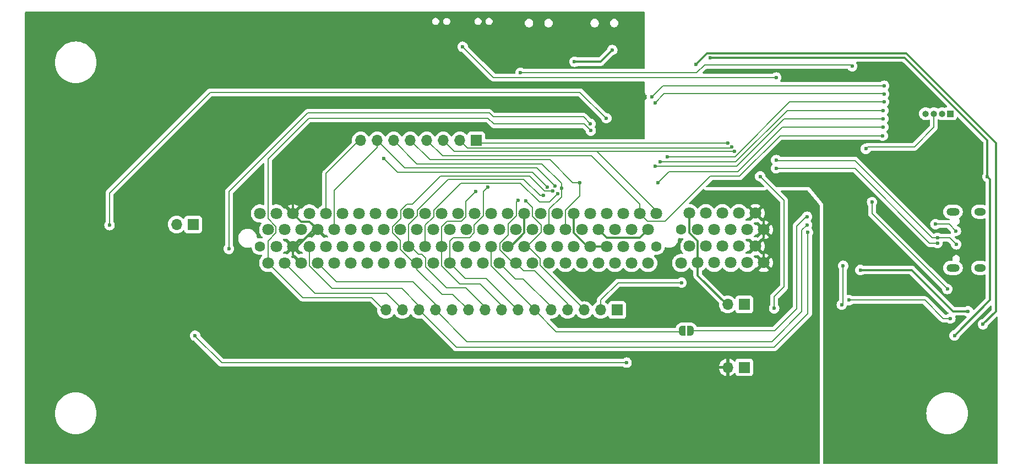
<source format=gbr>
%TF.GenerationSoftware,KiCad,Pcbnew,8.0.8*%
%TF.CreationDate,2025-04-06T01:52:48-03:00*%
%TF.ProjectId,nsec-badge-2025-baseboard,6e736563-2d62-4616-9467-652d32303235,rev?*%
%TF.SameCoordinates,Original*%
%TF.FileFunction,Copper,L2,Bot*%
%TF.FilePolarity,Positive*%
%FSLAX46Y46*%
G04 Gerber Fmt 4.6, Leading zero omitted, Abs format (unit mm)*
G04 Created by KiCad (PCBNEW 8.0.8) date 2025-04-06 01:52:48*
%MOMM*%
%LPD*%
G01*
G04 APERTURE LIST*
G04 Aperture macros list*
%AMFreePoly0*
4,1,19,0.500000,-0.750000,0.000000,-0.750000,0.000000,-0.744911,-0.071157,-0.744911,-0.207708,-0.704816,-0.327430,-0.627875,-0.420627,-0.520320,-0.479746,-0.390866,-0.500000,-0.250000,-0.500000,0.250000,-0.479746,0.390866,-0.420627,0.520320,-0.327430,0.627875,-0.207708,0.704816,-0.071157,0.744911,0.000000,0.744911,0.000000,0.750000,0.500000,0.750000,0.500000,-0.750000,0.500000,-0.750000,
$1*%
%AMFreePoly1*
4,1,19,0.000000,0.744911,0.071157,0.744911,0.207708,0.704816,0.327430,0.627875,0.420627,0.520320,0.479746,0.390866,0.500000,0.250000,0.500000,-0.250000,0.479746,-0.390866,0.420627,-0.520320,0.327430,-0.627875,0.207708,-0.704816,0.071157,-0.744911,0.000000,-0.744911,0.000000,-0.750000,-0.500000,-0.750000,-0.500000,0.750000,0.000000,0.750000,0.000000,0.744911,0.000000,0.744911,
$1*%
G04 Aperture macros list end*
%TA.AperFunction,ComponentPad*%
%ADD10R,1.700000X1.700000*%
%TD*%
%TA.AperFunction,ComponentPad*%
%ADD11O,1.700000X1.700000*%
%TD*%
%TA.AperFunction,ComponentPad*%
%ADD12C,1.800000*%
%TD*%
%TA.AperFunction,ComponentPad*%
%ADD13C,1.600000*%
%TD*%
%TA.AperFunction,ComponentPad*%
%ADD14O,1.800000X1.200000*%
%TD*%
%TA.AperFunction,ComponentPad*%
%ADD15O,2.000000X1.200000*%
%TD*%
%TA.AperFunction,ComponentPad*%
%ADD16O,1.000000X1.000000*%
%TD*%
%TA.AperFunction,ComponentPad*%
%ADD17R,1.000000X1.000000*%
%TD*%
%TA.AperFunction,SMDPad,CuDef*%
%ADD18FreePoly0,0.000000*%
%TD*%
%TA.AperFunction,SMDPad,CuDef*%
%ADD19FreePoly1,0.000000*%
%TD*%
%TA.AperFunction,ViaPad*%
%ADD20C,0.600000*%
%TD*%
%TA.AperFunction,Conductor*%
%ADD21C,0.300000*%
%TD*%
%TA.AperFunction,Conductor*%
%ADD22C,0.200000*%
%TD*%
G04 APERTURE END LIST*
D10*
%TO.P,J1,1,Pin_1*%
%TO.N,GND*%
X164450000Y-89400000D03*
D11*
%TO.P,J1,2,Pin_2*%
%TO.N,RGB_OUT*%
X161910000Y-89400000D03*
%TO.P,J1,3,Pin_3*%
%TO.N,I2C_SCL*%
X159370000Y-89400000D03*
%TO.P,J1,4,Pin_4*%
%TO.N,I2C_SDA*%
X156830000Y-89400000D03*
%TO.P,J1,5,Pin_5*%
%TO.N,BTN_A*%
X154290000Y-89400000D03*
%TO.P,J1,6,Pin_6*%
%TO.N,BADGE_RESET*%
X151750000Y-89400000D03*
%TO.P,J1,7,Pin_7*%
%TO.N,UART_RX*%
X149210000Y-89400000D03*
%TO.P,J1,8,Pin_8*%
%TO.N,UART_TX*%
X146670000Y-89400000D03*
%TO.P,J1,9,Pin_9*%
%TO.N,GPIO1*%
X144130000Y-89400000D03*
%TO.P,J1,10,Pin_10*%
%TO.N,GPIO2*%
X141590000Y-89400000D03*
%TO.P,J1,11,Pin_11*%
%TO.N,GPIO3*%
X139050000Y-89400000D03*
%TO.P,J1,12,Pin_12*%
%TO.N,IR_OUT*%
X136510000Y-89400000D03*
%TO.P,J1,13,Pin_13*%
%TO.N,IR_IN*%
X133970000Y-89400000D03*
%TO.P,J1,14,Pin_14*%
%TO.N,BTN_DOWN*%
X131430000Y-89400000D03*
%TO.P,J1,15,Pin_15*%
%TO.N,BTN_UP*%
X128890000Y-89400000D03*
%TD*%
D10*
%TO.P,J4,1,Pin_1*%
%TO.N,GND*%
X184000000Y-88550000D03*
D11*
%TO.P,J4,2,Pin_2*%
%TO.N,BADGE_+3V3*%
X181460000Y-88550000D03*
%TD*%
D12*
%TO.P,J5,B62,+5V*%
%TO.N,BADGE_VDD*%
X187000000Y-82135002D03*
%TO.P,J5,B61,+5V*%
X185729998Y-79594997D03*
%TO.P,J5,B60,~{ACK64#}*%
%TO.N,RGB_OUT*%
X184459995Y-82135002D03*
%TO.P,J5,B59,VIO*%
%TO.N,unconnected-(J5-VIO-PadB59)*%
X183189993Y-79594997D03*
%TO.P,J5,B58,AD[01]*%
%TO.N,unconnected-(J5-AD[01]-PadB58)*%
X181919990Y-82135002D03*
%TO.P,J5,B57,GND*%
%TO.N,GND*%
X180649988Y-79594997D03*
%TO.P,J5,B56,AD[03]*%
%TO.N,unconnected-(J5-AD[03]-PadB56)*%
X179379985Y-82135002D03*
%TO.P,J5,B55,AD[05]*%
%TO.N,unconnected-(J5-AD[05]-PadB55)*%
X178109983Y-79594997D03*
%TO.P,J5,B54,+3.3V*%
%TO.N,BADGE_+3V3*%
X176839980Y-82135002D03*
%TO.P,J5,B53,AD[07]*%
%TO.N,unconnected-(J5-AD[07]-PadB53)*%
X175569978Y-79594997D03*
%TO.P,J5,B52,AD[08]*%
%TO.N,unconnected-(J5-AD[08]-PadB52)*%
X174299975Y-82174880D03*
D13*
%TO.P,J5,B49,M66EN*%
%TO.N,unconnected-(J5-M66EN-PadB49)*%
X170489967Y-79634875D03*
D12*
%TO.P,J5,B48,AD[10]*%
%TO.N,unconnected-(J5-AD[10]-PadB48)*%
X169219965Y-82174880D03*
%TO.P,J5,B47,AD[12]*%
%TO.N,unconnected-(J5-AD[12]-PadB47)*%
X167949962Y-79634875D03*
%TO.P,J5,B46,GND*%
%TO.N,GND*%
X166679960Y-82174880D03*
%TO.P,J5,B45,AD[14]*%
%TO.N,unconnected-(J5-AD[14]-PadB45)*%
X165409957Y-79634875D03*
%TO.P,J5,B44,~{C/BE#[1]}*%
%TO.N,unconnected-(J5-~{C{slash}BE#[1]}-PadB44)*%
X164139955Y-82174880D03*
%TO.P,J5,B43,+3.3V*%
%TO.N,BADGE_+3V3*%
X162869952Y-79634875D03*
%TO.P,J5,B42,~{SERR#}*%
%TO.N,unconnected-(J5-~{SERR#}-PadB42)*%
X161599950Y-82174880D03*
%TO.P,J5,B41,+3.3V*%
%TO.N,BADGE_+3V3*%
X160329947Y-79634875D03*
%TO.P,J5,B40,~{PERR#}*%
%TO.N,unconnected-(J5-~{PERR#}-PadB40)*%
X159059945Y-82174880D03*
%TO.P,J5,B39,~{LOCK#}*%
%TO.N,unconnected-(J5-~{LOCK#}-PadB39)*%
X157789942Y-79634875D03*
%TO.P,J5,B38,GND*%
%TO.N,GND*%
X156519940Y-82174880D03*
%TO.P,J5,B37,~{DEVSEL#}*%
%TO.N,unconnected-(J5-~{DEVSEL#}-PadB37)*%
X155249937Y-79634875D03*
%TO.P,J5,B36,+3.3V*%
%TO.N,BADGE_+3V3*%
X153979934Y-82174880D03*
%TO.P,J5,B35,~{IRDY#}*%
%TO.N,unconnected-(J5-~{IRDY#}-PadB35)*%
X152709932Y-79634875D03*
%TO.P,J5,B34,GND*%
%TO.N,GND*%
X151439929Y-82174880D03*
%TO.P,J5,B33,~{C/BE#[2]}*%
%TO.N,I2C_SCL*%
X150169927Y-79634875D03*
%TO.P,J5,B32,AD[17]*%
%TO.N,I2C_SDA*%
X148899924Y-82174880D03*
%TO.P,J5,B31,+3.3V*%
%TO.N,BADGE_+3V3*%
X147629922Y-79634875D03*
%TO.P,J5,B30,AD[19]*%
%TO.N,BTN_A*%
X146359919Y-82174880D03*
%TO.P,J5,B29,AD[21]*%
%TO.N,BADGE_RESET*%
X145089917Y-79634875D03*
%TO.P,J5,B28,GND*%
%TO.N,GND*%
X143819914Y-82174880D03*
%TO.P,J5,B27,AD[23]*%
%TO.N,unconnected-(J5-AD[23]-PadB27)*%
X142549912Y-79634875D03*
%TO.P,J5,B26,C/BE#[3]*%
%TO.N,unconnected-(J5-C{slash}BE#[3]-PadB26)*%
X141279909Y-82174880D03*
%TO.P,J5,B25,+3.3V*%
%TO.N,BADGE_+3V3*%
X140009906Y-79634875D03*
%TO.P,J5,B24,AD[25]*%
%TO.N,UART_RX*%
X138739904Y-82174880D03*
%TO.P,J5,B23,AD[27]*%
%TO.N,UART_TX*%
X137469901Y-79634875D03*
%TO.P,J5,B22,GND*%
%TO.N,GND*%
X136199899Y-82174880D03*
%TO.P,J5,B21,AD[29]*%
%TO.N,GPIO3*%
X134929896Y-79634875D03*
%TO.P,J5,B20,AD[31]*%
%TO.N,GPIO2*%
X133659894Y-82174880D03*
%TO.P,J5,B19,VIO*%
%TO.N,GPIO1*%
X132389891Y-79634875D03*
%TO.P,J5,B18,~{REQ#}*%
%TO.N,unconnected-(J5-~{REQ#}-PadB18)*%
X131119889Y-82174880D03*
%TO.P,J5,B17,GND*%
%TO.N,GND*%
X129849886Y-79634875D03*
%TO.P,J5,B16,CLK*%
%TO.N,unconnected-(J5-CLK-PadB16)*%
X128579884Y-82174880D03*
%TO.P,J5,B15,GND*%
%TO.N,GND*%
X127309881Y-79634875D03*
%TO.P,J5,B14,RESERVED*%
%TO.N,unconnected-(J5-RESERVED-PadB14)*%
X126039879Y-82174880D03*
%TO.P,J5,B13*%
%TO.N,N/C*%
X124769876Y-79634875D03*
%TO.P,J5,B12*%
X123499873Y-82174880D03*
%TO.P,J5,B11,~{PRSNT2#}*%
%TO.N,unconnected-(J5-~{PRSNT2#}-PadB11)*%
X122229871Y-79634875D03*
%TO.P,J5,B10,RESERVED*%
%TO.N,unconnected-(J5-RESERVED-PadB10)*%
X120959868Y-82174880D03*
%TO.P,J5,B9,~{PRSNT1#}*%
%TO.N,unconnected-(J5-~{PRSNT1#}-PadB9)*%
X119689866Y-79634875D03*
%TO.P,J5,B8,~{INTD#}*%
%TO.N,IR_OUT*%
X118419863Y-82174880D03*
%TO.P,J5,B7,~{INTB#}*%
%TO.N,IR_IN*%
X117149861Y-79634875D03*
%TO.P,J5,B6,+5V*%
%TO.N,BADGE_VDD*%
X115879858Y-82174880D03*
%TO.P,J5,B5,+5V*%
X114609856Y-79634875D03*
%TO.P,J5,B4,TDO*%
%TO.N,BTN_DOWN*%
X113339853Y-82174880D03*
%TO.P,J5,B3,GND*%
%TO.N,GND*%
X112069851Y-79634875D03*
%TO.P,J5,B2,TCK*%
%TO.N,BTN_UP*%
X110799848Y-82174880D03*
D13*
%TO.P,J5,B1,-12V*%
%TO.N,unconnected-(J5--12V-PadB1)*%
X109529846Y-79634875D03*
D12*
%TO.P,J5,A62,+5V*%
%TO.N,BADGE_VDD*%
X187000000Y-77054991D03*
%TO.P,J5,A61,+5V*%
X185729998Y-74514986D03*
%TO.P,J5,A60,~{REQ64#}*%
%TO.N,unconnected-(J5-~{REQ64#}-PadA60)*%
X184459995Y-77054991D03*
%TO.P,J5,A59,VIO*%
%TO.N,unconnected-(J5-VIO-PadA59)*%
X183189993Y-74514986D03*
%TO.P,J5,A58,AD[00]*%
%TO.N,unconnected-(J5-AD[00]-PadA58)*%
X181919990Y-77054991D03*
%TO.P,J5,A57,AD[02]*%
%TO.N,unconnected-(J5-AD[02]-PadA57)*%
X180649988Y-74514986D03*
%TO.P,J5,A56,GND*%
%TO.N,GND*%
X179379985Y-77054991D03*
%TO.P,J5,A55'*%
%TO.N,N/C*%
X178109983Y-74514986D03*
%TO.P,J5,A54,AD[06]*%
%TO.N,unconnected-(J5-AD[06]-PadA54)*%
X176839980Y-77054991D03*
%TO.P,J5,A53,+3.3V*%
%TO.N,BADGE_+3V3*%
X175569978Y-74514986D03*
D13*
%TO.P,J5,A52,~{C/BE#[0]}*%
%TO.N,unconnected-(J5-~{C{slash}BE#[0]}-PadA52)*%
X174299975Y-77054991D03*
D12*
%TO.P,J5,A49,AD[09]*%
%TO.N,SV3*%
X170489967Y-74554864D03*
%TO.P,J5,A48,GND*%
%TO.N,GND*%
X169219965Y-77054991D03*
%TO.P,J5,A47,AD[11]*%
%TO.N,SV4*%
X167949962Y-74554864D03*
%TO.P,J5,A46,AD[13]*%
%TO.N,unconnected-(J5-AD[13]-PadA46)*%
X166679960Y-77054991D03*
%TO.P,J5,A45,+3.3V*%
%TO.N,BADGE_+3V3*%
X165409957Y-74554864D03*
%TO.P,J5,A44,AD[15]*%
%TO.N,unconnected-(J5-AD[15]-PadA44)*%
X164139955Y-77054991D03*
%TO.P,J5,A43,PAR*%
%TO.N,unconnected-(J5-PAR-PadA43)*%
X162869952Y-74554864D03*
%TO.P,J5,A42,GND*%
%TO.N,GND*%
X161599950Y-77054991D03*
%TO.P,J5,A41,RESERVED*%
%TO.N,unconnected-(J5-RESERVED-PadA41)*%
X160329947Y-74554864D03*
%TO.P,J5,A40,RESERVED*%
%TO.N,unconnected-(J5-RESERVED-PadA40)*%
X159059945Y-77054991D03*
%TO.P,J5,A39,+3.3V*%
%TO.N,BADGE_+3V3*%
X157789942Y-74554864D03*
%TO.P,J5,A38,~{STOP#}*%
%TO.N,SV5*%
X156519940Y-77054991D03*
%TO.P,J5,A37,GND*%
%TO.N,GND*%
X155249937Y-74554864D03*
%TO.P,J5,A36,~{TRDY#}*%
%TO.N,SV6*%
X153979934Y-77054991D03*
%TO.P,J5,A35,GND*%
%TO.N,GND*%
X152709932Y-74554864D03*
%TO.P,J5,A34,~{FRAME#}*%
%TO.N,unconnected-(J5-~{FRAME#}-PadA34)*%
X151439929Y-77054991D03*
%TO.P,J5,A33,+3.3V*%
%TO.N,BADGE_+3V3*%
X150169927Y-74554864D03*
%TO.P,J5,A32,AD[16]*%
%TO.N,unconnected-(J5-AD[16]-PadA32)*%
X148899924Y-77054991D03*
%TO.P,J5,A31,AD[18]*%
%TO.N,unconnected-(J5-AD[18]-PadA31)*%
X147629922Y-74554864D03*
%TO.P,J5,A30,GND*%
%TO.N,GND*%
X146359919Y-77054991D03*
%TO.P,J5,A29,AD[20]*%
%TO.N,unconnected-(J5-AD[20]-PadA29)*%
X145089917Y-74554864D03*
%TO.P,J5,A28,AD[22]*%
%TO.N,unconnected-(J5-AD[22]-PadA28)*%
X143819914Y-77054991D03*
%TO.P,J5,A27,+3.3V*%
%TO.N,BADGE_+3V3*%
X142549912Y-74554864D03*
%TO.P,J5,A26,IDSEL*%
%TO.N,unconnected-(J5-IDSEL-PadA26)*%
X141279909Y-77054991D03*
%TO.P,J5,A25,AD[24]*%
%TO.N,unconnected-(J5-AD[24]-PadA25)*%
X140009906Y-74554864D03*
%TO.P,J5,A24,GND*%
%TO.N,GND*%
X138739904Y-77054991D03*
%TO.P,J5,A23,AD[26]*%
%TO.N,unconnected-(J5-AD[26]-PadA23)*%
X137469901Y-74554864D03*
%TO.P,J5,A22,AD[28]*%
%TO.N,unconnected-(J5-AD[28]-PadA22)*%
X136199899Y-77054991D03*
%TO.P,J5,A21,+3.3V*%
%TO.N,BADGE_+3V3*%
X134929896Y-74554864D03*
%TO.P,J5,A20,AD[30]*%
%TO.N,unconnected-(J5-AD[30]-PadA20)*%
X133659894Y-77054991D03*
%TO.P,J5,A19,PME#*%
%TO.N,unconnected-(J5-PME#-PadA19)*%
X132389891Y-74554864D03*
%TO.P,J5,A18,GND*%
%TO.N,GND*%
X131119889Y-77054991D03*
%TO.P,J5,A17,~{GNT#}*%
%TO.N,unconnected-(J5-~{GNT#}-PadA17)*%
X129849886Y-74554864D03*
%TO.P,J5,A16,VIO*%
%TO.N,unconnected-(J5-VIO-PadA16)*%
X128579884Y-77054991D03*
%TO.P,J5,A15,~{RST#}*%
%TO.N,unconnected-(J5-~{RST#}-PadA15)*%
X127309881Y-74554864D03*
%TO.P,J5,A14,3.3VAUX*%
%TO.N,unconnected-(J5-3.3VAUX-PadA14)*%
X126039879Y-77054991D03*
%TO.P,J5,A13*%
%TO.N,N/C*%
X124769876Y-74554864D03*
%TO.P,J5,A12*%
X123499873Y-77054991D03*
%TO.P,J5,A11,RESERVED*%
%TO.N,unconnected-(J5-RESERVED-PadA11)*%
X122229871Y-74554864D03*
%TO.P,J5,A10,VIO*%
%TO.N,SV7*%
X120959868Y-77054991D03*
%TO.P,J5,A9,RESERVED*%
%TO.N,SV8*%
X119689866Y-74554864D03*
%TO.P,J5,A8,+5V*%
%TO.N,BADGE_VDD*%
X118419863Y-77054991D03*
%TO.P,J5,A7,~{INTC#}*%
%TO.N,unconnected-(J5-~{INTC#}-PadA7)*%
X117149861Y-74554864D03*
%TO.P,J5,A6,~{INTA#}*%
%TO.N,unconnected-(J5-~{INTA#}-PadA6)*%
X115879858Y-77054991D03*
%TO.P,J5,A5,+5V*%
%TO.N,BADGE_VDD*%
X114609856Y-74554864D03*
%TO.P,J5,A4,TDI*%
%TO.N,unconnected-(J5-TDI-PadA4)*%
X113339853Y-77054991D03*
%TO.P,J5,A3,TMS*%
%TO.N,SV1*%
X112069851Y-74554864D03*
%TO.P,J5,A2,+12V*%
%TO.N,unconnected-(J5-+12V-PadA2)*%
X110799848Y-77054991D03*
%TO.P,J5,A1,~{TRST#}*%
%TO.N,SV2*%
X109529846Y-74554864D03*
%TD*%
D10*
%TO.P,J2,1,Pin_1*%
%TO.N,SV1*%
X142799965Y-63300000D03*
D11*
%TO.P,J2,2,Pin_2*%
%TO.N,SV2*%
X140259965Y-63300000D03*
%TO.P,J2,3,Pin_3*%
%TO.N,SV3*%
X137719965Y-63300000D03*
%TO.P,J2,4,Pin_4*%
%TO.N,SV4*%
X135179965Y-63300000D03*
%TO.P,J2,5,Pin_5*%
%TO.N,SV5*%
X132639965Y-63300000D03*
%TO.P,J2,6,Pin_6*%
%TO.N,SV6*%
X130099965Y-63300000D03*
%TO.P,J2,7,Pin_7*%
%TO.N,SV7*%
X127559965Y-63300000D03*
%TO.P,J2,8,Pin_8*%
%TO.N,SV8*%
X125019965Y-63300000D03*
%TD*%
D10*
%TO.P,J6,1,Pin_1*%
%TO.N,GND*%
X99250000Y-76250000D03*
D11*
%TO.P,J6,2,Pin_2*%
%TO.N,BTN_TRIGGER*%
X96710000Y-76250000D03*
%TD*%
D14*
%TO.P,U3,3*%
%TO.N,N/C*%
X220274041Y-82925121D03*
%TO.P,U3,2*%
X220274041Y-74274879D03*
D15*
%TO.P,U3,1*%
X216094209Y-74274879D03*
%TO.P,U3,0,SH*%
%TO.N,GND*%
X216094209Y-82925121D03*
%TD*%
D10*
%TO.P,J3,1,Pin_1*%
%TO.N,GND*%
X184000000Y-98225000D03*
D11*
%TO.P,J3,2,Pin_2*%
%TO.N,BADGE_VDD*%
X181460000Y-98225000D03*
%TD*%
D16*
%TO.P,J7,4,Pin_4*%
%TO.N,GND*%
X211890000Y-59200000D03*
%TO.P,J7,3,Pin_3*%
%TO.N,Net-(J7-Pin_3)*%
X213160000Y-59200000D03*
%TO.P,J7,2,Pin_2*%
%TO.N,Net-(J7-Pin_2)*%
X214430000Y-59200000D03*
D17*
%TO.P,J7,1,Pin_1*%
%TO.N,Net-(J7-Pin_1)*%
X215700000Y-59200000D03*
%TD*%
D18*
%TO.P,JP2,1,A*%
%TO.N,BADGE_RESET*%
X174450000Y-92600000D03*
D19*
%TO.P,JP2,2,B*%
%TO.N,Net-(JP2-B)*%
X175750000Y-92600000D03*
%TD*%
D20*
%TO.N,VDD*%
X221400000Y-68900000D03*
%TO.N,VBUS_CHRG*%
X218400000Y-89600000D03*
X201850000Y-83250000D03*
%TO.N,CHRG*%
X215700000Y-90700000D03*
X200130344Y-87878648D03*
%TO.N,Net-(U3-CC2)*%
X216550000Y-77250000D03*
%TO.N,RESET*%
X140700000Y-48900000D03*
X188900000Y-53630000D03*
%TO.N,BADGE_VDD*%
X148600000Y-62500000D03*
%TO.N,BOOTSEL*%
X149600000Y-52900000D03*
X200600000Y-51900000D03*
%TO.N,VDD*%
X157900000Y-51200000D03*
X163705718Y-49394282D03*
%TO.N,POWER_IN*%
X220700000Y-91600000D03*
X176600000Y-51600000D03*
%TO.N,VDD*%
X178805349Y-50563540D03*
%TO.N,+3V3*%
X210424867Y-100424867D03*
X193700000Y-53400000D03*
X220700000Y-71900000D03*
%TO.N,IR_OUT*%
X193650000Y-76300000D03*
%TO.N,I2C_SCL*%
X150400000Y-72600000D03*
%TO.N,IR_IN*%
X193800000Y-77450000D03*
%TO.N,I2C_SDA*%
X149200000Y-72500000D03*
%TO.N,UART_RX*%
X205500000Y-54900000D03*
X144600000Y-70500000D03*
X169800000Y-56600000D03*
%TO.N,GPIO2*%
X154556525Y-71053224D03*
%TO.N,GPIO1*%
X153100000Y-71800000D03*
%TO.N,UART_TX*%
X205500000Y-56170000D03*
X170300000Y-57500000D03*
X142700000Y-71200000D03*
%TO.N,VDD*%
X216324968Y-93324968D03*
%TO.N,BTN_UP*%
X160400000Y-61800000D03*
%TO.N,BTN_DOWN*%
X104750000Y-80000000D03*
X160350000Y-60750000D03*
%TO.N,GPIO3*%
X155319940Y-71500000D03*
%TO.N,RGB_OUT*%
X174350000Y-85200000D03*
%TO.N,SV2*%
X182050000Y-64300000D03*
%TO.N,SV1*%
X181500000Y-63700000D03*
%TO.N,SV6*%
X205400000Y-60000000D03*
X170300000Y-67300000D03*
X155919940Y-70639967D03*
%TO.N,SV8*%
X172200000Y-65800000D03*
X153700000Y-70500000D03*
X205500000Y-57400000D03*
X128600000Y-66100000D03*
%TO.N,SV4*%
X205300000Y-62600000D03*
%TO.N,SV3*%
X182500000Y-65000000D03*
%TO.N,SV7*%
X205400000Y-58700000D03*
X154900000Y-70300000D03*
X171100000Y-66600000D03*
%TO.N,SV5*%
X158719940Y-69800000D03*
X205392251Y-61252398D03*
X170700000Y-69800000D03*
%TO.N,Net-(U3-CC2)*%
X213400000Y-76200000D03*
%TO.N,USB_D-*%
X213700000Y-78300000D03*
X216600000Y-79300000D03*
X188900000Y-66330000D03*
%TO.N,Net-(JP2-B)*%
X193650000Y-75050000D03*
%TO.N,USB_D+*%
X188900000Y-67600000D03*
X213700000Y-79100000D03*
%TO.N,Net-(J7-Pin_3)*%
X202700000Y-64600000D03*
%TO.N,RPROG*%
X199200000Y-82600000D03*
X199000000Y-88600000D03*
%TO.N,BADGE_VDD*%
X81650000Y-83400000D03*
%TO.N,BTN_TRIGGER*%
X162800000Y-59900000D03*
X86400000Y-76350064D03*
%TO.N,DOCK_RGB_LED*%
X99550000Y-93350000D03*
X165900000Y-97500000D03*
%TO.N,ADC_BATT*%
X186450000Y-68850000D03*
X188600000Y-89150000D03*
%TO.N,STAT_LED*%
X215225000Y-86175000D03*
X203650000Y-72800000D03*
%TD*%
D21*
%TO.N,VDD*%
X216324968Y-93324968D02*
X221800000Y-87849936D01*
X221800000Y-87849936D02*
X221800000Y-69300000D01*
X221800000Y-69300000D02*
X221400000Y-68900000D01*
D22*
%TO.N,Net-(J7-Pin_3)*%
X213160000Y-61290000D02*
X213160000Y-59200000D01*
X203000000Y-64300000D02*
X210150000Y-64300000D01*
X202700000Y-64600000D02*
X203000000Y-64300000D01*
X210150000Y-64300000D02*
X213160000Y-61290000D01*
%TO.N,CHRG*%
X214600000Y-90700000D02*
X211778648Y-87878648D01*
X211778648Y-87878648D02*
X200130344Y-87878648D01*
X215700000Y-90700000D02*
X214600000Y-90700000D01*
D21*
%TO.N,VBUS_CHRG*%
X218400000Y-89600000D02*
X216119239Y-89600000D01*
X216119239Y-89600000D02*
X209769239Y-83250000D01*
X209769239Y-83250000D02*
X201850000Y-83250000D01*
D22*
%TO.N,STAT_LED*%
X215225000Y-86175000D02*
X203650000Y-74600000D01*
X203650000Y-74600000D02*
X203650000Y-72800000D01*
D21*
%TO.N,VDD*%
X221400000Y-68900000D02*
X221400000Y-63300000D01*
X208663540Y-50563540D02*
X178805349Y-50563540D01*
X221400000Y-63300000D02*
X208663540Y-50563540D01*
%TO.N,POWER_IN*%
X220700000Y-91600000D02*
X222700000Y-89600000D01*
X222700000Y-89600000D02*
X222700000Y-63700000D01*
X178286460Y-49913540D02*
X176600000Y-51600000D01*
X222700000Y-63700000D02*
X208913540Y-49913540D01*
X208913540Y-49913540D02*
X178286460Y-49913540D01*
D22*
%TO.N,Net-(U3-CC2)*%
X215500000Y-76200000D02*
X213400000Y-76200000D01*
X216550000Y-77250000D02*
X215500000Y-76200000D01*
D21*
%TO.N,BADGE_VDD*%
X148600000Y-62500000D02*
X147890000Y-61790000D01*
X147890000Y-61790000D02*
X145390000Y-61790000D01*
X144400000Y-60800000D02*
X119200000Y-60800000D01*
X145390000Y-61790000D02*
X144400000Y-60800000D01*
X119200000Y-60800000D02*
X114609856Y-65390144D01*
X114609856Y-65390144D02*
X114609856Y-74554864D01*
D22*
%TO.N,BTN_UP*%
X160400000Y-61800000D02*
X159400000Y-60800000D01*
X117050000Y-59900000D02*
X110799848Y-66150152D01*
X159400000Y-60800000D02*
X145500000Y-60800000D01*
X144600000Y-59900000D02*
X117050000Y-59900000D01*
X110799848Y-66150152D02*
X110799848Y-75357934D01*
X145500000Y-60800000D02*
X144600000Y-59900000D01*
X110799848Y-75357934D02*
X111999848Y-76557934D01*
X111999848Y-76557934D02*
X111999848Y-77552048D01*
X111999848Y-77552048D02*
X110799848Y-78752048D01*
X110799848Y-78752048D02*
X110799848Y-82174880D01*
%TO.N,BTN_DOWN*%
X160350000Y-60750000D02*
X159300000Y-59700000D01*
X145400000Y-59700000D02*
X144800000Y-59100000D01*
X159300000Y-59700000D02*
X145400000Y-59700000D01*
X144800000Y-59100000D02*
X116850000Y-59100000D01*
X116850000Y-59100000D02*
X104750000Y-71200000D01*
X104750000Y-71200000D02*
X104750000Y-80000000D01*
D21*
%TO.N,VDD*%
X157900000Y-51200000D02*
X161900000Y-51200000D01*
X161900000Y-51200000D02*
X163705718Y-49394282D01*
D22*
%TO.N,RESET*%
X145430000Y-53630000D02*
X140700000Y-48900000D01*
X188900000Y-53630000D02*
X145430000Y-53630000D01*
%TO.N,BOOTSEL*%
X200600000Y-51900000D02*
X200400000Y-51700000D01*
X176700000Y-52900000D02*
X149600000Y-52900000D01*
X200400000Y-51700000D02*
X177900000Y-51700000D01*
X177900000Y-51700000D02*
X176700000Y-52900000D01*
%TO.N,BTN_TRIGGER*%
X162800000Y-59900000D02*
X162750000Y-59900000D01*
X162750000Y-59900000D02*
X158750000Y-55900000D01*
X158750000Y-55900000D02*
X101900000Y-55900000D01*
X101900000Y-55900000D02*
X86400000Y-71400000D01*
X86400000Y-71400000D02*
X86400000Y-76350064D01*
D21*
%TO.N,GND*%
X162849950Y-78304991D02*
X161599950Y-77054991D01*
X167969965Y-78304991D02*
X162849950Y-78304991D01*
X169219965Y-77054991D02*
X167969965Y-78304991D01*
D22*
%TO.N,IR_OUT*%
X136560000Y-88560000D02*
X136560000Y-89350000D01*
X136560000Y-89350000D02*
X136510000Y-89400000D01*
X136510000Y-89400000D02*
X141360000Y-94250000D01*
X192850000Y-77100000D02*
X193650000Y-76300000D01*
X141360000Y-94250000D02*
X188250000Y-94250000D01*
X118419863Y-82174880D02*
X121294983Y-85050000D01*
X192850000Y-89650000D02*
X192850000Y-77100000D01*
X188250000Y-94250000D02*
X192850000Y-89650000D01*
X133050000Y-85050000D02*
X136560000Y-88560000D01*
X121294983Y-85050000D02*
X133050000Y-85050000D01*
%TO.N,I2C_SCL*%
X152639929Y-82531932D02*
X159370000Y-89262003D01*
X152779934Y-76321923D02*
X152779934Y-77420066D01*
X150400000Y-72600000D02*
X151400000Y-73600000D01*
X159370000Y-89262003D02*
X159370000Y-89400000D01*
X150736986Y-79634875D02*
X152639929Y-81537818D01*
X152639929Y-81537818D02*
X152639929Y-82531932D01*
X151400000Y-73600000D02*
X151400000Y-74941989D01*
X150169927Y-79634875D02*
X150736986Y-79634875D01*
X150565125Y-79634875D02*
X150169927Y-79634875D01*
X152779934Y-77420066D02*
X150565125Y-79634875D01*
X151400000Y-74941989D02*
X152779934Y-76321923D01*
%TO.N,IR_IN*%
X131350000Y-86100000D02*
X134020000Y-88770000D01*
X139720000Y-95150000D02*
X188600000Y-95150000D01*
X134020000Y-88770000D02*
X134020000Y-89350000D01*
X133970000Y-89400000D02*
X139720000Y-95150000D01*
X193800000Y-89950000D02*
X193800000Y-77450000D01*
X134020000Y-89350000D02*
X133970000Y-89400000D01*
X117149861Y-82601935D02*
X120647926Y-86100000D01*
X120647926Y-86100000D02*
X131350000Y-86100000D01*
X188600000Y-95150000D02*
X193800000Y-89950000D01*
X117149861Y-79634875D02*
X117149861Y-82601935D01*
%TO.N,I2C_SDA*%
X156830000Y-88430000D02*
X156830000Y-89400000D01*
X148472870Y-82174880D02*
X148899924Y-82174880D01*
X150099924Y-83374880D02*
X151774880Y-83374880D01*
X146429922Y-80131932D02*
X148472870Y-82174880D01*
X149200000Y-72500000D02*
X148969927Y-72730073D01*
X148899924Y-82174880D02*
X150099924Y-83374880D01*
X148969927Y-74911916D02*
X147699924Y-76181919D01*
X146429922Y-79137818D02*
X146429922Y-80131932D01*
X148969927Y-72730073D02*
X148969927Y-74911916D01*
X147699924Y-76181919D02*
X147699924Y-77867816D01*
X147699924Y-77867816D02*
X146429922Y-79137818D01*
X151774880Y-83374880D02*
X156830000Y-88430000D01*
%TO.N,UART_RX*%
X138739904Y-82174880D02*
X138739904Y-82189904D01*
X144300000Y-84550000D02*
X149150000Y-89400000D01*
X139236961Y-78254991D02*
X138739904Y-78752048D01*
X144600000Y-70500000D02*
X143889917Y-71210083D01*
X142479909Y-76321924D02*
X142479909Y-77552048D01*
X141100000Y-84550000D02*
X144300000Y-84550000D01*
X141776966Y-78254991D02*
X139236961Y-78254991D01*
X143889917Y-71210083D02*
X143889917Y-74911916D01*
X171500000Y-54900000D02*
X169800000Y-56600000D01*
X205500000Y-54900000D02*
X171500000Y-54900000D01*
X138739904Y-82189904D02*
X141100000Y-84550000D01*
X138739904Y-78752048D02*
X138739904Y-82174880D01*
X149150000Y-89400000D02*
X149210000Y-89400000D01*
X143889917Y-74911916D02*
X142479909Y-76321924D01*
X142479909Y-77552048D02*
X141776966Y-78254991D01*
%TO.N,GPIO2*%
X133000000Y-73100000D02*
X132147698Y-73100000D01*
X139190000Y-87000000D02*
X141590000Y-89400000D01*
X151010122Y-68800000D02*
X137300000Y-68800000D01*
X132147698Y-73100000D02*
X131189891Y-74057807D01*
X154509749Y-71100000D02*
X153310122Y-71100000D01*
X133659894Y-83159894D02*
X137500000Y-87000000D01*
X129919889Y-77552048D02*
X131100000Y-78732159D01*
X131100000Y-78732159D02*
X131100000Y-80042041D01*
X129919889Y-76557934D02*
X129919889Y-77552048D01*
X137500000Y-87000000D02*
X139190000Y-87000000D01*
X131100000Y-80042041D02*
X133232839Y-82174880D01*
X137300000Y-68800000D02*
X133000000Y-73100000D01*
X133659894Y-82174880D02*
X133659894Y-83159894D01*
X154556525Y-71053224D02*
X154509749Y-71100000D01*
X153310122Y-71100000D02*
X151010122Y-68800000D01*
X133232839Y-82174880D02*
X133659894Y-82174880D01*
X131189891Y-74057807D02*
X131189891Y-75287932D01*
X131189891Y-75287932D02*
X129919889Y-76557934D01*
%TO.N,GPIO1*%
X133729896Y-74057807D02*
X138487703Y-69300000D01*
X138487703Y-69300000D02*
X150100000Y-69300000D01*
X134999899Y-81399899D02*
X134999899Y-82799899D01*
X150100000Y-69300000D02*
X152600000Y-71800000D01*
X144180000Y-88980000D02*
X144180000Y-89350000D01*
X132734875Y-79634875D02*
X133934875Y-80834875D01*
X133934875Y-80834875D02*
X134434875Y-80834875D01*
X134434875Y-80834875D02*
X134999899Y-81399899D01*
X132389891Y-76251921D02*
X133729896Y-74911916D01*
X138200000Y-86000000D02*
X141200000Y-86000000D01*
X133729896Y-74911916D02*
X133729896Y-74057807D01*
X134999899Y-82799899D02*
X138200000Y-86000000D01*
X132389891Y-79634875D02*
X132389891Y-76251921D01*
X132389891Y-79634875D02*
X132734875Y-79634875D01*
X141200000Y-86000000D02*
X144180000Y-88980000D01*
X152600000Y-71800000D02*
X153100000Y-71800000D01*
X144180000Y-89350000D02*
X144130000Y-89400000D01*
%TO.N,UART_TX*%
X137469901Y-79634875D02*
X137469901Y-76627937D01*
X205430000Y-56100000D02*
X205500000Y-56170000D01*
X137469901Y-82601934D02*
X137469901Y-79634875D01*
X146720000Y-88720000D02*
X143400000Y-85400000D01*
X170300000Y-57500000D02*
X171700000Y-56100000D01*
X138342974Y-75754864D02*
X140506963Y-75754864D01*
X143400000Y-85400000D02*
X140267967Y-85400000D01*
X140506963Y-75754864D02*
X141209906Y-75051921D01*
X140267967Y-85400000D02*
X137469901Y-82601934D01*
X141209906Y-72690094D02*
X142700000Y-71200000D01*
X137469901Y-76627937D02*
X138342974Y-75754864D01*
X146720000Y-89350000D02*
X146720000Y-88720000D01*
X146670000Y-89400000D02*
X146720000Y-89350000D01*
X171700000Y-56100000D02*
X205430000Y-56100000D01*
X141209906Y-75051921D02*
X141209906Y-72690094D01*
%TO.N,BTN_UP*%
X128600000Y-89400000D02*
X128890000Y-89400000D01*
X126700000Y-87500000D02*
X128600000Y-89400000D01*
X110799848Y-82174880D02*
X116124968Y-87500000D01*
X116124968Y-87500000D02*
X126700000Y-87500000D01*
%TO.N,BTN_DOWN*%
X117964973Y-86800000D02*
X129000000Y-86800000D01*
X113339853Y-82174880D02*
X117964973Y-86800000D01*
X129000000Y-86800000D02*
X131480000Y-89280000D01*
X131480000Y-89280000D02*
X131480000Y-89350000D01*
X131480000Y-89350000D02*
X131430000Y-89400000D01*
%TO.N,BTN_A*%
X146359919Y-82174880D02*
X148785039Y-84600000D01*
X154290000Y-88890000D02*
X154290000Y-89400000D01*
X150000000Y-84600000D02*
X154290000Y-88890000D01*
X148785039Y-84600000D02*
X150000000Y-84600000D01*
%TO.N,GPIO3*%
X136269901Y-74057807D02*
X136269901Y-75051921D01*
X154019940Y-72800000D02*
X152500000Y-72800000D01*
X136269901Y-75051921D02*
X136248079Y-75051921D01*
X152500000Y-72800000D02*
X149600000Y-69900000D01*
X140427708Y-69900000D02*
X136269901Y-74057807D01*
X136248079Y-75051921D02*
X134929896Y-76370104D01*
X134929896Y-76370104D02*
X134929896Y-79634875D01*
X149600000Y-69900000D02*
X140427708Y-69900000D01*
X155319940Y-71500000D02*
X154019940Y-72800000D01*
%TO.N,RGB_OUT*%
X164600000Y-85200000D02*
X161910000Y-87890000D01*
X174350000Y-85200000D02*
X164600000Y-85200000D01*
X161910000Y-87890000D02*
X161910000Y-89400000D01*
%TO.N,SV2*%
X141409965Y-64450000D02*
X140259965Y-63300000D01*
X181900000Y-64450000D02*
X141409965Y-64450000D01*
X182050000Y-64300000D02*
X181900000Y-64450000D01*
%TO.N,SV1*%
X143199965Y-63700000D02*
X142799965Y-63300000D01*
X181500000Y-63700000D02*
X143199965Y-63700000D01*
%TO.N,SV6*%
X190100000Y-60000000D02*
X182800000Y-67300000D01*
X182800000Y-67300000D02*
X170300000Y-67300000D01*
X153979934Y-73920066D02*
X153979934Y-77054991D01*
X152900000Y-66900000D02*
X133662543Y-66900000D01*
X155919940Y-71980060D02*
X153979934Y-73920066D01*
X155919940Y-70639967D02*
X155919940Y-69919940D01*
X155919940Y-70639967D02*
X155919940Y-71980060D01*
X133662543Y-66900000D02*
X130099965Y-63337422D01*
X205400000Y-60000000D02*
X190100000Y-60000000D01*
X155919940Y-69919940D02*
X152900000Y-66900000D01*
%TO.N,SV8*%
X191000000Y-57400000D02*
X182600000Y-65800000D01*
X182600000Y-65800000D02*
X172200000Y-65800000D01*
X151400000Y-68200000D02*
X130700000Y-68200000D01*
X205500000Y-57400000D02*
X191000000Y-57400000D01*
X130700000Y-68200000D02*
X128600000Y-66100000D01*
X119689866Y-68404979D02*
X125019965Y-63074880D01*
X153700000Y-70500000D02*
X151400000Y-68200000D01*
X119689866Y-74554864D02*
X119689866Y-68404979D01*
%TO.N,SV4*%
X160500000Y-65700000D02*
X137600000Y-65700000D01*
X167949962Y-74554864D02*
X167949962Y-73149962D01*
X167949962Y-74554864D02*
X169149962Y-75754864D01*
X183300000Y-68800000D02*
X189500000Y-62600000D01*
X171845136Y-75754864D02*
X178800000Y-68800000D01*
X167949962Y-73149962D02*
X160500000Y-65700000D01*
X169149962Y-75754864D02*
X171845136Y-75754864D01*
X189500000Y-62600000D02*
X205300000Y-62600000D01*
X178800000Y-68800000D02*
X183300000Y-68800000D01*
X137600000Y-65700000D02*
X135179965Y-63279965D01*
%TO.N,SV3*%
X182500000Y-65000000D02*
X139419965Y-65000000D01*
X139419965Y-65000000D02*
X137719965Y-63300000D01*
X170489967Y-74139967D02*
X161350000Y-65000000D01*
X170489967Y-74554864D02*
X170489967Y-74139967D01*
%TO.N,SV7*%
X152100000Y-67500000D02*
X131759965Y-67500000D01*
X131759965Y-67500000D02*
X127559965Y-63300000D01*
X127559965Y-64390035D02*
X127559965Y-63074880D01*
X120959868Y-70990132D02*
X127559965Y-64390035D01*
X182700000Y-66600000D02*
X171100000Y-66600000D01*
X190600000Y-58700000D02*
X182700000Y-66600000D01*
X154900000Y-70300000D02*
X152100000Y-67500000D01*
X120959868Y-77054991D02*
X120959868Y-70990132D01*
X205400000Y-58700000D02*
X190600000Y-58700000D01*
%TO.N,SV5*%
X156519940Y-74080060D02*
X156519940Y-77054991D01*
X154100000Y-66300000D02*
X135682543Y-66300000D01*
X172400000Y-68100000D02*
X183000000Y-68100000D01*
X158719940Y-71880060D02*
X156519940Y-74080060D01*
X158719940Y-69800000D02*
X157600000Y-69800000D01*
X157600000Y-69800000D02*
X154100000Y-66300000D01*
X189847602Y-61252398D02*
X205392251Y-61252398D01*
X170700000Y-69800000D02*
X172400000Y-68100000D01*
X135682543Y-66300000D02*
X132639965Y-63257422D01*
X158719940Y-69800000D02*
X158719940Y-71880060D01*
X183000000Y-68100000D02*
X189847602Y-61252398D01*
%TO.N,USB_D-*%
X188900000Y-66330000D02*
X188970000Y-66400000D01*
X188970000Y-66400000D02*
X201000000Y-66400000D01*
X213700000Y-78300000D02*
X215600000Y-78300000D01*
X215600000Y-78300000D02*
X216600000Y-79300000D01*
X201000000Y-66400000D02*
X212900000Y-78300000D01*
X212900000Y-78300000D02*
X213700000Y-78300000D01*
%TO.N,Net-(JP2-B)*%
X192050000Y-89200000D02*
X188650000Y-92600000D01*
X188650000Y-92600000D02*
X175750000Y-92600000D01*
X193500000Y-75050000D02*
X192050000Y-76500000D01*
X193650000Y-75050000D02*
X193500000Y-75050000D01*
X192050000Y-76500000D02*
X192050000Y-89200000D01*
%TO.N,USB_D+*%
X212500000Y-79100000D02*
X213700000Y-79100000D01*
X188900000Y-67600000D02*
X201000000Y-67600000D01*
X201000000Y-67600000D02*
X212500000Y-79100000D01*
%TO.N,RPROG*%
X199200000Y-88400000D02*
X199200000Y-82600000D01*
X199000000Y-88600000D02*
X199200000Y-88400000D01*
D21*
%TO.N,BADGE_VDD*%
X187000000Y-77054991D02*
X187000000Y-78324995D01*
X117820556Y-77054991D02*
X118419863Y-77054991D01*
X114609856Y-80904878D02*
X115879858Y-82174880D01*
X115859856Y-75804864D02*
X117169736Y-75804864D01*
X117169736Y-75804864D02*
X118419863Y-77054991D01*
X114609856Y-79634875D02*
X115240672Y-79634875D01*
X185729998Y-74514986D02*
X187000000Y-75784988D01*
X185729998Y-79594997D02*
X187000000Y-80864999D01*
X187000000Y-78324995D02*
X185729998Y-79594997D01*
X115240672Y-79634875D02*
X117820556Y-77054991D01*
X187000000Y-75784988D02*
X187000000Y-77054991D01*
X114609856Y-74554864D02*
X115859856Y-75804864D01*
X187000000Y-80864999D02*
X187000000Y-82135002D01*
X114609856Y-79634875D02*
X114609856Y-80904878D01*
%TO.N,BADGE_+3V3*%
X181300000Y-88550000D02*
X176839980Y-84089980D01*
X175569978Y-77552756D02*
X175569978Y-74514986D01*
X150169927Y-77552755D02*
X148087807Y-79634875D01*
X148087807Y-79634875D02*
X147629922Y-79634875D01*
X160329947Y-79634875D02*
X159872062Y-79634875D01*
X150169927Y-74554864D02*
X150169927Y-77552755D01*
X176839980Y-84089980D02*
X176839980Y-82135002D01*
X159872062Y-79634875D02*
X157789942Y-77552755D01*
X157789942Y-77552755D02*
X157789942Y-74554864D01*
X176839980Y-82135002D02*
X176839980Y-78822758D01*
X181460000Y-88550000D02*
X181300000Y-88550000D01*
X160329947Y-79634875D02*
X162869952Y-79634875D01*
X176839980Y-78822758D02*
X175569978Y-77552756D01*
D22*
%TO.N,BADGE_RESET*%
X145089917Y-82639917D02*
X151750000Y-89300000D01*
X174300000Y-92750000D02*
X174450000Y-92600000D01*
X155100000Y-92750000D02*
X174300000Y-92750000D01*
X151750000Y-89400000D02*
X155100000Y-92750000D01*
X151750000Y-89300000D02*
X151750000Y-89400000D01*
X145089917Y-79634875D02*
X145089917Y-82639917D01*
%TO.N,DOCK_RGB_LED*%
X103650000Y-97500000D02*
X165900000Y-97500000D01*
X99550000Y-93350000D02*
X99550000Y-93400000D01*
X99550000Y-93400000D02*
X103650000Y-97500000D01*
%TO.N,ADC_BATT*%
X190150000Y-72550000D02*
X186450000Y-68850000D01*
X188600000Y-87350000D02*
X190150000Y-85800000D01*
X190150000Y-85800000D02*
X190150000Y-72550000D01*
X188600000Y-89150000D02*
X188600000Y-87350000D01*
%TD*%
%TA.AperFunction,Conductor*%
%TO.N,+3V3*%
G36*
X208409771Y-51233725D02*
G01*
X208430413Y-51250359D01*
X215174210Y-57994156D01*
X215207695Y-58055479D01*
X215202711Y-58125171D01*
X215160839Y-58181104D01*
X215099790Y-58205126D01*
X215092518Y-58205908D01*
X214957671Y-58256202D01*
X214957666Y-58256205D01*
X214949614Y-58262233D01*
X214884149Y-58286648D01*
X214820530Y-58273104D01*
X214820359Y-58273518D01*
X214818123Y-58272592D01*
X214816850Y-58272321D01*
X214814729Y-58271187D01*
X214814728Y-58271186D01*
X214814727Y-58271186D01*
X214626132Y-58213976D01*
X214626129Y-58213975D01*
X214430000Y-58194659D01*
X214233870Y-58213975D01*
X214045266Y-58271188D01*
X213871467Y-58364086D01*
X213866399Y-58367473D01*
X213865305Y-58365836D01*
X213809337Y-58389596D01*
X213740471Y-58377795D01*
X213723843Y-58367109D01*
X213723601Y-58367473D01*
X213718532Y-58364086D01*
X213544733Y-58271188D01*
X213544727Y-58271186D01*
X213356132Y-58213976D01*
X213356129Y-58213975D01*
X213160000Y-58194659D01*
X212963870Y-58213975D01*
X212775266Y-58271188D01*
X212601467Y-58364086D01*
X212596399Y-58367473D01*
X212595305Y-58365836D01*
X212539337Y-58389596D01*
X212470471Y-58377795D01*
X212453843Y-58367109D01*
X212453601Y-58367473D01*
X212448532Y-58364086D01*
X212274733Y-58271188D01*
X212274727Y-58271186D01*
X212086132Y-58213976D01*
X212086129Y-58213975D01*
X211890000Y-58194659D01*
X211693870Y-58213975D01*
X211505266Y-58271188D01*
X211331467Y-58364086D01*
X211331460Y-58364090D01*
X211179116Y-58489116D01*
X211054090Y-58641460D01*
X211054086Y-58641467D01*
X210961188Y-58815266D01*
X210903975Y-59003870D01*
X210884659Y-59200000D01*
X210903975Y-59396129D01*
X210961188Y-59584733D01*
X211054086Y-59758532D01*
X211054090Y-59758539D01*
X211179116Y-59910883D01*
X211331460Y-60035909D01*
X211331467Y-60035913D01*
X211505266Y-60128811D01*
X211505269Y-60128811D01*
X211505273Y-60128814D01*
X211693868Y-60186024D01*
X211890000Y-60205341D01*
X212086132Y-60186024D01*
X212274727Y-60128814D01*
X212377049Y-60074121D01*
X212445448Y-60059880D01*
X212510692Y-60084879D01*
X212552063Y-60141184D01*
X212559500Y-60183480D01*
X212559500Y-60989903D01*
X212539815Y-61056942D01*
X212523181Y-61077584D01*
X209937584Y-63663181D01*
X209876261Y-63696666D01*
X209849903Y-63699500D01*
X203079057Y-63699500D01*
X202920943Y-63699500D01*
X202768215Y-63740423D01*
X202768214Y-63740423D01*
X202768212Y-63740424D01*
X202768209Y-63740425D01*
X202718098Y-63769358D01*
X202718092Y-63769362D01*
X202690922Y-63785047D01*
X202642811Y-63800877D01*
X202520750Y-63814630D01*
X202350478Y-63874210D01*
X202197737Y-63970184D01*
X202070184Y-64097737D01*
X201974211Y-64250476D01*
X201914631Y-64420745D01*
X201914630Y-64420750D01*
X201894435Y-64599996D01*
X201894435Y-64600003D01*
X201914630Y-64779249D01*
X201914631Y-64779254D01*
X201974211Y-64949523D01*
X202055603Y-65079057D01*
X202070184Y-65102262D01*
X202197738Y-65229816D01*
X202350478Y-65325789D01*
X202520745Y-65385368D01*
X202520750Y-65385369D01*
X202699996Y-65405565D01*
X202700000Y-65405565D01*
X202700004Y-65405565D01*
X202879249Y-65385369D01*
X202879252Y-65385368D01*
X202879255Y-65385368D01*
X203049522Y-65325789D01*
X203202262Y-65229816D01*
X203329816Y-65102262D01*
X203420130Y-64958527D01*
X203472465Y-64912237D01*
X203525124Y-64900500D01*
X210063331Y-64900500D01*
X210063347Y-64900501D01*
X210070943Y-64900501D01*
X210229054Y-64900501D01*
X210229057Y-64900501D01*
X210381785Y-64859577D01*
X210431904Y-64830639D01*
X210518716Y-64780520D01*
X210630520Y-64668716D01*
X210630520Y-64668714D01*
X210640728Y-64658507D01*
X210640730Y-64658504D01*
X213518506Y-61780728D01*
X213518511Y-61780724D01*
X213528714Y-61770520D01*
X213528716Y-61770520D01*
X213640520Y-61658716D01*
X213699291Y-61556921D01*
X213719577Y-61521785D01*
X213760501Y-61369057D01*
X213760501Y-61210943D01*
X213760501Y-61203348D01*
X213760500Y-61203330D01*
X213760500Y-60183480D01*
X213780185Y-60116441D01*
X213832989Y-60070686D01*
X213902147Y-60060742D01*
X213942947Y-60074119D01*
X214016501Y-60113435D01*
X214043147Y-60127678D01*
X214045273Y-60128814D01*
X214233868Y-60186024D01*
X214430000Y-60205341D01*
X214626132Y-60186024D01*
X214814727Y-60128814D01*
X214816853Y-60127677D01*
X214818095Y-60127418D01*
X214820355Y-60126483D01*
X214820532Y-60126911D01*
X214885254Y-60113435D01*
X214949615Y-60137767D01*
X214957669Y-60143796D01*
X214957672Y-60143797D01*
X215092517Y-60194091D01*
X215092516Y-60194091D01*
X215099444Y-60194835D01*
X215152127Y-60200500D01*
X216247872Y-60200499D01*
X216307483Y-60194091D01*
X216442331Y-60143796D01*
X216557546Y-60057546D01*
X216643796Y-59942331D01*
X216694091Y-59807483D01*
X216694872Y-59800217D01*
X216721606Y-59735668D01*
X216778996Y-59695816D01*
X216848821Y-59693319D01*
X216905842Y-59725788D01*
X220713181Y-63533127D01*
X220746666Y-63594450D01*
X220749500Y-63620808D01*
X220749500Y-68394931D01*
X220730494Y-68460903D01*
X220674211Y-68550477D01*
X220674209Y-68550481D01*
X220614633Y-68720737D01*
X220614630Y-68720750D01*
X220594435Y-68899996D01*
X220594435Y-68900003D01*
X220614630Y-69079249D01*
X220614631Y-69079254D01*
X220674211Y-69249523D01*
X220743363Y-69359577D01*
X220770184Y-69402262D01*
X220897738Y-69529816D01*
X220970904Y-69575789D01*
X221042450Y-69620745D01*
X221050478Y-69625789D01*
X221066454Y-69631379D01*
X221123230Y-69672100D01*
X221148978Y-69737053D01*
X221149500Y-69748421D01*
X221149500Y-73134052D01*
X221129815Y-73201091D01*
X221077011Y-73246846D01*
X221007853Y-73256790D01*
X220987182Y-73251983D01*
X220971372Y-73246846D01*
X220831742Y-73201477D01*
X220831740Y-73201476D01*
X220831739Y-73201476D01*
X220700312Y-73180660D01*
X220660652Y-73174379D01*
X219887430Y-73174379D01*
X219847769Y-73180660D01*
X219716343Y-73201476D01*
X219551593Y-73255007D01*
X219397252Y-73333647D01*
X219390551Y-73338516D01*
X219257113Y-73435465D01*
X219257111Y-73435467D01*
X219257110Y-73435467D01*
X219134629Y-73557948D01*
X219134629Y-73557949D01*
X219134627Y-73557951D01*
X219090900Y-73618135D01*
X219032809Y-73698090D01*
X218954169Y-73852431D01*
X218900638Y-74017181D01*
X218873541Y-74188268D01*
X218873541Y-74361490D01*
X218900639Y-74532580D01*
X218954168Y-74697324D01*
X219032809Y-74851667D01*
X219134627Y-74991807D01*
X219257113Y-75114293D01*
X219397253Y-75216111D01*
X219551596Y-75294752D01*
X219716340Y-75348281D01*
X219887430Y-75375379D01*
X219887431Y-75375379D01*
X220660651Y-75375379D01*
X220660652Y-75375379D01*
X220831742Y-75348281D01*
X220987185Y-75297773D01*
X221057022Y-75295779D01*
X221116855Y-75331859D01*
X221147684Y-75394559D01*
X221149500Y-75415705D01*
X221149500Y-81784294D01*
X221129815Y-81851333D01*
X221077011Y-81897088D01*
X221007853Y-81907032D01*
X220987182Y-81902225D01*
X220971372Y-81897088D01*
X220831742Y-81851719D01*
X220831740Y-81851718D01*
X220831739Y-81851718D01*
X220700312Y-81830902D01*
X220660652Y-81824621D01*
X219887430Y-81824621D01*
X219847769Y-81830902D01*
X219716343Y-81851718D01*
X219716340Y-81851719D01*
X219556370Y-81903697D01*
X219551593Y-81905249D01*
X219397252Y-81983889D01*
X219317297Y-82041980D01*
X219257113Y-82085707D01*
X219257111Y-82085709D01*
X219257110Y-82085709D01*
X219134629Y-82208190D01*
X219134629Y-82208191D01*
X219134627Y-82208193D01*
X219103907Y-82250476D01*
X219032809Y-82348332D01*
X218954169Y-82502673D01*
X218900638Y-82667423D01*
X218873541Y-82838510D01*
X218873541Y-83011731D01*
X218898573Y-83169783D01*
X218900639Y-83182822D01*
X218954168Y-83347566D01*
X219032809Y-83501909D01*
X219134627Y-83642049D01*
X219257113Y-83764535D01*
X219397253Y-83866353D01*
X219551596Y-83944994D01*
X219716340Y-83998523D01*
X219887430Y-84025621D01*
X219887431Y-84025621D01*
X220660651Y-84025621D01*
X220660652Y-84025621D01*
X220831742Y-83998523D01*
X220987185Y-83948015D01*
X221057022Y-83946021D01*
X221116855Y-83982101D01*
X221147684Y-84044801D01*
X221149500Y-84065947D01*
X221149500Y-87529127D01*
X221129815Y-87596166D01*
X221113181Y-87616808D01*
X219357022Y-89372966D01*
X219295699Y-89406451D01*
X219226007Y-89401467D01*
X219170074Y-89359595D01*
X219152299Y-89326239D01*
X219125789Y-89250478D01*
X219062654Y-89150000D01*
X219029816Y-89097738D01*
X218902262Y-88970184D01*
X218839096Y-88930494D01*
X218749523Y-88874211D01*
X218579254Y-88814631D01*
X218579249Y-88814630D01*
X218400004Y-88794435D01*
X218399996Y-88794435D01*
X218220750Y-88814630D01*
X218220737Y-88814633D01*
X218050481Y-88874209D01*
X218050477Y-88874210D01*
X217960904Y-88930494D01*
X217894932Y-88949500D01*
X216440046Y-88949500D01*
X216373007Y-88929815D01*
X216352365Y-88913181D01*
X210183913Y-82744727D01*
X210183912Y-82744726D01*
X210156126Y-82726160D01*
X210077366Y-82673535D01*
X210062610Y-82667423D01*
X209958983Y-82624499D01*
X209958977Y-82624497D01*
X209833310Y-82599500D01*
X209833308Y-82599500D01*
X202355068Y-82599500D01*
X202289096Y-82580494D01*
X202199522Y-82524210D01*
X202199518Y-82524209D01*
X202029262Y-82464633D01*
X202029249Y-82464630D01*
X201850004Y-82444435D01*
X201849996Y-82444435D01*
X201670750Y-82464630D01*
X201670745Y-82464631D01*
X201500476Y-82524211D01*
X201347737Y-82620184D01*
X201220184Y-82747737D01*
X201124211Y-82900476D01*
X201064631Y-83070745D01*
X201064630Y-83070750D01*
X201044435Y-83249996D01*
X201044435Y-83250003D01*
X201064630Y-83429249D01*
X201064631Y-83429254D01*
X201124211Y-83599523D01*
X201220184Y-83752262D01*
X201347738Y-83879816D01*
X201410904Y-83919506D01*
X201456277Y-83948016D01*
X201500478Y-83975789D01*
X201642890Y-84025621D01*
X201670745Y-84035368D01*
X201670750Y-84035369D01*
X201849996Y-84055565D01*
X201850000Y-84055565D01*
X201850004Y-84055565D01*
X202029249Y-84035369D01*
X202029251Y-84035368D01*
X202029255Y-84035368D01*
X202029258Y-84035366D01*
X202029262Y-84035366D01*
X202134552Y-83998523D01*
X202199522Y-83975789D01*
X202289096Y-83919505D01*
X202355068Y-83900500D01*
X209448431Y-83900500D01*
X209515470Y-83920185D01*
X209536112Y-83936819D01*
X212500082Y-86900789D01*
X215377494Y-89778200D01*
X215410979Y-89839523D01*
X215405995Y-89909215D01*
X215364123Y-89965148D01*
X215355786Y-89970874D01*
X215197739Y-90070183D01*
X215194903Y-90072445D01*
X215192722Y-90073335D01*
X215191843Y-90073888D01*
X215191746Y-90073733D01*
X215130217Y-90098855D01*
X215117588Y-90099500D01*
X214900097Y-90099500D01*
X214833058Y-90079815D01*
X214812416Y-90063181D01*
X212266238Y-87517003D01*
X212266236Y-87517000D01*
X212147365Y-87398129D01*
X212147357Y-87398123D01*
X212045584Y-87339365D01*
X212045582Y-87339364D01*
X212010438Y-87319073D01*
X212010437Y-87319072D01*
X211997911Y-87315715D01*
X211857705Y-87278147D01*
X211699591Y-87278147D01*
X211691995Y-87278147D01*
X211691979Y-87278148D01*
X200712756Y-87278148D01*
X200645717Y-87258463D01*
X200635441Y-87251093D01*
X200632607Y-87248833D01*
X200632606Y-87248832D01*
X200545884Y-87194341D01*
X200479867Y-87152859D01*
X200309598Y-87093279D01*
X200309593Y-87093278D01*
X200130348Y-87073083D01*
X200130340Y-87073083D01*
X199944169Y-87094059D01*
X199943999Y-87092556D01*
X199882342Y-87088772D01*
X199825988Y-87047468D01*
X199800912Y-86982254D01*
X199800500Y-86972159D01*
X199800500Y-83182412D01*
X199820185Y-83115373D01*
X199827555Y-83105097D01*
X199829810Y-83102267D01*
X199829816Y-83102262D01*
X199925789Y-82949522D01*
X199985368Y-82779255D01*
X199988919Y-82747738D01*
X200005565Y-82600003D01*
X200005565Y-82599996D01*
X199985369Y-82420750D01*
X199985368Y-82420745D01*
X199960030Y-82348333D01*
X199925789Y-82250478D01*
X199829816Y-82097738D01*
X199702262Y-81970184D01*
X199645247Y-81934359D01*
X199549523Y-81874211D01*
X199379254Y-81814631D01*
X199379249Y-81814630D01*
X199200004Y-81794435D01*
X199199996Y-81794435D01*
X199020750Y-81814630D01*
X199020745Y-81814631D01*
X198850476Y-81874211D01*
X198697737Y-81970184D01*
X198570184Y-82097737D01*
X198474211Y-82250476D01*
X198414631Y-82420745D01*
X198414630Y-82420750D01*
X198394435Y-82599996D01*
X198394435Y-82600003D01*
X198414630Y-82779249D01*
X198414631Y-82779254D01*
X198474211Y-82949523D01*
X198570185Y-83102263D01*
X198572445Y-83105097D01*
X198573334Y-83107275D01*
X198573889Y-83108158D01*
X198573734Y-83108255D01*
X198598855Y-83169783D01*
X198599500Y-83182412D01*
X198599500Y-87837710D01*
X198579815Y-87904749D01*
X198541472Y-87942704D01*
X198497738Y-87970183D01*
X198370184Y-88097737D01*
X198274211Y-88250476D01*
X198214631Y-88420745D01*
X198214630Y-88420750D01*
X198194435Y-88599996D01*
X198194435Y-88600003D01*
X198214630Y-88779249D01*
X198214631Y-88779254D01*
X198274211Y-88949523D01*
X198367341Y-89097737D01*
X198370184Y-89102262D01*
X198497738Y-89229816D01*
X198650478Y-89325789D01*
X198785302Y-89372966D01*
X198820745Y-89385368D01*
X198820750Y-89385369D01*
X198999996Y-89405565D01*
X199000000Y-89405565D01*
X199000004Y-89405565D01*
X199179249Y-89385369D01*
X199179252Y-89385368D01*
X199179255Y-89385368D01*
X199349522Y-89325789D01*
X199502262Y-89229816D01*
X199629816Y-89102262D01*
X199725789Y-88949522D01*
X199785368Y-88779255D01*
X199786735Y-88767115D01*
X199813799Y-88702702D01*
X199871392Y-88663144D01*
X199941229Y-88661003D01*
X199950906Y-88663952D01*
X199951089Y-88664016D01*
X199951095Y-88664016D01*
X199951097Y-88664017D01*
X200130340Y-88684213D01*
X200130344Y-88684213D01*
X200130348Y-88684213D01*
X200309593Y-88664017D01*
X200309596Y-88664016D01*
X200309599Y-88664016D01*
X200479866Y-88604437D01*
X200632606Y-88508464D01*
X200632611Y-88508458D01*
X200635441Y-88506203D01*
X200637619Y-88505313D01*
X200638502Y-88504759D01*
X200638599Y-88504913D01*
X200700127Y-88479793D01*
X200712756Y-88479148D01*
X211478551Y-88479148D01*
X211545590Y-88498833D01*
X211566232Y-88515467D01*
X214115139Y-91064374D01*
X214115149Y-91064385D01*
X214119479Y-91068715D01*
X214119480Y-91068716D01*
X214231284Y-91180520D01*
X214318095Y-91230639D01*
X214318097Y-91230641D01*
X214368213Y-91259576D01*
X214368215Y-91259577D01*
X214520942Y-91300500D01*
X214520943Y-91300500D01*
X215117588Y-91300500D01*
X215184627Y-91320185D01*
X215194903Y-91327555D01*
X215197736Y-91329814D01*
X215197738Y-91329816D01*
X215311270Y-91401152D01*
X215342450Y-91420745D01*
X215350478Y-91425789D01*
X215463260Y-91465253D01*
X215520745Y-91485368D01*
X215520750Y-91485369D01*
X215699996Y-91505565D01*
X215700000Y-91505565D01*
X215700004Y-91505565D01*
X215879249Y-91485369D01*
X215879252Y-91485368D01*
X215879255Y-91485368D01*
X216049522Y-91425789D01*
X216202262Y-91329816D01*
X216329816Y-91202262D01*
X216425789Y-91049522D01*
X216485368Y-90879255D01*
X216485369Y-90879249D01*
X216505565Y-90700003D01*
X216505565Y-90699996D01*
X216485369Y-90520750D01*
X216485366Y-90520737D01*
X216448526Y-90415455D01*
X216444964Y-90345676D01*
X216479692Y-90285049D01*
X216541686Y-90252821D01*
X216565567Y-90250500D01*
X217894932Y-90250500D01*
X217960904Y-90269506D01*
X218050477Y-90325789D01*
X218050481Y-90325790D01*
X218126240Y-90352300D01*
X218183016Y-90393021D01*
X218208763Y-90457974D01*
X218195307Y-90526536D01*
X218172966Y-90557022D01*
X216226743Y-92503245D01*
X216165420Y-92536730D01*
X216152956Y-92538783D01*
X216145720Y-92539598D01*
X216145712Y-92539600D01*
X215975446Y-92599178D01*
X215822705Y-92695152D01*
X215695152Y-92822705D01*
X215599179Y-92975444D01*
X215539599Y-93145713D01*
X215539598Y-93145718D01*
X215519403Y-93324964D01*
X215519403Y-93324971D01*
X215539598Y-93504217D01*
X215539599Y-93504222D01*
X215599179Y-93674491D01*
X215609190Y-93690423D01*
X215695152Y-93827230D01*
X215822706Y-93954784D01*
X215975446Y-94050757D01*
X216145713Y-94110336D01*
X216145718Y-94110337D01*
X216324964Y-94130533D01*
X216324968Y-94130533D01*
X216324972Y-94130533D01*
X216504217Y-94110337D01*
X216504220Y-94110336D01*
X216504223Y-94110336D01*
X216674490Y-94050757D01*
X216827230Y-93954784D01*
X216954784Y-93827230D01*
X217050757Y-93674490D01*
X217110336Y-93504223D01*
X217111150Y-93496993D01*
X217138213Y-93432579D01*
X217146680Y-93423200D01*
X221837821Y-88732060D01*
X221899142Y-88698577D01*
X221968834Y-88703561D01*
X222024767Y-88745433D01*
X222049184Y-88810897D01*
X222049500Y-88819743D01*
X222049500Y-89279191D01*
X222029815Y-89346230D01*
X222013181Y-89366872D01*
X220601775Y-90778277D01*
X220540452Y-90811762D01*
X220527988Y-90813815D01*
X220520752Y-90814630D01*
X220520744Y-90814632D01*
X220350478Y-90874210D01*
X220197737Y-90970184D01*
X220070184Y-91097737D01*
X219974211Y-91250476D01*
X219914631Y-91420745D01*
X219914630Y-91420750D01*
X219894435Y-91599996D01*
X219894435Y-91600003D01*
X219914630Y-91779249D01*
X219914631Y-91779254D01*
X219974211Y-91949523D01*
X220004478Y-91997692D01*
X220070184Y-92102262D01*
X220197738Y-92229816D01*
X220350478Y-92325789D01*
X220509074Y-92381284D01*
X220520745Y-92385368D01*
X220520750Y-92385369D01*
X220699996Y-92405565D01*
X220700000Y-92405565D01*
X220700004Y-92405565D01*
X220879249Y-92385369D01*
X220879252Y-92385368D01*
X220879255Y-92385368D01*
X221049522Y-92325789D01*
X221202262Y-92229816D01*
X221329816Y-92102262D01*
X221425789Y-91949522D01*
X221485368Y-91779255D01*
X221486182Y-91772025D01*
X221513245Y-91707611D01*
X221521712Y-91698232D01*
X222787819Y-90432126D01*
X222849142Y-90398641D01*
X222918834Y-90403625D01*
X222974767Y-90445497D01*
X222999184Y-90510961D01*
X222999500Y-90519807D01*
X222999500Y-112975500D01*
X222979815Y-113042539D01*
X222927011Y-113088294D01*
X222875500Y-113099500D01*
X196224000Y-113099500D01*
X196156961Y-113079815D01*
X196111206Y-113027011D01*
X196100000Y-112975500D01*
X196100000Y-105300000D01*
X211994457Y-105300000D01*
X212014612Y-105658902D01*
X212014614Y-105658914D01*
X212074826Y-106013296D01*
X212074828Y-106013305D01*
X212174339Y-106358718D01*
X212311905Y-106690831D01*
X212485790Y-107005454D01*
X212693805Y-107298622D01*
X212693806Y-107298623D01*
X212933339Y-107566661D01*
X213201377Y-107806194D01*
X213494548Y-108014211D01*
X213809167Y-108188094D01*
X214141276Y-108325659D01*
X214486700Y-108425173D01*
X214841093Y-108485387D01*
X215200000Y-108505543D01*
X215558907Y-108485387D01*
X215913300Y-108425173D01*
X216258724Y-108325659D01*
X216590833Y-108188094D01*
X216905452Y-108014211D01*
X217198623Y-107806194D01*
X217466661Y-107566661D01*
X217706194Y-107298623D01*
X217914211Y-107005452D01*
X218088094Y-106690833D01*
X218225659Y-106358724D01*
X218325173Y-106013300D01*
X218385387Y-105658907D01*
X218405543Y-105300000D01*
X218385387Y-104941093D01*
X218325173Y-104586700D01*
X218225659Y-104241276D01*
X218088094Y-103909167D01*
X217914211Y-103594548D01*
X217706194Y-103301377D01*
X217466661Y-103033339D01*
X217198623Y-102793806D01*
X217107928Y-102729454D01*
X216905454Y-102585790D01*
X216590831Y-102411905D01*
X216504086Y-102375974D01*
X216258724Y-102274341D01*
X216258720Y-102274339D01*
X216258718Y-102274339D01*
X215913305Y-102174828D01*
X215913296Y-102174826D01*
X215558914Y-102114614D01*
X215558902Y-102114612D01*
X215200000Y-102094457D01*
X214841097Y-102114612D01*
X214841085Y-102114614D01*
X214486703Y-102174826D01*
X214486694Y-102174828D01*
X214141281Y-102274339D01*
X213809168Y-102411905D01*
X213494545Y-102585790D01*
X213201377Y-102793805D01*
X212933339Y-103033339D01*
X212693805Y-103301377D01*
X212485790Y-103594545D01*
X212311905Y-103909168D01*
X212174339Y-104241281D01*
X212074828Y-104586694D01*
X212074826Y-104586703D01*
X212014614Y-104941085D01*
X212014612Y-104941097D01*
X211994457Y-105300000D01*
X196100000Y-105300000D01*
X196100000Y-73100000D01*
X195857689Y-72799996D01*
X202844435Y-72799996D01*
X202844435Y-72800003D01*
X202864630Y-72979249D01*
X202864631Y-72979254D01*
X202924211Y-73149523D01*
X202973553Y-73228050D01*
X202998610Y-73267928D01*
X203020185Y-73302263D01*
X203022445Y-73305097D01*
X203023334Y-73307275D01*
X203023889Y-73308158D01*
X203023734Y-73308255D01*
X203048855Y-73369783D01*
X203049500Y-73382412D01*
X203049500Y-74513330D01*
X203049499Y-74513348D01*
X203049499Y-74679054D01*
X203049498Y-74679054D01*
X203090423Y-74831787D01*
X203100313Y-74848915D01*
X203100312Y-74848915D01*
X203100314Y-74848917D01*
X203169475Y-74968709D01*
X203169481Y-74968717D01*
X203288349Y-75087585D01*
X203288355Y-75087590D01*
X214394298Y-86193533D01*
X214427783Y-86254856D01*
X214429837Y-86267330D01*
X214439630Y-86354249D01*
X214499210Y-86524521D01*
X214595184Y-86677262D01*
X214722738Y-86804816D01*
X214875478Y-86900789D01*
X215045745Y-86960368D01*
X215045750Y-86960369D01*
X215224996Y-86980565D01*
X215225000Y-86980565D01*
X215225004Y-86980565D01*
X215404249Y-86960369D01*
X215404252Y-86960368D01*
X215404255Y-86960368D01*
X215574522Y-86900789D01*
X215727262Y-86804816D01*
X215854816Y-86677262D01*
X215950789Y-86524522D01*
X216010368Y-86354255D01*
X216020162Y-86267330D01*
X216030565Y-86175003D01*
X216030565Y-86174996D01*
X216010369Y-85995750D01*
X216010368Y-85995745D01*
X215950788Y-85825476D01*
X215873367Y-85702262D01*
X215854816Y-85672738D01*
X215727262Y-85545184D01*
X215574521Y-85449210D01*
X215404249Y-85389630D01*
X215317330Y-85379837D01*
X215252916Y-85352770D01*
X215243533Y-85344298D01*
X212737745Y-82838510D01*
X214593709Y-82838510D01*
X214593709Y-83011731D01*
X214618741Y-83169783D01*
X214620807Y-83182822D01*
X214674336Y-83347566D01*
X214752977Y-83501909D01*
X214854795Y-83642049D01*
X214977281Y-83764535D01*
X215117421Y-83866353D01*
X215271764Y-83944994D01*
X215436508Y-83998523D01*
X215607598Y-84025621D01*
X215607599Y-84025621D01*
X216580819Y-84025621D01*
X216580820Y-84025621D01*
X216751910Y-83998523D01*
X216916654Y-83944994D01*
X217070997Y-83866353D01*
X217211137Y-83764535D01*
X217333623Y-83642049D01*
X217435441Y-83501909D01*
X217514082Y-83347566D01*
X217567611Y-83182822D01*
X217594709Y-83011732D01*
X217594709Y-82838510D01*
X217567611Y-82667420D01*
X217514082Y-82502676D01*
X217435441Y-82348333D01*
X217333623Y-82208193D01*
X217211137Y-82085707D01*
X217096833Y-82002660D01*
X217054169Y-81947331D01*
X217048190Y-81877717D01*
X217062333Y-81840343D01*
X217071410Y-81824621D01*
X217130623Y-81722061D01*
X217169843Y-81575691D01*
X217169843Y-81424157D01*
X217130623Y-81277787D01*
X217054856Y-81146554D01*
X216947706Y-81039404D01*
X216947705Y-81039403D01*
X216947702Y-81039401D01*
X216816475Y-80963638D01*
X216816474Y-80963637D01*
X216779880Y-80953832D01*
X216670103Y-80924417D01*
X216518569Y-80924417D01*
X216430747Y-80947949D01*
X216372197Y-80963637D01*
X216372196Y-80963638D01*
X216240969Y-81039401D01*
X216240964Y-81039405D01*
X216133817Y-81146552D01*
X216133813Y-81146557D01*
X216058050Y-81277784D01*
X216058049Y-81277785D01*
X216038439Y-81350972D01*
X216018829Y-81424157D01*
X216018829Y-81575691D01*
X216043705Y-81668527D01*
X216042042Y-81738377D01*
X216002880Y-81796240D01*
X215938651Y-81823744D01*
X215923930Y-81824621D01*
X215607598Y-81824621D01*
X215567937Y-81830902D01*
X215436511Y-81851718D01*
X215436508Y-81851719D01*
X215276538Y-81903697D01*
X215271761Y-81905249D01*
X215117420Y-81983889D01*
X215037465Y-82041980D01*
X214977281Y-82085707D01*
X214977279Y-82085709D01*
X214977278Y-82085709D01*
X214854797Y-82208190D01*
X214854797Y-82208191D01*
X214854795Y-82208193D01*
X214824075Y-82250476D01*
X214752977Y-82348332D01*
X214674337Y-82502673D01*
X214620806Y-82667423D01*
X214593709Y-82838510D01*
X212737745Y-82838510D01*
X204286819Y-74387584D01*
X204253334Y-74326261D01*
X204250500Y-74299903D01*
X204250500Y-73382412D01*
X204270185Y-73315373D01*
X204277555Y-73305097D01*
X204279810Y-73302267D01*
X204279816Y-73302262D01*
X204375789Y-73149522D01*
X204435368Y-72979255D01*
X204455565Y-72800000D01*
X204455422Y-72798735D01*
X204435369Y-72620750D01*
X204435368Y-72620745D01*
X204375788Y-72450476D01*
X204292683Y-72318216D01*
X204279816Y-72297738D01*
X204152262Y-72170184D01*
X203999523Y-72074211D01*
X203829254Y-72014631D01*
X203829249Y-72014630D01*
X203650004Y-71994435D01*
X203649996Y-71994435D01*
X203470750Y-72014630D01*
X203470745Y-72014631D01*
X203300476Y-72074211D01*
X203147737Y-72170184D01*
X203020184Y-72297737D01*
X202924211Y-72450476D01*
X202864631Y-72620745D01*
X202864630Y-72620750D01*
X202844435Y-72799996D01*
X195857689Y-72799996D01*
X194000000Y-70500000D01*
X189000597Y-70500000D01*
X188933558Y-70480315D01*
X188912916Y-70463681D01*
X187280700Y-68831465D01*
X187247215Y-68770142D01*
X187245163Y-68757686D01*
X187235368Y-68670745D01*
X187175789Y-68500478D01*
X187079816Y-68347738D01*
X186952262Y-68220184D01*
X186920935Y-68200500D01*
X186799523Y-68124211D01*
X186629254Y-68064631D01*
X186629249Y-68064630D01*
X186450004Y-68044435D01*
X186449996Y-68044435D01*
X186270750Y-68064630D01*
X186270745Y-68064631D01*
X186100476Y-68124211D01*
X185947737Y-68220184D01*
X185820184Y-68347737D01*
X185724211Y-68500476D01*
X185664631Y-68670745D01*
X185664630Y-68670750D01*
X185644435Y-68849996D01*
X185644435Y-68850003D01*
X185664630Y-69029249D01*
X185664631Y-69029254D01*
X185724211Y-69199523D01*
X185785924Y-69297738D01*
X185820184Y-69352262D01*
X185947738Y-69479816D01*
X186100478Y-69575789D01*
X186270745Y-69635368D01*
X186357669Y-69645161D01*
X186422080Y-69672226D01*
X186431465Y-69680700D01*
X187039084Y-70288319D01*
X187072569Y-70349642D01*
X187067585Y-70419334D01*
X187025713Y-70475267D01*
X186960249Y-70499684D01*
X186951403Y-70500000D01*
X178248597Y-70500000D01*
X178181558Y-70480315D01*
X178135803Y-70427511D01*
X178125859Y-70358353D01*
X178154884Y-70294797D01*
X178160916Y-70288319D01*
X179012416Y-69436819D01*
X179073739Y-69403334D01*
X179100097Y-69400500D01*
X183213331Y-69400500D01*
X183213347Y-69400501D01*
X183220943Y-69400501D01*
X183379054Y-69400501D01*
X183379057Y-69400501D01*
X183531785Y-69359577D01*
X183581904Y-69330639D01*
X183668716Y-69280520D01*
X183780520Y-69168716D01*
X183780520Y-69168714D01*
X183790728Y-69158507D01*
X183790729Y-69158504D01*
X186619238Y-66329996D01*
X188094435Y-66329996D01*
X188094435Y-66330003D01*
X188114630Y-66509249D01*
X188114631Y-66509254D01*
X188174211Y-66679523D01*
X188270184Y-66832262D01*
X188270185Y-66832263D01*
X188315241Y-66877320D01*
X188348725Y-66938643D01*
X188343740Y-67008335D01*
X188315241Y-67052680D01*
X188270184Y-67097737D01*
X188174211Y-67250476D01*
X188114631Y-67420745D01*
X188114630Y-67420750D01*
X188094435Y-67599996D01*
X188094435Y-67600003D01*
X188114630Y-67779249D01*
X188114631Y-67779254D01*
X188174211Y-67949523D01*
X188232411Y-68042147D01*
X188270184Y-68102262D01*
X188397738Y-68229816D01*
X188550478Y-68325789D01*
X188613202Y-68347737D01*
X188720745Y-68385368D01*
X188720750Y-68385369D01*
X188899996Y-68405565D01*
X188900000Y-68405565D01*
X188900004Y-68405565D01*
X189079249Y-68385369D01*
X189079252Y-68385368D01*
X189079255Y-68385368D01*
X189249522Y-68325789D01*
X189402262Y-68229816D01*
X189402267Y-68229810D01*
X189405097Y-68227555D01*
X189407275Y-68226665D01*
X189408158Y-68226111D01*
X189408255Y-68226265D01*
X189469783Y-68201145D01*
X189482412Y-68200500D01*
X200699903Y-68200500D01*
X200766942Y-68220185D01*
X200787584Y-68236819D01*
X212015139Y-79464374D01*
X212015149Y-79464385D01*
X212019479Y-79468715D01*
X212019480Y-79468716D01*
X212131284Y-79580520D01*
X212174486Y-79605462D01*
X212218095Y-79630639D01*
X212218097Y-79630641D01*
X212256151Y-79652611D01*
X212268215Y-79659577D01*
X212420943Y-79700501D01*
X212420946Y-79700501D01*
X212586653Y-79700501D01*
X212586669Y-79700500D01*
X213117588Y-79700500D01*
X213184627Y-79720185D01*
X213194903Y-79727555D01*
X213197736Y-79729814D01*
X213197738Y-79729816D01*
X213350478Y-79825789D01*
X213452726Y-79861567D01*
X213520745Y-79885368D01*
X213520750Y-79885369D01*
X213699996Y-79905565D01*
X213700000Y-79905565D01*
X213700004Y-79905565D01*
X213879249Y-79885369D01*
X213879252Y-79885368D01*
X213879255Y-79885368D01*
X214049522Y-79825789D01*
X214202262Y-79729816D01*
X214329816Y-79602262D01*
X214425789Y-79449522D01*
X214485368Y-79279255D01*
X214496972Y-79176270D01*
X214505565Y-79100003D01*
X214505565Y-79099996D01*
X214498623Y-79038383D01*
X214510678Y-78969561D01*
X214558027Y-78918182D01*
X214621843Y-78900500D01*
X215299903Y-78900500D01*
X215366942Y-78920185D01*
X215387584Y-78936819D01*
X215769298Y-79318533D01*
X215802783Y-79379856D01*
X215804837Y-79392330D01*
X215814630Y-79479249D01*
X215874210Y-79649521D01*
X215923242Y-79727555D01*
X215970184Y-79802262D01*
X216097738Y-79929816D01*
X216250478Y-80025789D01*
X216323376Y-80051297D01*
X216420745Y-80085368D01*
X216420750Y-80085369D01*
X216599996Y-80105565D01*
X216600000Y-80105565D01*
X216600004Y-80105565D01*
X216779249Y-80085369D01*
X216779252Y-80085368D01*
X216779255Y-80085368D01*
X216949522Y-80025789D01*
X217102262Y-79929816D01*
X217229816Y-79802262D01*
X217325789Y-79649522D01*
X217385368Y-79479255D01*
X217386269Y-79471261D01*
X217405565Y-79300003D01*
X217405565Y-79299996D01*
X217385369Y-79120750D01*
X217385368Y-79120745D01*
X217325788Y-78950476D01*
X217229815Y-78797737D01*
X217102262Y-78670184D01*
X216949521Y-78574210D01*
X216779249Y-78514630D01*
X216692330Y-78504837D01*
X216627916Y-78477770D01*
X216618533Y-78469298D01*
X216411544Y-78262309D01*
X216378059Y-78200986D01*
X216383043Y-78131294D01*
X216424915Y-78075361D01*
X216490379Y-78050944D01*
X216513104Y-78051407D01*
X216543570Y-78054840D01*
X216549999Y-78055565D01*
X216550000Y-78055565D01*
X216550004Y-78055565D01*
X216729249Y-78035369D01*
X216729252Y-78035368D01*
X216729255Y-78035368D01*
X216899522Y-77975789D01*
X217052262Y-77879816D01*
X217179816Y-77752262D01*
X217275789Y-77599522D01*
X217335368Y-77429255D01*
X217345162Y-77342330D01*
X217355565Y-77250003D01*
X217355565Y-77249996D01*
X217335369Y-77070750D01*
X217335368Y-77070745D01*
X217317832Y-77020629D01*
X217275789Y-76900478D01*
X217179816Y-76747738D01*
X217052262Y-76620184D01*
X216939806Y-76549523D01*
X216899521Y-76524210D01*
X216777069Y-76481363D01*
X216720293Y-76440641D01*
X216694545Y-76375689D01*
X216708001Y-76307127D01*
X216756388Y-76256724D01*
X216785925Y-76244548D01*
X216816473Y-76236363D01*
X216947706Y-76160596D01*
X217054856Y-76053446D01*
X217130623Y-75922213D01*
X217169843Y-75775843D01*
X217169843Y-75624309D01*
X217130623Y-75477939D01*
X217073004Y-75378139D01*
X217062333Y-75359656D01*
X217045860Y-75291755D01*
X217068713Y-75225729D01*
X217096833Y-75197339D01*
X217211137Y-75114293D01*
X217333623Y-74991807D01*
X217435441Y-74851667D01*
X217514082Y-74697324D01*
X217567611Y-74532580D01*
X217594709Y-74361490D01*
X217594709Y-74188268D01*
X217567611Y-74017178D01*
X217514082Y-73852434D01*
X217435441Y-73698091D01*
X217333623Y-73557951D01*
X217211137Y-73435465D01*
X217070997Y-73333647D01*
X216916654Y-73255006D01*
X216751910Y-73201477D01*
X216751908Y-73201476D01*
X216751907Y-73201476D01*
X216620480Y-73180660D01*
X216580820Y-73174379D01*
X215607598Y-73174379D01*
X215567937Y-73180660D01*
X215436511Y-73201476D01*
X215271761Y-73255007D01*
X215117420Y-73333647D01*
X215110719Y-73338516D01*
X214977281Y-73435465D01*
X214977279Y-73435467D01*
X214977278Y-73435467D01*
X214854797Y-73557948D01*
X214854797Y-73557949D01*
X214854795Y-73557951D01*
X214811068Y-73618135D01*
X214752977Y-73698090D01*
X214674337Y-73852431D01*
X214620806Y-74017181D01*
X214593709Y-74188268D01*
X214593709Y-74361490D01*
X214620807Y-74532580D01*
X214674336Y-74697324D01*
X214752977Y-74851667D01*
X214854795Y-74991807D01*
X214977281Y-75114293D01*
X215117421Y-75216111D01*
X215271764Y-75294752D01*
X215436508Y-75348281D01*
X215458342Y-75351739D01*
X215466466Y-75353026D01*
X215529601Y-75382955D01*
X215566532Y-75442267D01*
X215565534Y-75512129D01*
X215526924Y-75570362D01*
X215462961Y-75598476D01*
X215447068Y-75599499D01*
X215413347Y-75599499D01*
X215413331Y-75599500D01*
X213982412Y-75599500D01*
X213915373Y-75579815D01*
X213905097Y-75572445D01*
X213902263Y-75570185D01*
X213902262Y-75570184D01*
X213809868Y-75512129D01*
X213749523Y-75474211D01*
X213579254Y-75414631D01*
X213579249Y-75414630D01*
X213400004Y-75394435D01*
X213399996Y-75394435D01*
X213220750Y-75414630D01*
X213220745Y-75414631D01*
X213050476Y-75474211D01*
X212897737Y-75570184D01*
X212770184Y-75697737D01*
X212674211Y-75850476D01*
X212614631Y-76020745D01*
X212614630Y-76020750D01*
X212594435Y-76199996D01*
X212594435Y-76200003D01*
X212614630Y-76379249D01*
X212614631Y-76379254D01*
X212674211Y-76549523D01*
X212705106Y-76598691D01*
X212770184Y-76702262D01*
X212897738Y-76829816D01*
X212988080Y-76886582D01*
X213010192Y-76900476D01*
X213050478Y-76925789D01*
X213220745Y-76985368D01*
X213220750Y-76985369D01*
X213399996Y-77005565D01*
X213400000Y-77005565D01*
X213400004Y-77005565D01*
X213579249Y-76985369D01*
X213579252Y-76985368D01*
X213579255Y-76985368D01*
X213749522Y-76925789D01*
X213902262Y-76829816D01*
X213902267Y-76829810D01*
X213905097Y-76827555D01*
X213907275Y-76826665D01*
X213908158Y-76826111D01*
X213908255Y-76826265D01*
X213969783Y-76801145D01*
X213982412Y-76800500D01*
X215199903Y-76800500D01*
X215266942Y-76820185D01*
X215287584Y-76836819D01*
X215719298Y-77268533D01*
X215752783Y-77329856D01*
X215754837Y-77342330D01*
X215764630Y-77429249D01*
X215764631Y-77429254D01*
X215764632Y-77429255D01*
X215794506Y-77514631D01*
X215801475Y-77534545D01*
X215805036Y-77604323D01*
X215770307Y-77664951D01*
X215708314Y-77697178D01*
X215684433Y-77699499D01*
X215513347Y-77699499D01*
X215513331Y-77699500D01*
X214282412Y-77699500D01*
X214215373Y-77679815D01*
X214205097Y-77672445D01*
X214202263Y-77670185D01*
X214202262Y-77670184D01*
X214137124Y-77629255D01*
X214049523Y-77574211D01*
X213879254Y-77514631D01*
X213879249Y-77514630D01*
X213700004Y-77494435D01*
X213699996Y-77494435D01*
X213520750Y-77514630D01*
X213520745Y-77514631D01*
X213350476Y-77574211D01*
X213262876Y-77629255D01*
X213235990Y-77646149D01*
X213233370Y-77647795D01*
X213166134Y-77666795D01*
X213099298Y-77646427D01*
X213079717Y-77630482D01*
X201487590Y-66038355D01*
X201487588Y-66038352D01*
X201368717Y-65919481D01*
X201368716Y-65919480D01*
X201281904Y-65869360D01*
X201281904Y-65869359D01*
X201281900Y-65869358D01*
X201231785Y-65840423D01*
X201079057Y-65799499D01*
X200920943Y-65799499D01*
X200913347Y-65799499D01*
X200913331Y-65799500D01*
X189552940Y-65799500D01*
X189485901Y-65779815D01*
X189465259Y-65763181D01*
X189402262Y-65700184D01*
X189249523Y-65604211D01*
X189079254Y-65544631D01*
X189079249Y-65544630D01*
X188900004Y-65524435D01*
X188899996Y-65524435D01*
X188720750Y-65544630D01*
X188720745Y-65544631D01*
X188550476Y-65604211D01*
X188397737Y-65700184D01*
X188270184Y-65827737D01*
X188174211Y-65980476D01*
X188114631Y-66150745D01*
X188114630Y-66150750D01*
X188094435Y-66329996D01*
X186619238Y-66329996D01*
X189712416Y-63236819D01*
X189773739Y-63203334D01*
X189800097Y-63200500D01*
X204717588Y-63200500D01*
X204784627Y-63220185D01*
X204794903Y-63227555D01*
X204797736Y-63229814D01*
X204797738Y-63229816D01*
X204950478Y-63325789D01*
X205120745Y-63385368D01*
X205120750Y-63385369D01*
X205299996Y-63405565D01*
X205300000Y-63405565D01*
X205300004Y-63405565D01*
X205479249Y-63385369D01*
X205479252Y-63385368D01*
X205479255Y-63385368D01*
X205649522Y-63325789D01*
X205802262Y-63229816D01*
X205929816Y-63102262D01*
X206025789Y-62949522D01*
X206085368Y-62779255D01*
X206105565Y-62600000D01*
X206085368Y-62420745D01*
X206025789Y-62250478D01*
X205929816Y-62097738D01*
X205892083Y-62060005D01*
X205858598Y-61998682D01*
X205863582Y-61928990D01*
X205892083Y-61884642D01*
X205894507Y-61882217D01*
X205894513Y-61882214D01*
X206022067Y-61754660D01*
X206118040Y-61601920D01*
X206177619Y-61431653D01*
X206197816Y-61252398D01*
X206193145Y-61210943D01*
X206177620Y-61073148D01*
X206177619Y-61073143D01*
X206118039Y-60902874D01*
X206022066Y-60750135D01*
X205989685Y-60717754D01*
X205956200Y-60656431D01*
X205961184Y-60586739D01*
X205989684Y-60542393D01*
X206029816Y-60502262D01*
X206125789Y-60349522D01*
X206185368Y-60179255D01*
X206189363Y-60143797D01*
X206205565Y-60000003D01*
X206205565Y-59999996D01*
X206185369Y-59820750D01*
X206185368Y-59820745D01*
X206141653Y-59695816D01*
X206125789Y-59650478D01*
X206029816Y-59497738D01*
X205969759Y-59437681D01*
X205936274Y-59376358D01*
X205941258Y-59306666D01*
X205969759Y-59262319D01*
X206029816Y-59202262D01*
X206125789Y-59049522D01*
X206185368Y-58879255D01*
X206205565Y-58700000D01*
X206198969Y-58641462D01*
X206185369Y-58520750D01*
X206185368Y-58520745D01*
X206174301Y-58489117D01*
X206125789Y-58350478D01*
X206029816Y-58197738D01*
X206019759Y-58187681D01*
X205986274Y-58126358D01*
X205991258Y-58056666D01*
X206019759Y-58012319D01*
X206037922Y-57994156D01*
X206129816Y-57902262D01*
X206225789Y-57749522D01*
X206285368Y-57579255D01*
X206288753Y-57549215D01*
X206305565Y-57400003D01*
X206305565Y-57399996D01*
X206285369Y-57220750D01*
X206285368Y-57220745D01*
X206225788Y-57050476D01*
X206139866Y-56913733D01*
X206129816Y-56897738D01*
X206104759Y-56872681D01*
X206071274Y-56811358D01*
X206076258Y-56741666D01*
X206104759Y-56697319D01*
X206129816Y-56672262D01*
X206225789Y-56519522D01*
X206285368Y-56349255D01*
X206285369Y-56349249D01*
X206305565Y-56170003D01*
X206305565Y-56169996D01*
X206285369Y-55990750D01*
X206285368Y-55990745D01*
X206244591Y-55874211D01*
X206225789Y-55820478D01*
X206222114Y-55814630D01*
X206129815Y-55667737D01*
X206084759Y-55622681D01*
X206051274Y-55561358D01*
X206056258Y-55491666D01*
X206084759Y-55447319D01*
X206129816Y-55402262D01*
X206225789Y-55249522D01*
X206285368Y-55079255D01*
X206305565Y-54900000D01*
X206285368Y-54720745D01*
X206225789Y-54550478D01*
X206197554Y-54505543D01*
X206153671Y-54435703D01*
X206129816Y-54397738D01*
X206002262Y-54270184D01*
X205849523Y-54174211D01*
X205679254Y-54114631D01*
X205679249Y-54114630D01*
X205500004Y-54094435D01*
X205499996Y-54094435D01*
X205320750Y-54114630D01*
X205320745Y-54114631D01*
X205150476Y-54174211D01*
X204997736Y-54270185D01*
X204994903Y-54272445D01*
X204992724Y-54273334D01*
X204991842Y-54273889D01*
X204991744Y-54273734D01*
X204930217Y-54298855D01*
X204917588Y-54299500D01*
X189649095Y-54299500D01*
X189582056Y-54279815D01*
X189536301Y-54227011D01*
X189526357Y-54157853D01*
X189544101Y-54109528D01*
X189603992Y-54014211D01*
X189625789Y-53979522D01*
X189685368Y-53809255D01*
X189685713Y-53806194D01*
X189705565Y-53630003D01*
X189705565Y-53629996D01*
X189685369Y-53450750D01*
X189685368Y-53450745D01*
X189625788Y-53280476D01*
X189529815Y-53127737D01*
X189402262Y-53000184D01*
X189249523Y-52904211D01*
X189079254Y-52844631D01*
X189079249Y-52844630D01*
X188900004Y-52824435D01*
X188899996Y-52824435D01*
X188720750Y-52844630D01*
X188720745Y-52844631D01*
X188550476Y-52904211D01*
X188397736Y-53000185D01*
X188394903Y-53002445D01*
X188392724Y-53003334D01*
X188391842Y-53003889D01*
X188391744Y-53003734D01*
X188330217Y-53028855D01*
X188317588Y-53029500D01*
X177719097Y-53029500D01*
X177652058Y-53009815D01*
X177606303Y-52957011D01*
X177596359Y-52887853D01*
X177625384Y-52824297D01*
X177631416Y-52817819D01*
X178112416Y-52336819D01*
X178173739Y-52303334D01*
X178200097Y-52300500D01*
X199837710Y-52300500D01*
X199904749Y-52320185D01*
X199942703Y-52358527D01*
X199970182Y-52402260D01*
X199970184Y-52402262D01*
X200097738Y-52529816D01*
X200250478Y-52625789D01*
X200420745Y-52685368D01*
X200420750Y-52685369D01*
X200599996Y-52705565D01*
X200600000Y-52705565D01*
X200600004Y-52705565D01*
X200779249Y-52685369D01*
X200779252Y-52685368D01*
X200779255Y-52685368D01*
X200949522Y-52625789D01*
X201102262Y-52529816D01*
X201229816Y-52402262D01*
X201325789Y-52249522D01*
X201385368Y-52079255D01*
X201392799Y-52013305D01*
X201405565Y-51900003D01*
X201405565Y-51899996D01*
X201385369Y-51720750D01*
X201385368Y-51720745D01*
X201351866Y-51625002D01*
X201325789Y-51550478D01*
X201233757Y-51404011D01*
X201214758Y-51336776D01*
X201235126Y-51269940D01*
X201288393Y-51224726D01*
X201338752Y-51214040D01*
X208342732Y-51214040D01*
X208409771Y-51233725D01*
G37*
%TD.AperFunction*%
%TD*%
%TA.AperFunction,Conductor*%
%TO.N,BADGE_VDD*%
G36*
X168637539Y-43520185D02*
G01*
X168683294Y-43572989D01*
X168694500Y-43624500D01*
X168694500Y-52175500D01*
X168674815Y-52242539D01*
X168622011Y-52288294D01*
X168570500Y-52299500D01*
X150182412Y-52299500D01*
X150115373Y-52279815D01*
X150105097Y-52272445D01*
X150102263Y-52270185D01*
X150102262Y-52270184D01*
X149977036Y-52191499D01*
X149949523Y-52174211D01*
X149779254Y-52114631D01*
X149779249Y-52114630D01*
X149600004Y-52094435D01*
X149599996Y-52094435D01*
X149420750Y-52114630D01*
X149420745Y-52114631D01*
X149250476Y-52174211D01*
X149097737Y-52270184D01*
X148970184Y-52397737D01*
X148874211Y-52550476D01*
X148814631Y-52720745D01*
X148814630Y-52720750D01*
X148794435Y-52899996D01*
X148794435Y-52905500D01*
X148774750Y-52972539D01*
X148721946Y-53018294D01*
X148670435Y-53029500D01*
X145730097Y-53029500D01*
X145663058Y-53009815D01*
X145642416Y-52993181D01*
X143849231Y-51199996D01*
X157094435Y-51199996D01*
X157094435Y-51200003D01*
X157114630Y-51379249D01*
X157114631Y-51379254D01*
X157174211Y-51549523D01*
X157270184Y-51702262D01*
X157397738Y-51829816D01*
X157550478Y-51925789D01*
X157720739Y-51985366D01*
X157720745Y-51985368D01*
X157720750Y-51985369D01*
X157899996Y-52005565D01*
X157900000Y-52005565D01*
X157900004Y-52005565D01*
X158079249Y-51985369D01*
X158079251Y-51985368D01*
X158079255Y-51985368D01*
X158079258Y-51985366D01*
X158079262Y-51985366D01*
X158169377Y-51953832D01*
X158249522Y-51925789D01*
X158339096Y-51869505D01*
X158405068Y-51850500D01*
X161964071Y-51850500D01*
X162048615Y-51833682D01*
X162089744Y-51825501D01*
X162208127Y-51776465D01*
X162257939Y-51743182D01*
X162314669Y-51705277D01*
X163803942Y-50216002D01*
X163865263Y-50182519D01*
X163877737Y-50180465D01*
X163884973Y-50179650D01*
X164055240Y-50120071D01*
X164207980Y-50024098D01*
X164335534Y-49896544D01*
X164431507Y-49743804D01*
X164491086Y-49573537D01*
X164496012Y-49529816D01*
X164511283Y-49394285D01*
X164511283Y-49394278D01*
X164491087Y-49215032D01*
X164491086Y-49215027D01*
X164443575Y-49079249D01*
X164431507Y-49044760D01*
X164335534Y-48892020D01*
X164207980Y-48764466D01*
X164152259Y-48729454D01*
X164055241Y-48668493D01*
X163884972Y-48608913D01*
X163884967Y-48608912D01*
X163705722Y-48588717D01*
X163705714Y-48588717D01*
X163526468Y-48608912D01*
X163526463Y-48608913D01*
X163356194Y-48668493D01*
X163203455Y-48764466D01*
X163075902Y-48892019D01*
X162979928Y-49044760D01*
X162920350Y-49215026D01*
X162920348Y-49215034D01*
X162919533Y-49222270D01*
X162892461Y-49286682D01*
X162883995Y-49296057D01*
X161666873Y-50513181D01*
X161605550Y-50546666D01*
X161579192Y-50549500D01*
X158405068Y-50549500D01*
X158339096Y-50530494D01*
X158249522Y-50474210D01*
X158249518Y-50474209D01*
X158079262Y-50414633D01*
X158079249Y-50414630D01*
X157900004Y-50394435D01*
X157899996Y-50394435D01*
X157720750Y-50414630D01*
X157720745Y-50414631D01*
X157550476Y-50474211D01*
X157397737Y-50570184D01*
X157270184Y-50697737D01*
X157174211Y-50850476D01*
X157114631Y-51020745D01*
X157114630Y-51020750D01*
X157094435Y-51199996D01*
X143849231Y-51199996D01*
X141530700Y-48881465D01*
X141497215Y-48820142D01*
X141495163Y-48807686D01*
X141485368Y-48720745D01*
X141425789Y-48550478D01*
X141329816Y-48397738D01*
X141202262Y-48270184D01*
X141049523Y-48174211D01*
X140879254Y-48114631D01*
X140879249Y-48114630D01*
X140700004Y-48094435D01*
X140699996Y-48094435D01*
X140520750Y-48114630D01*
X140520745Y-48114631D01*
X140350476Y-48174211D01*
X140197737Y-48270184D01*
X140070184Y-48397737D01*
X139974211Y-48550476D01*
X139914631Y-48720745D01*
X139914630Y-48720750D01*
X139894435Y-48899996D01*
X139894435Y-48900003D01*
X139914630Y-49079249D01*
X139914631Y-49079254D01*
X139974211Y-49249523D01*
X140061480Y-49388409D01*
X140070184Y-49402262D01*
X140197738Y-49529816D01*
X140350478Y-49625789D01*
X140520745Y-49685368D01*
X140607669Y-49695161D01*
X140672080Y-49722226D01*
X140681465Y-49730700D01*
X144945139Y-53994374D01*
X144945149Y-53994385D01*
X144949479Y-53998715D01*
X144949480Y-53998716D01*
X145061284Y-54110520D01*
X145061286Y-54110521D01*
X145061290Y-54110524D01*
X145121074Y-54145040D01*
X145121079Y-54145042D01*
X145198209Y-54189574D01*
X145198210Y-54189574D01*
X145198215Y-54189577D01*
X145350943Y-54230500D01*
X168570500Y-54230500D01*
X168637539Y-54250185D01*
X168683294Y-54302989D01*
X168694500Y-54354500D01*
X168694500Y-55807233D01*
X168705510Y-55912163D01*
X168716196Y-55962522D01*
X168748749Y-56062885D01*
X168825295Y-56184707D01*
X168870506Y-56237973D01*
X168870512Y-56237979D01*
X168972013Y-56327760D01*
X169009186Y-56386920D01*
X169013079Y-56434522D01*
X168994435Y-56599996D01*
X168994435Y-56600004D01*
X169013534Y-56769523D01*
X169001479Y-56838345D01*
X168957357Y-56887719D01*
X168941464Y-56897933D01*
X168941451Y-56897943D01*
X168888659Y-56943687D01*
X168794433Y-57052428D01*
X168794430Y-57052432D01*
X168734664Y-57183298D01*
X168714976Y-57250346D01*
X168694500Y-57392765D01*
X168694500Y-62975500D01*
X168674815Y-63042539D01*
X168622011Y-63088294D01*
X168570500Y-63099500D01*
X144274464Y-63099500D01*
X144207425Y-63079815D01*
X144161670Y-63027011D01*
X144150464Y-62975500D01*
X144150464Y-62402129D01*
X144150463Y-62402123D01*
X144144056Y-62342516D01*
X144093762Y-62207671D01*
X144093758Y-62207664D01*
X144007512Y-62092455D01*
X144007509Y-62092452D01*
X143892300Y-62006206D01*
X143892293Y-62006202D01*
X143757447Y-61955908D01*
X143757448Y-61955908D01*
X143697848Y-61949501D01*
X143697846Y-61949500D01*
X143697838Y-61949500D01*
X143697829Y-61949500D01*
X141902094Y-61949500D01*
X141902088Y-61949501D01*
X141842481Y-61955908D01*
X141707636Y-62006202D01*
X141707629Y-62006206D01*
X141592420Y-62092452D01*
X141592417Y-62092455D01*
X141506171Y-62207664D01*
X141506168Y-62207669D01*
X141457154Y-62339083D01*
X141415282Y-62395016D01*
X141349818Y-62419433D01*
X141281545Y-62404581D01*
X141253291Y-62383430D01*
X141131367Y-62261506D01*
X141131360Y-62261501D01*
X140937799Y-62125967D01*
X140937795Y-62125965D01*
X140937793Y-62125964D01*
X140723628Y-62026097D01*
X140723624Y-62026096D01*
X140723620Y-62026094D01*
X140495378Y-61964938D01*
X140495368Y-61964936D01*
X140259966Y-61944341D01*
X140259964Y-61944341D01*
X140024561Y-61964936D01*
X140024551Y-61964938D01*
X139796309Y-62026094D01*
X139796300Y-62026098D01*
X139582136Y-62125964D01*
X139582134Y-62125965D01*
X139388562Y-62261505D01*
X139221470Y-62428597D01*
X139091540Y-62614158D01*
X139036963Y-62657783D01*
X138967465Y-62664977D01*
X138905110Y-62633454D01*
X138888390Y-62614158D01*
X138758459Y-62428597D01*
X138591367Y-62261506D01*
X138591360Y-62261501D01*
X138397799Y-62125967D01*
X138397795Y-62125965D01*
X138397793Y-62125964D01*
X138183628Y-62026097D01*
X138183624Y-62026096D01*
X138183620Y-62026094D01*
X137955378Y-61964938D01*
X137955368Y-61964936D01*
X137719966Y-61944341D01*
X137719964Y-61944341D01*
X137484561Y-61964936D01*
X137484551Y-61964938D01*
X137256309Y-62026094D01*
X137256300Y-62026098D01*
X137042136Y-62125964D01*
X137042134Y-62125965D01*
X136848562Y-62261505D01*
X136681470Y-62428597D01*
X136551540Y-62614158D01*
X136496963Y-62657783D01*
X136427465Y-62664977D01*
X136365110Y-62633454D01*
X136348390Y-62614158D01*
X136218459Y-62428597D01*
X136051367Y-62261506D01*
X136051360Y-62261501D01*
X135857799Y-62125967D01*
X135857795Y-62125965D01*
X135857793Y-62125964D01*
X135643628Y-62026097D01*
X135643624Y-62026096D01*
X135643620Y-62026094D01*
X135415378Y-61964938D01*
X135415368Y-61964936D01*
X135179966Y-61944341D01*
X135179964Y-61944341D01*
X134944561Y-61964936D01*
X134944551Y-61964938D01*
X134716309Y-62026094D01*
X134716300Y-62026098D01*
X134502136Y-62125964D01*
X134502134Y-62125965D01*
X134308562Y-62261505D01*
X134141470Y-62428597D01*
X134011540Y-62614158D01*
X133956963Y-62657783D01*
X133887465Y-62664977D01*
X133825110Y-62633454D01*
X133808390Y-62614158D01*
X133678459Y-62428597D01*
X133511367Y-62261506D01*
X133511360Y-62261501D01*
X133317799Y-62125967D01*
X133317795Y-62125965D01*
X133317793Y-62125964D01*
X133103628Y-62026097D01*
X133103624Y-62026096D01*
X133103620Y-62026094D01*
X132875378Y-61964938D01*
X132875368Y-61964936D01*
X132639966Y-61944341D01*
X132639964Y-61944341D01*
X132404561Y-61964936D01*
X132404551Y-61964938D01*
X132176309Y-62026094D01*
X132176300Y-62026098D01*
X131962136Y-62125964D01*
X131962134Y-62125965D01*
X131768562Y-62261505D01*
X131601470Y-62428597D01*
X131471540Y-62614158D01*
X131416963Y-62657783D01*
X131347465Y-62664977D01*
X131285110Y-62633454D01*
X131268390Y-62614158D01*
X131138459Y-62428597D01*
X130971367Y-62261506D01*
X130971360Y-62261501D01*
X130777799Y-62125967D01*
X130777795Y-62125965D01*
X130777793Y-62125964D01*
X130563628Y-62026097D01*
X130563624Y-62026096D01*
X130563620Y-62026094D01*
X130335378Y-61964938D01*
X130335368Y-61964936D01*
X130099966Y-61944341D01*
X130099964Y-61944341D01*
X129864561Y-61964936D01*
X129864551Y-61964938D01*
X129636309Y-62026094D01*
X129636300Y-62026098D01*
X129422136Y-62125964D01*
X129422134Y-62125965D01*
X129228562Y-62261505D01*
X129061470Y-62428597D01*
X128931540Y-62614158D01*
X128876963Y-62657783D01*
X128807465Y-62664977D01*
X128745110Y-62633454D01*
X128728390Y-62614158D01*
X128598459Y-62428597D01*
X128431367Y-62261506D01*
X128431360Y-62261501D01*
X128237799Y-62125967D01*
X128237795Y-62125965D01*
X128237793Y-62125964D01*
X128023628Y-62026097D01*
X128023624Y-62026096D01*
X128023620Y-62026094D01*
X127795378Y-61964938D01*
X127795368Y-61964936D01*
X127559966Y-61944341D01*
X127559964Y-61944341D01*
X127324561Y-61964936D01*
X127324551Y-61964938D01*
X127096309Y-62026094D01*
X127096300Y-62026098D01*
X126882136Y-62125964D01*
X126882134Y-62125965D01*
X126688562Y-62261505D01*
X126521470Y-62428597D01*
X126391540Y-62614158D01*
X126336963Y-62657783D01*
X126267465Y-62664977D01*
X126205110Y-62633454D01*
X126188390Y-62614158D01*
X126058459Y-62428597D01*
X125891367Y-62261506D01*
X125891360Y-62261501D01*
X125697799Y-62125967D01*
X125697795Y-62125965D01*
X125697793Y-62125964D01*
X125483628Y-62026097D01*
X125483624Y-62026096D01*
X125483620Y-62026094D01*
X125255378Y-61964938D01*
X125255368Y-61964936D01*
X125019966Y-61944341D01*
X125019964Y-61944341D01*
X124784561Y-61964936D01*
X124784551Y-61964938D01*
X124556309Y-62026094D01*
X124556300Y-62026098D01*
X124342136Y-62125964D01*
X124342134Y-62125965D01*
X124148562Y-62261505D01*
X123981470Y-62428597D01*
X123845930Y-62622169D01*
X123845929Y-62622171D01*
X123746063Y-62836335D01*
X123746059Y-62836344D01*
X123684903Y-63064586D01*
X123684901Y-63064596D01*
X123664306Y-63299999D01*
X123664306Y-63300002D01*
X123681897Y-63501070D01*
X123668130Y-63569570D01*
X123646050Y-63599558D01*
X119321152Y-67924457D01*
X119209347Y-68036261D01*
X119209345Y-68036263D01*
X119185739Y-68077151D01*
X119175761Y-68094435D01*
X119153025Y-68133814D01*
X119130289Y-68173193D01*
X119130289Y-68173194D01*
X119089365Y-68325922D01*
X119089365Y-68325924D01*
X119089365Y-68494025D01*
X119089366Y-68494038D01*
X119089366Y-73213519D01*
X119069681Y-73280558D01*
X119024385Y-73322573D01*
X118921242Y-73378392D01*
X118921231Y-73378399D01*
X118738088Y-73520945D01*
X118738085Y-73520948D01*
X118738082Y-73520950D01*
X118738082Y-73520951D01*
X118617595Y-73651836D01*
X118580881Y-73691718D01*
X118523671Y-73779284D01*
X118470524Y-73824641D01*
X118401293Y-73834064D01*
X118337958Y-73804561D01*
X118316054Y-73779284D01*
X118290298Y-73739862D01*
X118258840Y-73691711D01*
X118101645Y-73520951D01*
X118101640Y-73520947D01*
X118101638Y-73520945D01*
X117918495Y-73378399D01*
X117918489Y-73378395D01*
X117714365Y-73267928D01*
X117714356Y-73267925D01*
X117494845Y-73192566D01*
X117323143Y-73163914D01*
X117265910Y-73154364D01*
X117033812Y-73154364D01*
X116988025Y-73162004D01*
X116804876Y-73192566D01*
X116585365Y-73267925D01*
X116585356Y-73267928D01*
X116381232Y-73378395D01*
X116381226Y-73378399D01*
X116198083Y-73520945D01*
X116198080Y-73520948D01*
X116198077Y-73520950D01*
X116198077Y-73520951D01*
X116040882Y-73691711D01*
X116040880Y-73691713D01*
X116040878Y-73691716D01*
X115983367Y-73779742D01*
X115930220Y-73825098D01*
X115860989Y-73834521D01*
X115797653Y-73805018D01*
X115775750Y-73779740D01*
X115761042Y-73757228D01*
X115133653Y-74384617D01*
X115122386Y-74342567D01*
X115049976Y-74217148D01*
X114947572Y-74114744D01*
X114822153Y-74042334D01*
X114780100Y-74031065D01*
X115408653Y-73402511D01*
X115408653Y-73402509D01*
X115378216Y-73378819D01*
X115378210Y-73378815D01*
X115174158Y-73268387D01*
X115174149Y-73268384D01*
X114954716Y-73193052D01*
X114725863Y-73154864D01*
X114493849Y-73154864D01*
X114264995Y-73193052D01*
X114045562Y-73268384D01*
X114045553Y-73268387D01*
X113841506Y-73378813D01*
X113811056Y-73402511D01*
X114439611Y-74031065D01*
X114397559Y-74042334D01*
X114272140Y-74114744D01*
X114169736Y-74217148D01*
X114097326Y-74342567D01*
X114086058Y-74384619D01*
X113458667Y-73757228D01*
X113443959Y-73779741D01*
X113390813Y-73825098D01*
X113321581Y-73834521D01*
X113258246Y-73805019D01*
X113236342Y-73779740D01*
X113178834Y-73691716D01*
X113178831Y-73691713D01*
X113178830Y-73691711D01*
X113021635Y-73520951D01*
X113021630Y-73520947D01*
X113021628Y-73520945D01*
X112838485Y-73378399D01*
X112838479Y-73378395D01*
X112634355Y-73267928D01*
X112634346Y-73267925D01*
X112414835Y-73192566D01*
X112243133Y-73163914D01*
X112185900Y-73154364D01*
X111953802Y-73154364D01*
X111908015Y-73162004D01*
X111724866Y-73192566D01*
X111564611Y-73247582D01*
X111494812Y-73250732D01*
X111434391Y-73215646D01*
X111402530Y-73153463D01*
X111400348Y-73130301D01*
X111400348Y-66450249D01*
X111420033Y-66383210D01*
X111436667Y-66362568D01*
X117262417Y-60536819D01*
X117323740Y-60503334D01*
X117350098Y-60500500D01*
X144299903Y-60500500D01*
X144366942Y-60520185D01*
X144387584Y-60536819D01*
X145015139Y-61164374D01*
X145015149Y-61164385D01*
X145019479Y-61168715D01*
X145019480Y-61168716D01*
X145131284Y-61280520D01*
X145131286Y-61280521D01*
X145131290Y-61280524D01*
X145181610Y-61309576D01*
X145181615Y-61309578D01*
X145268209Y-61359574D01*
X145268210Y-61359574D01*
X145268215Y-61359577D01*
X145420942Y-61400500D01*
X145420943Y-61400500D01*
X159099903Y-61400500D01*
X159166942Y-61420185D01*
X159187584Y-61436819D01*
X159569298Y-61818533D01*
X159602783Y-61879856D01*
X159604837Y-61892330D01*
X159614630Y-61979249D01*
X159674210Y-62149521D01*
X159710744Y-62207664D01*
X159770184Y-62302262D01*
X159897738Y-62429816D01*
X160050478Y-62525789D01*
X160220745Y-62585368D01*
X160220750Y-62585369D01*
X160399996Y-62605565D01*
X160400000Y-62605565D01*
X160400004Y-62605565D01*
X160579249Y-62585369D01*
X160579252Y-62585368D01*
X160579255Y-62585368D01*
X160749522Y-62525789D01*
X160902262Y-62429816D01*
X161029816Y-62302262D01*
X161125789Y-62149522D01*
X161185368Y-61979255D01*
X161186981Y-61964938D01*
X161205565Y-61800003D01*
X161205565Y-61799996D01*
X161185369Y-61620750D01*
X161185368Y-61620745D01*
X161125788Y-61450476D01*
X161068670Y-61359574D01*
X161031980Y-61301183D01*
X161012981Y-61233948D01*
X161031982Y-61169239D01*
X161035039Y-61164374D01*
X161075789Y-61099522D01*
X161135368Y-60929255D01*
X161155565Y-60750000D01*
X161150558Y-60705565D01*
X161135369Y-60570750D01*
X161135368Y-60570745D01*
X161075788Y-60400476D01*
X161036582Y-60338080D01*
X160979816Y-60247738D01*
X160852262Y-60120184D01*
X160787124Y-60079255D01*
X160699521Y-60024210D01*
X160529249Y-59964630D01*
X160442330Y-59954837D01*
X160377916Y-59927770D01*
X160368533Y-59919298D01*
X159787590Y-59338355D01*
X159787588Y-59338352D01*
X159668717Y-59219481D01*
X159668716Y-59219480D01*
X159581904Y-59169360D01*
X159581904Y-59169359D01*
X159581900Y-59169358D01*
X159531785Y-59140423D01*
X159379057Y-59099499D01*
X159220943Y-59099499D01*
X159213347Y-59099499D01*
X159213331Y-59099500D01*
X145700097Y-59099500D01*
X145633058Y-59079815D01*
X145612416Y-59063181D01*
X145287590Y-58738355D01*
X145287588Y-58738352D01*
X145168717Y-58619481D01*
X145168716Y-58619480D01*
X145081904Y-58569360D01*
X145081904Y-58569359D01*
X145081900Y-58569358D01*
X145031785Y-58540423D01*
X144879057Y-58499499D01*
X144720943Y-58499499D01*
X144713347Y-58499499D01*
X144713331Y-58499500D01*
X116929057Y-58499500D01*
X116770943Y-58499500D01*
X116618215Y-58540423D01*
X116618214Y-58540423D01*
X116618212Y-58540424D01*
X116618209Y-58540425D01*
X116568096Y-58569359D01*
X116568095Y-58569360D01*
X116524689Y-58594420D01*
X116481285Y-58619479D01*
X116481282Y-58619481D01*
X104269481Y-70831282D01*
X104269479Y-70831285D01*
X104258951Y-70849521D01*
X104223413Y-70911075D01*
X104190423Y-70968215D01*
X104149499Y-71120943D01*
X104149499Y-71120945D01*
X104149499Y-71289046D01*
X104149500Y-71289059D01*
X104149500Y-79417587D01*
X104129815Y-79484626D01*
X104122450Y-79494896D01*
X104120186Y-79497734D01*
X104024211Y-79650476D01*
X103964631Y-79820745D01*
X103964630Y-79820750D01*
X103944435Y-79999996D01*
X103944435Y-80000003D01*
X103964630Y-80179249D01*
X103964631Y-80179254D01*
X104024211Y-80349523D01*
X104102436Y-80474016D01*
X104120184Y-80502262D01*
X104247738Y-80629816D01*
X104295559Y-80659864D01*
X104395534Y-80722683D01*
X104400478Y-80725789D01*
X104539343Y-80774380D01*
X104570745Y-80785368D01*
X104570750Y-80785369D01*
X104749996Y-80805565D01*
X104750000Y-80805565D01*
X104750004Y-80805565D01*
X104929249Y-80785369D01*
X104929252Y-80785368D01*
X104929255Y-80785368D01*
X105099522Y-80725789D01*
X105252262Y-80629816D01*
X105379816Y-80502262D01*
X105475789Y-80349522D01*
X105535368Y-80179255D01*
X105538957Y-80147405D01*
X105555565Y-80000003D01*
X105555565Y-79999996D01*
X105535369Y-79820750D01*
X105535368Y-79820745D01*
X105522438Y-79783793D01*
X105475789Y-79650478D01*
X105465984Y-79634874D01*
X105379813Y-79497734D01*
X105377550Y-79494896D01*
X105376659Y-79492715D01*
X105376111Y-79491842D01*
X105376264Y-79491745D01*
X105351144Y-79430209D01*
X105350500Y-79417587D01*
X105350500Y-71500097D01*
X105370185Y-71433058D01*
X105386819Y-71412416D01*
X109987667Y-66811568D01*
X110048990Y-66778083D01*
X110118682Y-66783067D01*
X110174615Y-66824939D01*
X110199032Y-66890403D01*
X110199348Y-66899249D01*
X110199348Y-73130301D01*
X110179663Y-73197340D01*
X110126859Y-73243095D01*
X110057701Y-73253039D01*
X110035085Y-73247582D01*
X109874830Y-73192566D01*
X109703128Y-73163914D01*
X109645895Y-73154364D01*
X109413797Y-73154364D01*
X109368010Y-73162004D01*
X109184861Y-73192566D01*
X108965350Y-73267925D01*
X108965341Y-73267928D01*
X108761217Y-73378395D01*
X108761211Y-73378399D01*
X108578068Y-73520945D01*
X108578065Y-73520948D01*
X108420862Y-73691716D01*
X108293921Y-73886015D01*
X108200688Y-74098563D01*
X108143712Y-74323555D01*
X108143710Y-74323566D01*
X108124546Y-74554857D01*
X108124546Y-74554870D01*
X108143710Y-74786161D01*
X108143712Y-74786172D01*
X108200688Y-75011164D01*
X108293921Y-75223712D01*
X108420862Y-75418011D01*
X108420865Y-75418015D01*
X108420867Y-75418017D01*
X108578062Y-75588777D01*
X108578065Y-75588779D01*
X108578068Y-75588782D01*
X108761211Y-75731328D01*
X108761217Y-75731332D01*
X108761220Y-75731334D01*
X108891655Y-75801922D01*
X108940308Y-75828252D01*
X108965343Y-75841800D01*
X109068704Y-75877284D01*
X109184861Y-75917161D01*
X109184863Y-75917161D01*
X109184865Y-75917162D01*
X109413797Y-75955364D01*
X109413798Y-75955364D01*
X109625868Y-75955364D01*
X109692907Y-75975049D01*
X109738662Y-76027853D01*
X109748606Y-76097011D01*
X109719581Y-76160567D01*
X109717140Y-76163299D01*
X109690869Y-76191838D01*
X109690867Y-76191839D01*
X109690864Y-76191844D01*
X109563923Y-76386142D01*
X109470690Y-76598690D01*
X109413714Y-76823682D01*
X109413712Y-76823693D01*
X109394548Y-77054984D01*
X109394548Y-77054997D01*
X109413712Y-77286288D01*
X109413714Y-77286299D01*
X109470690Y-77511291D01*
X109563923Y-77723839D01*
X109690864Y-77918138D01*
X109690866Y-77918140D01*
X109690869Y-77918144D01*
X109848064Y-78088904D01*
X109848067Y-78088906D01*
X109848070Y-78088909D01*
X109922958Y-78147197D01*
X109963771Y-78203907D01*
X109967446Y-78273680D01*
X109932814Y-78334363D01*
X109870873Y-78366690D01*
X109814703Y-78364825D01*
X109756543Y-78349241D01*
X109756539Y-78349240D01*
X109756538Y-78349240D01*
X109756537Y-78349239D01*
X109756532Y-78349239D01*
X109529848Y-78329407D01*
X109529844Y-78329407D01*
X109303159Y-78349239D01*
X109303148Y-78349241D01*
X109231448Y-78368453D01*
X109161598Y-78366790D01*
X109103736Y-78327627D01*
X109076232Y-78263398D01*
X109075765Y-78255574D01*
X109075738Y-78255577D01*
X109075355Y-78250716D01*
X109075355Y-78250714D01*
X109039638Y-78025209D01*
X109039637Y-78025205D01*
X109039637Y-78025204D01*
X108969086Y-77808070D01*
X108952405Y-77775332D01*
X108865432Y-77604638D01*
X108731231Y-77419926D01*
X108569788Y-77258483D01*
X108385076Y-77124282D01*
X108249097Y-77054997D01*
X108181643Y-77020627D01*
X107964508Y-76950076D01*
X107795376Y-76923288D01*
X107739000Y-76914359D01*
X107510684Y-76914359D01*
X107435515Y-76926264D01*
X107285177Y-76950076D01*
X107285174Y-76950076D01*
X107068040Y-77020627D01*
X106864607Y-77124282D01*
X106679893Y-77258485D01*
X106518455Y-77419923D01*
X106384252Y-77604637D01*
X106280597Y-77808070D01*
X106210046Y-78025204D01*
X106210046Y-78025207D01*
X106179560Y-78217686D01*
X106174329Y-78250714D01*
X106174329Y-78479030D01*
X106184119Y-78540841D01*
X106210046Y-78704536D01*
X106210046Y-78704539D01*
X106280597Y-78921673D01*
X106342782Y-79043717D01*
X106384252Y-79125106D01*
X106518453Y-79309818D01*
X106679896Y-79471261D01*
X106864608Y-79605462D01*
X106952953Y-79650476D01*
X107068040Y-79709116D01*
X107285175Y-79779667D01*
X107285176Y-79779667D01*
X107285179Y-79779668D01*
X107510684Y-79815385D01*
X107510685Y-79815385D01*
X107738999Y-79815385D01*
X107739000Y-79815385D01*
X107964505Y-79779668D01*
X108081254Y-79741733D01*
X108151093Y-79739739D01*
X108210926Y-79775819D01*
X108241755Y-79838519D01*
X108243099Y-79848856D01*
X108244210Y-79861562D01*
X108244212Y-79861572D01*
X108303104Y-80081363D01*
X108303107Y-80081372D01*
X108399277Y-80287607D01*
X108399278Y-80287609D01*
X108529800Y-80474016D01*
X108690704Y-80634920D01*
X108690707Y-80634922D01*
X108877112Y-80765443D01*
X109083350Y-80861614D01*
X109303154Y-80920510D01*
X109456694Y-80933943D01*
X109529844Y-80940343D01*
X109529846Y-80940343D01*
X109529847Y-80940343D01*
X109547303Y-80938815D01*
X109756538Y-80920510D01*
X109756543Y-80920508D01*
X109760332Y-80920177D01*
X109828832Y-80933943D01*
X109879015Y-80982558D01*
X109894949Y-81050587D01*
X109871574Y-81116431D01*
X109851545Y-81137170D01*
X109851840Y-81137491D01*
X109848067Y-81140964D01*
X109848064Y-81140966D01*
X109848064Y-81140967D01*
X109792232Y-81201617D01*
X109690864Y-81311732D01*
X109563923Y-81506031D01*
X109470690Y-81718579D01*
X109413714Y-81943571D01*
X109413712Y-81943582D01*
X109394548Y-82174873D01*
X109394548Y-82174886D01*
X109413712Y-82406177D01*
X109413714Y-82406188D01*
X109470690Y-82631180D01*
X109563923Y-82843728D01*
X109690864Y-83038027D01*
X109690867Y-83038031D01*
X109690869Y-83038033D01*
X109848064Y-83208793D01*
X109848067Y-83208795D01*
X109848070Y-83208798D01*
X110031213Y-83351344D01*
X110031219Y-83351348D01*
X110031222Y-83351350D01*
X110198708Y-83441989D01*
X110234500Y-83461359D01*
X110235345Y-83461816D01*
X110338706Y-83497300D01*
X110454863Y-83537177D01*
X110454865Y-83537177D01*
X110454867Y-83537178D01*
X110683799Y-83575380D01*
X110683800Y-83575380D01*
X110915896Y-83575380D01*
X110915897Y-83575380D01*
X111144829Y-83537178D01*
X111196745Y-83519354D01*
X111266541Y-83516204D01*
X111324688Y-83548955D01*
X115640107Y-87864374D01*
X115640117Y-87864385D01*
X115644447Y-87868715D01*
X115644448Y-87868716D01*
X115756252Y-87980520D01*
X115756254Y-87980521D01*
X115756258Y-87980524D01*
X115810418Y-88011793D01*
X115810423Y-88011795D01*
X115893177Y-88059574D01*
X115893178Y-88059575D01*
X115893180Y-88059575D01*
X115893183Y-88059577D01*
X116045911Y-88100501D01*
X116045914Y-88100501D01*
X116211621Y-88100501D01*
X116211637Y-88100500D01*
X126399903Y-88100500D01*
X126466942Y-88120185D01*
X126487584Y-88136819D01*
X127510865Y-89160101D01*
X127544350Y-89221424D01*
X127546712Y-89258589D01*
X127534341Y-89399997D01*
X127534341Y-89400000D01*
X127554936Y-89635403D01*
X127554938Y-89635413D01*
X127616094Y-89863655D01*
X127616096Y-89863659D01*
X127616097Y-89863663D01*
X127658952Y-89955565D01*
X127715965Y-90077830D01*
X127715967Y-90077834D01*
X127824281Y-90232521D01*
X127851505Y-90271401D01*
X128018599Y-90438495D01*
X128096319Y-90492915D01*
X128212165Y-90574032D01*
X128212167Y-90574033D01*
X128212170Y-90574035D01*
X128426337Y-90673903D01*
X128654592Y-90735063D01*
X128831034Y-90750500D01*
X128889999Y-90755659D01*
X128890000Y-90755659D01*
X128890001Y-90755659D01*
X128948966Y-90750500D01*
X129125408Y-90735063D01*
X129353663Y-90673903D01*
X129567830Y-90574035D01*
X129761401Y-90438495D01*
X129928495Y-90271401D01*
X130058425Y-90085842D01*
X130113002Y-90042217D01*
X130182500Y-90035023D01*
X130244855Y-90066546D01*
X130261575Y-90085842D01*
X130391500Y-90271395D01*
X130391505Y-90271401D01*
X130558599Y-90438495D01*
X130636319Y-90492915D01*
X130752165Y-90574032D01*
X130752167Y-90574033D01*
X130752170Y-90574035D01*
X130966337Y-90673903D01*
X131194592Y-90735063D01*
X131371034Y-90750500D01*
X131429999Y-90755659D01*
X131430000Y-90755659D01*
X131430001Y-90755659D01*
X131488966Y-90750500D01*
X131665408Y-90735063D01*
X131893663Y-90673903D01*
X132107830Y-90574035D01*
X132301401Y-90438495D01*
X132468495Y-90271401D01*
X132598425Y-90085842D01*
X132653002Y-90042217D01*
X132722500Y-90035023D01*
X132784855Y-90066546D01*
X132801575Y-90085842D01*
X132931500Y-90271395D01*
X132931505Y-90271401D01*
X133098599Y-90438495D01*
X133176319Y-90492915D01*
X133292165Y-90574032D01*
X133292167Y-90574033D01*
X133292170Y-90574035D01*
X133506337Y-90673903D01*
X133734592Y-90735063D01*
X133911034Y-90750500D01*
X133969999Y-90755659D01*
X133970000Y-90755659D01*
X133970001Y-90755659D01*
X134028966Y-90750500D01*
X134205408Y-90735063D01*
X134333757Y-90700672D01*
X134403606Y-90702335D01*
X134453531Y-90732766D01*
X139235139Y-95514374D01*
X139235149Y-95514385D01*
X139239479Y-95518715D01*
X139239480Y-95518716D01*
X139351284Y-95630520D01*
X139438095Y-95680639D01*
X139438097Y-95680641D01*
X139476151Y-95702611D01*
X139488215Y-95709577D01*
X139640943Y-95750501D01*
X139640946Y-95750501D01*
X139806653Y-95750501D01*
X139806669Y-95750500D01*
X188513331Y-95750500D01*
X188513347Y-95750501D01*
X188520943Y-95750501D01*
X188679054Y-95750501D01*
X188679057Y-95750501D01*
X188831785Y-95709577D01*
X188881904Y-95680639D01*
X188968716Y-95630520D01*
X189080520Y-95518716D01*
X189080520Y-95518714D01*
X189090728Y-95508507D01*
X189090729Y-95508504D01*
X194280520Y-90318716D01*
X194359577Y-90181784D01*
X194400501Y-90029057D01*
X194400501Y-89870942D01*
X194400501Y-89863347D01*
X194400500Y-89863329D01*
X194400500Y-78032412D01*
X194420185Y-77965373D01*
X194427555Y-77955097D01*
X194429810Y-77952267D01*
X194429816Y-77952262D01*
X194525789Y-77799522D01*
X194585368Y-77629255D01*
X194588027Y-77605659D01*
X194605565Y-77450003D01*
X194605565Y-77449996D01*
X194585369Y-77270750D01*
X194585368Y-77270745D01*
X194563231Y-77207482D01*
X194525789Y-77100478D01*
X194510315Y-77075852D01*
X194454427Y-76986906D01*
X194429816Y-76947738D01*
X194351484Y-76869406D01*
X194318000Y-76808082D01*
X194322984Y-76738391D01*
X194334167Y-76715762D01*
X194375789Y-76649522D01*
X194435368Y-76479255D01*
X194441938Y-76420943D01*
X194455565Y-76300003D01*
X194455565Y-76299996D01*
X194435369Y-76120750D01*
X194435368Y-76120745D01*
X194413745Y-76058951D01*
X194375789Y-75950478D01*
X194279816Y-75797738D01*
X194244759Y-75762681D01*
X194211274Y-75701358D01*
X194216258Y-75631666D01*
X194244759Y-75587319D01*
X194259909Y-75572169D01*
X194279816Y-75552262D01*
X194375789Y-75399522D01*
X194435368Y-75229255D01*
X194435369Y-75229249D01*
X194455565Y-75050003D01*
X194455565Y-75049996D01*
X194435369Y-74870750D01*
X194435368Y-74870745D01*
X194407390Y-74790788D01*
X194375789Y-74700478D01*
X194279816Y-74547738D01*
X194152262Y-74420184D01*
X193999523Y-74324211D01*
X193829254Y-74264631D01*
X193829249Y-74264630D01*
X193650004Y-74244435D01*
X193649996Y-74244435D01*
X193470750Y-74264630D01*
X193470745Y-74264631D01*
X193300476Y-74324211D01*
X193147737Y-74420184D01*
X193020184Y-74547737D01*
X192924212Y-74700475D01*
X192924211Y-74700476D01*
X192892609Y-74790788D01*
X192863249Y-74837513D01*
X191681286Y-76019478D01*
X191569481Y-76131282D01*
X191569479Y-76131285D01*
X191549643Y-76165642D01*
X191529807Y-76200000D01*
X191490423Y-76268215D01*
X191449499Y-76420943D01*
X191449499Y-76420945D01*
X191449499Y-76589046D01*
X191449500Y-76589059D01*
X191449500Y-88899903D01*
X191429815Y-88966942D01*
X191413181Y-88987584D01*
X188437584Y-91963181D01*
X188376261Y-91996666D01*
X188349903Y-91999500D01*
X176775014Y-91999500D01*
X176707975Y-91979815D01*
X176662220Y-91927011D01*
X176634779Y-91866923D01*
X176634774Y-91866914D01*
X176634770Y-91866906D01*
X176556986Y-91745870D01*
X176556985Y-91745869D01*
X176556984Y-91745867D01*
X176556981Y-91745863D01*
X176462847Y-91637226D01*
X176462830Y-91637207D01*
X176462829Y-91637206D01*
X176354091Y-91542985D01*
X176318858Y-91520342D01*
X176233142Y-91465255D01*
X176233136Y-91465252D01*
X176162028Y-91432778D01*
X176102259Y-91405483D01*
X175984650Y-91370950D01*
X175964308Y-91364977D01*
X175964296Y-91364974D01*
X175821889Y-91344500D01*
X175250000Y-91344500D01*
X175249997Y-91344500D01*
X175178061Y-91349644D01*
X175178056Y-91349645D01*
X175140735Y-91360603D01*
X175088158Y-91364363D01*
X174950001Y-91344500D01*
X174950000Y-91344500D01*
X174378111Y-91344500D01*
X174378110Y-91344500D01*
X174235703Y-91364974D01*
X174235691Y-91364977D01*
X174097741Y-91405483D01*
X173966863Y-91465252D01*
X173966861Y-91465254D01*
X173851523Y-91539376D01*
X173850083Y-91540196D01*
X173845901Y-91542988D01*
X173737169Y-91637207D01*
X173737166Y-91637210D01*
X173643018Y-91745864D01*
X173643015Y-91745867D01*
X173565231Y-91866905D01*
X173565223Y-91866918D01*
X173508263Y-91991643D01*
X173506015Y-91995939D01*
X173487078Y-92060435D01*
X173449304Y-92119213D01*
X173385748Y-92148238D01*
X173368101Y-92149500D01*
X155400097Y-92149500D01*
X155333058Y-92129815D01*
X155312416Y-92113181D01*
X154163666Y-90964431D01*
X154130181Y-90903108D01*
X154135165Y-90833416D01*
X154177037Y-90777483D01*
X154242501Y-90753066D01*
X154262144Y-90753221D01*
X154290000Y-90755659D01*
X154525408Y-90735063D01*
X154753663Y-90673903D01*
X154967830Y-90574035D01*
X155161401Y-90438495D01*
X155328495Y-90271401D01*
X155458425Y-90085842D01*
X155513002Y-90042217D01*
X155582500Y-90035023D01*
X155644855Y-90066546D01*
X155661575Y-90085842D01*
X155791500Y-90271395D01*
X155791505Y-90271401D01*
X155958599Y-90438495D01*
X156036319Y-90492915D01*
X156152165Y-90574032D01*
X156152167Y-90574033D01*
X156152170Y-90574035D01*
X156366337Y-90673903D01*
X156594592Y-90735063D01*
X156771034Y-90750500D01*
X156829999Y-90755659D01*
X156830000Y-90755659D01*
X156830001Y-90755659D01*
X156888966Y-90750500D01*
X157065408Y-90735063D01*
X157293663Y-90673903D01*
X157507830Y-90574035D01*
X157701401Y-90438495D01*
X157868495Y-90271401D01*
X157998425Y-90085842D01*
X158053002Y-90042217D01*
X158122500Y-90035023D01*
X158184855Y-90066546D01*
X158201575Y-90085842D01*
X158331500Y-90271395D01*
X158331505Y-90271401D01*
X158498599Y-90438495D01*
X158576319Y-90492915D01*
X158692165Y-90574032D01*
X158692167Y-90574033D01*
X158692170Y-90574035D01*
X158906337Y-90673903D01*
X159134592Y-90735063D01*
X159311034Y-90750500D01*
X159369999Y-90755659D01*
X159370000Y-90755659D01*
X159370001Y-90755659D01*
X159428966Y-90750500D01*
X159605408Y-90735063D01*
X159833663Y-90673903D01*
X160047830Y-90574035D01*
X160241401Y-90438495D01*
X160408495Y-90271401D01*
X160538425Y-90085842D01*
X160593002Y-90042217D01*
X160662500Y-90035023D01*
X160724855Y-90066546D01*
X160741575Y-90085842D01*
X160871500Y-90271395D01*
X160871505Y-90271401D01*
X161038599Y-90438495D01*
X161116319Y-90492915D01*
X161232165Y-90574032D01*
X161232167Y-90574033D01*
X161232170Y-90574035D01*
X161446337Y-90673903D01*
X161674592Y-90735063D01*
X161851034Y-90750500D01*
X161909999Y-90755659D01*
X161910000Y-90755659D01*
X161910001Y-90755659D01*
X161968966Y-90750500D01*
X162145408Y-90735063D01*
X162373663Y-90673903D01*
X162587830Y-90574035D01*
X162781401Y-90438495D01*
X162903329Y-90316566D01*
X162964648Y-90283084D01*
X163034340Y-90288068D01*
X163090274Y-90329939D01*
X163107189Y-90360917D01*
X163156202Y-90492328D01*
X163156206Y-90492335D01*
X163242452Y-90607544D01*
X163242455Y-90607547D01*
X163357664Y-90693793D01*
X163357671Y-90693797D01*
X163492517Y-90744091D01*
X163492516Y-90744091D01*
X163499444Y-90744835D01*
X163552127Y-90750500D01*
X165347872Y-90750499D01*
X165407483Y-90744091D01*
X165542331Y-90693796D01*
X165657546Y-90607546D01*
X165743796Y-90492331D01*
X165794091Y-90357483D01*
X165800500Y-90297873D01*
X165800499Y-88502128D01*
X165794091Y-88442517D01*
X165792810Y-88439083D01*
X165743797Y-88307671D01*
X165743793Y-88307664D01*
X165657547Y-88192455D01*
X165657544Y-88192452D01*
X165542335Y-88106206D01*
X165542328Y-88106202D01*
X165407482Y-88055908D01*
X165407483Y-88055908D01*
X165347883Y-88049501D01*
X165347881Y-88049500D01*
X165347873Y-88049500D01*
X165347864Y-88049500D01*
X163552129Y-88049500D01*
X163552123Y-88049501D01*
X163492516Y-88055908D01*
X163357671Y-88106202D01*
X163357664Y-88106206D01*
X163242455Y-88192452D01*
X163242452Y-88192455D01*
X163156206Y-88307664D01*
X163156203Y-88307669D01*
X163107189Y-88439083D01*
X163065317Y-88495016D01*
X162999853Y-88519433D01*
X162931580Y-88504581D01*
X162903326Y-88483430D01*
X162781402Y-88361506D01*
X162781401Y-88361505D01*
X162642187Y-88264026D01*
X162612093Y-88242954D01*
X162568469Y-88188377D01*
X162561276Y-88118878D01*
X162592798Y-88056524D01*
X162595504Y-88053730D01*
X164812416Y-85836819D01*
X164873739Y-85803334D01*
X164900097Y-85800500D01*
X173767588Y-85800500D01*
X173834627Y-85820185D01*
X173844903Y-85827555D01*
X173847736Y-85829814D01*
X173847738Y-85829816D01*
X174000478Y-85925789D01*
X174170745Y-85985368D01*
X174170750Y-85985369D01*
X174349996Y-86005565D01*
X174350000Y-86005565D01*
X174350004Y-86005565D01*
X174529249Y-85985369D01*
X174529252Y-85985368D01*
X174529255Y-85985368D01*
X174699522Y-85925789D01*
X174852262Y-85829816D01*
X174979816Y-85702262D01*
X175075789Y-85549522D01*
X175135368Y-85379255D01*
X175137179Y-85363181D01*
X175155565Y-85200003D01*
X175155565Y-85199996D01*
X175135369Y-85020750D01*
X175135368Y-85020745D01*
X175075788Y-84850476D01*
X174979815Y-84697737D01*
X174852262Y-84570184D01*
X174699523Y-84474211D01*
X174529254Y-84414631D01*
X174529249Y-84414630D01*
X174350004Y-84394435D01*
X174349996Y-84394435D01*
X174170750Y-84414630D01*
X174170745Y-84414631D01*
X174000476Y-84474211D01*
X173847736Y-84570185D01*
X173844903Y-84572445D01*
X173842724Y-84573334D01*
X173841842Y-84573889D01*
X173841744Y-84573734D01*
X173780217Y-84598855D01*
X173767588Y-84599500D01*
X164520940Y-84599500D01*
X164480019Y-84610464D01*
X164480019Y-84610465D01*
X164442751Y-84620451D01*
X164368214Y-84640423D01*
X164368209Y-84640426D01*
X164231290Y-84719475D01*
X164231282Y-84719481D01*
X161429481Y-87521282D01*
X161429481Y-87521283D01*
X161429480Y-87521284D01*
X161383745Y-87600501D01*
X161379361Y-87608094D01*
X161379359Y-87608096D01*
X161350425Y-87658209D01*
X161350424Y-87658210D01*
X161350423Y-87658215D01*
X161309499Y-87810943D01*
X161309499Y-87810945D01*
X161309499Y-87979046D01*
X161309500Y-87979059D01*
X161309500Y-88110908D01*
X161289815Y-88177947D01*
X161237914Y-88223286D01*
X161232173Y-88225963D01*
X161232169Y-88225965D01*
X161038597Y-88361505D01*
X160871505Y-88528597D01*
X160741575Y-88714158D01*
X160686998Y-88757783D01*
X160617500Y-88764977D01*
X160555145Y-88733454D01*
X160538425Y-88714158D01*
X160408494Y-88528597D01*
X160241402Y-88361506D01*
X160241395Y-88361501D01*
X160047834Y-88225967D01*
X160047830Y-88225965D01*
X160004539Y-88205778D01*
X159833663Y-88126097D01*
X159833659Y-88126096D01*
X159833655Y-88126094D01*
X159605413Y-88064938D01*
X159605403Y-88064936D01*
X159370001Y-88044341D01*
X159369999Y-88044341D01*
X159134590Y-88064937D01*
X159134589Y-88064937D01*
X159115073Y-88070166D01*
X159045224Y-88068500D01*
X158995304Y-88038071D01*
X154580666Y-83623433D01*
X154547181Y-83562110D01*
X154552165Y-83492418D01*
X154594037Y-83436485D01*
X154609323Y-83426700D01*
X154748560Y-83351350D01*
X154799796Y-83311472D01*
X154839691Y-83280420D01*
X154931718Y-83208793D01*
X155088913Y-83038033D01*
X155114969Y-82998151D01*
X155146128Y-82950459D01*
X155199274Y-82905102D01*
X155268506Y-82895678D01*
X155331842Y-82925180D01*
X155353746Y-82950459D01*
X155410956Y-83038027D01*
X155410959Y-83038031D01*
X155410961Y-83038033D01*
X155568156Y-83208793D01*
X155568159Y-83208795D01*
X155568162Y-83208798D01*
X155751305Y-83351344D01*
X155751311Y-83351348D01*
X155751314Y-83351350D01*
X155918800Y-83441989D01*
X155954592Y-83461359D01*
X155955437Y-83461816D01*
X156058798Y-83497300D01*
X156174955Y-83537177D01*
X156174957Y-83537177D01*
X156174959Y-83537178D01*
X156403891Y-83575380D01*
X156403892Y-83575380D01*
X156635988Y-83575380D01*
X156635989Y-83575380D01*
X156864921Y-83537178D01*
X157084443Y-83461816D01*
X157288566Y-83351350D01*
X157339802Y-83311472D01*
X157379697Y-83280420D01*
X157471724Y-83208793D01*
X157628919Y-83038033D01*
X157686133Y-82950459D01*
X157739279Y-82905103D01*
X157808510Y-82895679D01*
X157871846Y-82925181D01*
X157893750Y-82950459D01*
X157950960Y-83038025D01*
X157950962Y-83038027D01*
X157950966Y-83038033D01*
X158108161Y-83208793D01*
X158108164Y-83208795D01*
X158108167Y-83208798D01*
X158291310Y-83351344D01*
X158291316Y-83351348D01*
X158291319Y-83351350D01*
X158458805Y-83441989D01*
X158494597Y-83461359D01*
X158495442Y-83461816D01*
X158598803Y-83497300D01*
X158714960Y-83537177D01*
X158714962Y-83537177D01*
X158714964Y-83537178D01*
X158943896Y-83575380D01*
X158943897Y-83575380D01*
X159175993Y-83575380D01*
X159175994Y-83575380D01*
X159404926Y-83537178D01*
X159624448Y-83461816D01*
X159828571Y-83351350D01*
X159879807Y-83311472D01*
X159919702Y-83280420D01*
X160011729Y-83208793D01*
X160168924Y-83038033D01*
X160226138Y-82950459D01*
X160279284Y-82905103D01*
X160348515Y-82895679D01*
X160411851Y-82925181D01*
X160433755Y-82950459D01*
X160490965Y-83038025D01*
X160490967Y-83038027D01*
X160490971Y-83038033D01*
X160648166Y-83208793D01*
X160648169Y-83208795D01*
X160648172Y-83208798D01*
X160831315Y-83351344D01*
X160831321Y-83351348D01*
X160831324Y-83351350D01*
X160998810Y-83441989D01*
X161034602Y-83461359D01*
X161035447Y-83461816D01*
X161138808Y-83497300D01*
X161254965Y-83537177D01*
X161254967Y-83537177D01*
X161254969Y-83537178D01*
X161483901Y-83575380D01*
X161483902Y-83575380D01*
X161715998Y-83575380D01*
X161715999Y-83575380D01*
X161944931Y-83537178D01*
X162164453Y-83461816D01*
X162368576Y-83351350D01*
X162419812Y-83311472D01*
X162459707Y-83280420D01*
X162551734Y-83208793D01*
X162708929Y-83038033D01*
X162766143Y-82950459D01*
X162819289Y-82905103D01*
X162888520Y-82895679D01*
X162951856Y-82925181D01*
X162973760Y-82950459D01*
X163030970Y-83038025D01*
X163030972Y-83038027D01*
X163030976Y-83038033D01*
X163188171Y-83208793D01*
X163188174Y-83208795D01*
X163188177Y-83208798D01*
X163371320Y-83351344D01*
X163371326Y-83351348D01*
X163371329Y-83351350D01*
X163538815Y-83441989D01*
X163574607Y-83461359D01*
X163575452Y-83461816D01*
X163678813Y-83497300D01*
X163794970Y-83537177D01*
X163794972Y-83537177D01*
X163794974Y-83537178D01*
X164023906Y-83575380D01*
X164023907Y-83575380D01*
X164256003Y-83575380D01*
X164256004Y-83575380D01*
X164484936Y-83537178D01*
X164704458Y-83461816D01*
X164908581Y-83351350D01*
X164959817Y-83311472D01*
X164999712Y-83280420D01*
X165091739Y-83208793D01*
X165248934Y-83038033D01*
X165306148Y-82950459D01*
X165359294Y-82905103D01*
X165428525Y-82895679D01*
X165491861Y-82925181D01*
X165513765Y-82950459D01*
X165570975Y-83038025D01*
X165570977Y-83038027D01*
X165570981Y-83038033D01*
X165728176Y-83208793D01*
X165728179Y-83208795D01*
X165728182Y-83208798D01*
X165911325Y-83351344D01*
X165911331Y-83351348D01*
X165911334Y-83351350D01*
X166078820Y-83441989D01*
X166114612Y-83461359D01*
X166115457Y-83461816D01*
X166218818Y-83497300D01*
X166334975Y-83537177D01*
X166334977Y-83537177D01*
X166334979Y-83537178D01*
X166563911Y-83575380D01*
X166563912Y-83575380D01*
X166796008Y-83575380D01*
X166796009Y-83575380D01*
X167024941Y-83537178D01*
X167244463Y-83461816D01*
X167448586Y-83351350D01*
X167499822Y-83311472D01*
X167539717Y-83280420D01*
X167631744Y-83208793D01*
X167788939Y-83038033D01*
X167846153Y-82950459D01*
X167899299Y-82905103D01*
X167968530Y-82895679D01*
X168031866Y-82925181D01*
X168053770Y-82950459D01*
X168110980Y-83038025D01*
X168110982Y-83038027D01*
X168110986Y-83038033D01*
X168268181Y-83208793D01*
X168268184Y-83208795D01*
X168268187Y-83208798D01*
X168451330Y-83351344D01*
X168451336Y-83351348D01*
X168451339Y-83351350D01*
X168618825Y-83441989D01*
X168654617Y-83461359D01*
X168655462Y-83461816D01*
X168758823Y-83497300D01*
X168874980Y-83537177D01*
X168874982Y-83537177D01*
X168874984Y-83537178D01*
X169103916Y-83575380D01*
X169103917Y-83575380D01*
X169336013Y-83575380D01*
X169336014Y-83575380D01*
X169564946Y-83537178D01*
X169784468Y-83461816D01*
X169988591Y-83351350D01*
X170039827Y-83311472D01*
X170079722Y-83280420D01*
X170171749Y-83208793D01*
X170328944Y-83038033D01*
X170455889Y-82843729D01*
X170549122Y-82631180D01*
X170606099Y-82406185D01*
X170607674Y-82387177D01*
X170625265Y-82174886D01*
X170625265Y-82174873D01*
X170606100Y-81943582D01*
X170606098Y-81943571D01*
X170549122Y-81718579D01*
X170455889Y-81506031D01*
X170328948Y-81311732D01*
X170328945Y-81311729D01*
X170328944Y-81311727D01*
X170171749Y-81140967D01*
X170171744Y-81140963D01*
X170167973Y-81137491D01*
X170168874Y-81136512D01*
X170131692Y-81084834D01*
X170128026Y-81015061D01*
X170162664Y-80954382D01*
X170224609Y-80922062D01*
X170259480Y-80920177D01*
X170263269Y-80920508D01*
X170263275Y-80920510D01*
X170471079Y-80938690D01*
X170489966Y-80940343D01*
X170489967Y-80940343D01*
X170489969Y-80940343D01*
X170563119Y-80933943D01*
X170716659Y-80920510D01*
X170936463Y-80861614D01*
X171142701Y-80765443D01*
X171329106Y-80634922D01*
X171490014Y-80474014D01*
X171620535Y-80287609D01*
X171716706Y-80081371D01*
X171775602Y-79861567D01*
X171776713Y-79848858D01*
X171802162Y-79783793D01*
X171858752Y-79742812D01*
X171928513Y-79738931D01*
X171938549Y-79741731D01*
X172008400Y-79764427D01*
X172055307Y-79779668D01*
X172168060Y-79797526D01*
X172280813Y-79815385D01*
X172280814Y-79815385D01*
X172509128Y-79815385D01*
X172509129Y-79815385D01*
X172734634Y-79779668D01*
X172734637Y-79779667D01*
X172734638Y-79779667D01*
X172951772Y-79709116D01*
X172951772Y-79709115D01*
X172951775Y-79709115D01*
X173155205Y-79605462D01*
X173339917Y-79471261D01*
X173501360Y-79309818D01*
X173635561Y-79125106D01*
X173739214Y-78921676D01*
X173757554Y-78865231D01*
X173809766Y-78704539D01*
X173809766Y-78704538D01*
X173809767Y-78704535D01*
X173845484Y-78479030D01*
X173845484Y-78441187D01*
X173865169Y-78374148D01*
X173917973Y-78328393D01*
X173987131Y-78318449D01*
X174001565Y-78321409D01*
X174073283Y-78340626D01*
X174226823Y-78354059D01*
X174299973Y-78360459D01*
X174299975Y-78360459D01*
X174299976Y-78360459D01*
X174322564Y-78358482D01*
X174526667Y-78340626D01*
X174526671Y-78340624D01*
X174530464Y-78340293D01*
X174598964Y-78354059D01*
X174649147Y-78402674D01*
X174665081Y-78470703D01*
X174641706Y-78536547D01*
X174621674Y-78557287D01*
X174621970Y-78557608D01*
X174618197Y-78561081D01*
X174460994Y-78731849D01*
X174334053Y-78926148D01*
X174240820Y-79138696D01*
X174183844Y-79363688D01*
X174183842Y-79363699D01*
X174164678Y-79594990D01*
X174164678Y-79595003D01*
X174183842Y-79826294D01*
X174183844Y-79826305D01*
X174240820Y-80051297D01*
X174334053Y-80263845D01*
X174460996Y-80458147D01*
X174568473Y-80574899D01*
X174599395Y-80637553D01*
X174591534Y-80706979D01*
X174547387Y-80761135D01*
X174480970Y-80782825D01*
X174456834Y-80781190D01*
X174416024Y-80774380D01*
X174183926Y-80774380D01*
X174166158Y-80777345D01*
X173954990Y-80812582D01*
X173735479Y-80887941D01*
X173735470Y-80887944D01*
X173531346Y-80998411D01*
X173531340Y-80998415D01*
X173348197Y-81140961D01*
X173348194Y-81140964D01*
X173348191Y-81140966D01*
X173348191Y-81140967D01*
X173292359Y-81201617D01*
X173190991Y-81311732D01*
X173064050Y-81506031D01*
X172970817Y-81718579D01*
X172913841Y-81943571D01*
X172913839Y-81943582D01*
X172894675Y-82174873D01*
X172894675Y-82174886D01*
X172913839Y-82406177D01*
X172913841Y-82406188D01*
X172970817Y-82631180D01*
X173064050Y-82843728D01*
X173190991Y-83038027D01*
X173190994Y-83038031D01*
X173190996Y-83038033D01*
X173348191Y-83208793D01*
X173348194Y-83208795D01*
X173348197Y-83208798D01*
X173531340Y-83351344D01*
X173531346Y-83351348D01*
X173531349Y-83351350D01*
X173698835Y-83441989D01*
X173734627Y-83461359D01*
X173735472Y-83461816D01*
X173838833Y-83497300D01*
X173954990Y-83537177D01*
X173954992Y-83537177D01*
X173954994Y-83537178D01*
X174183926Y-83575380D01*
X174183927Y-83575380D01*
X174416023Y-83575380D01*
X174416024Y-83575380D01*
X174644956Y-83537178D01*
X174864478Y-83461816D01*
X175068601Y-83351350D01*
X175119837Y-83311472D01*
X175159732Y-83280420D01*
X175251759Y-83208793D01*
X175408954Y-83038033D01*
X175435012Y-82998149D01*
X175479195Y-82930521D01*
X175532341Y-82885164D01*
X175601573Y-82875740D01*
X175664908Y-82905242D01*
X175686813Y-82930520D01*
X175730995Y-82998147D01*
X175731001Y-82998155D01*
X175888196Y-83168915D01*
X175888199Y-83168917D01*
X175888202Y-83168920D01*
X176071345Y-83311466D01*
X176071360Y-83311476D01*
X176124496Y-83340231D01*
X176174087Y-83389449D01*
X176189480Y-83449286D01*
X176189480Y-84154049D01*
X176189480Y-84154051D01*
X176189479Y-84154051D01*
X176214477Y-84279718D01*
X176214479Y-84279724D01*
X176263515Y-84398107D01*
X176325198Y-84490423D01*
X176334706Y-84504653D01*
X176334707Y-84504654D01*
X180085636Y-88255582D01*
X180119121Y-88316905D01*
X180121482Y-88354070D01*
X180118806Y-88384669D01*
X180104341Y-88549999D01*
X180104341Y-88550000D01*
X180124936Y-88785403D01*
X180124938Y-88785413D01*
X180186094Y-89013655D01*
X180186096Y-89013659D01*
X180186097Y-89013663D01*
X180270499Y-89194663D01*
X180285965Y-89227830D01*
X180285967Y-89227834D01*
X180394281Y-89382521D01*
X180421505Y-89421401D01*
X180588599Y-89588495D01*
X180679668Y-89652262D01*
X180782165Y-89724032D01*
X180782167Y-89724033D01*
X180782170Y-89724035D01*
X180996337Y-89823903D01*
X181224592Y-89885063D01*
X181401034Y-89900500D01*
X181459999Y-89905659D01*
X181460000Y-89905659D01*
X181460001Y-89905659D01*
X181518966Y-89900500D01*
X181695408Y-89885063D01*
X181923663Y-89823903D01*
X182137830Y-89724035D01*
X182331401Y-89588495D01*
X182453329Y-89466566D01*
X182514648Y-89433084D01*
X182584340Y-89438068D01*
X182640274Y-89479939D01*
X182657189Y-89510917D01*
X182706202Y-89642328D01*
X182706206Y-89642335D01*
X182792452Y-89757544D01*
X182792455Y-89757547D01*
X182907664Y-89843793D01*
X182907671Y-89843797D01*
X183042517Y-89894091D01*
X183042516Y-89894091D01*
X183049444Y-89894835D01*
X183102127Y-89900500D01*
X184897872Y-89900499D01*
X184957483Y-89894091D01*
X185092331Y-89843796D01*
X185207546Y-89757546D01*
X185293796Y-89642331D01*
X185344091Y-89507483D01*
X185350500Y-89447873D01*
X185350499Y-87652128D01*
X185344091Y-87592517D01*
X185342810Y-87589083D01*
X185293797Y-87457671D01*
X185293793Y-87457664D01*
X185207547Y-87342455D01*
X185207544Y-87342452D01*
X185092335Y-87256206D01*
X185092328Y-87256202D01*
X184957482Y-87205908D01*
X184957483Y-87205908D01*
X184897883Y-87199501D01*
X184897881Y-87199500D01*
X184897873Y-87199500D01*
X184897864Y-87199500D01*
X183102129Y-87199500D01*
X183102123Y-87199501D01*
X183042516Y-87205908D01*
X182907671Y-87256202D01*
X182907664Y-87256206D01*
X182792455Y-87342452D01*
X182792452Y-87342455D01*
X182706206Y-87457664D01*
X182706203Y-87457669D01*
X182657189Y-87589083D01*
X182615317Y-87645016D01*
X182549853Y-87669433D01*
X182481580Y-87654581D01*
X182453326Y-87633430D01*
X182331402Y-87511506D01*
X182331395Y-87511501D01*
X182137834Y-87375967D01*
X182137830Y-87375965D01*
X181923663Y-87276097D01*
X181923659Y-87276096D01*
X181923655Y-87276094D01*
X181695413Y-87214938D01*
X181695403Y-87214936D01*
X181460001Y-87194341D01*
X181459999Y-87194341D01*
X181224596Y-87214936D01*
X181224586Y-87214938D01*
X181025822Y-87268196D01*
X180955972Y-87266533D01*
X180906048Y-87236102D01*
X177526799Y-83856853D01*
X177493314Y-83795530D01*
X177490480Y-83769172D01*
X177490480Y-83449286D01*
X177510165Y-83382247D01*
X177555464Y-83340231D01*
X177608599Y-83311476D01*
X177608600Y-83311474D01*
X177608606Y-83311472D01*
X177609150Y-83311049D01*
X177683694Y-83253029D01*
X177791764Y-83168915D01*
X177948959Y-82998155D01*
X178006173Y-82910581D01*
X178059319Y-82865225D01*
X178128550Y-82855801D01*
X178191886Y-82885303D01*
X178213790Y-82910581D01*
X178271000Y-82998147D01*
X178271002Y-82998149D01*
X178271006Y-82998155D01*
X178428201Y-83168915D01*
X178428204Y-83168917D01*
X178428207Y-83168920D01*
X178611350Y-83311466D01*
X178611356Y-83311470D01*
X178611359Y-83311472D01*
X178685047Y-83351350D01*
X178814637Y-83421481D01*
X178815482Y-83421938D01*
X178895144Y-83449286D01*
X179035000Y-83497299D01*
X179035002Y-83497299D01*
X179035004Y-83497300D01*
X179263936Y-83535502D01*
X179263937Y-83535502D01*
X179496033Y-83535502D01*
X179496034Y-83535502D01*
X179724966Y-83497300D01*
X179944488Y-83421938D01*
X180148611Y-83311472D01*
X180149155Y-83311049D01*
X180223699Y-83253029D01*
X180331769Y-83168915D01*
X180488964Y-82998155D01*
X180546178Y-82910581D01*
X180599324Y-82865225D01*
X180668555Y-82855801D01*
X180731891Y-82885303D01*
X180753795Y-82910581D01*
X180811005Y-82998147D01*
X180811007Y-82998149D01*
X180811011Y-82998155D01*
X180968206Y-83168915D01*
X180968209Y-83168917D01*
X180968212Y-83168920D01*
X181151355Y-83311466D01*
X181151361Y-83311470D01*
X181151364Y-83311472D01*
X181225052Y-83351350D01*
X181354642Y-83421481D01*
X181355487Y-83421938D01*
X181435149Y-83449286D01*
X181575005Y-83497299D01*
X181575007Y-83497299D01*
X181575009Y-83497300D01*
X181803941Y-83535502D01*
X181803942Y-83535502D01*
X182036038Y-83535502D01*
X182036039Y-83535502D01*
X182264971Y-83497300D01*
X182484493Y-83421938D01*
X182688616Y-83311472D01*
X182689160Y-83311049D01*
X182763704Y-83253029D01*
X182871774Y-83168915D01*
X183028969Y-82998155D01*
X183086183Y-82910581D01*
X183139329Y-82865225D01*
X183208560Y-82855801D01*
X183271896Y-82885303D01*
X183293800Y-82910581D01*
X183351010Y-82998147D01*
X183351012Y-82998149D01*
X183351016Y-82998155D01*
X183508211Y-83168915D01*
X183508214Y-83168917D01*
X183508217Y-83168920D01*
X183691360Y-83311466D01*
X183691366Y-83311470D01*
X183691369Y-83311472D01*
X183765057Y-83351350D01*
X183894647Y-83421481D01*
X183895492Y-83421938D01*
X183975154Y-83449286D01*
X184115010Y-83497299D01*
X184115012Y-83497299D01*
X184115014Y-83497300D01*
X184343946Y-83535502D01*
X184343947Y-83535502D01*
X184576043Y-83535502D01*
X184576044Y-83535502D01*
X184804976Y-83497300D01*
X185024498Y-83421938D01*
X185228621Y-83311472D01*
X185229165Y-83311049D01*
X185303709Y-83253029D01*
X185411779Y-83168915D01*
X185568974Y-82998155D01*
X185626487Y-82910123D01*
X185679632Y-82864768D01*
X185748863Y-82855344D01*
X185812199Y-82884845D01*
X185834103Y-82910124D01*
X185848811Y-82932636D01*
X186476201Y-82305246D01*
X186487470Y-82347299D01*
X186559880Y-82472718D01*
X186662284Y-82575122D01*
X186787703Y-82647532D01*
X186829754Y-82658799D01*
X186201201Y-83287353D01*
X186231649Y-83311052D01*
X186435697Y-83421478D01*
X186435706Y-83421481D01*
X186655139Y-83496813D01*
X186883993Y-83535002D01*
X187116007Y-83535002D01*
X187344860Y-83496813D01*
X187564293Y-83421481D01*
X187564301Y-83421478D01*
X187768355Y-83311049D01*
X187798797Y-83287353D01*
X187798798Y-83287352D01*
X187170245Y-82658799D01*
X187212297Y-82647532D01*
X187337716Y-82575122D01*
X187440120Y-82472718D01*
X187512530Y-82347299D01*
X187523797Y-82305247D01*
X188151186Y-82932636D01*
X188235484Y-82803608D01*
X188328682Y-82591137D01*
X188385638Y-82366220D01*
X188404798Y-82135007D01*
X188404798Y-82134996D01*
X188385638Y-81903783D01*
X188328682Y-81678866D01*
X188235483Y-81466392D01*
X188151186Y-81337366D01*
X187523797Y-81964755D01*
X187512530Y-81922705D01*
X187440120Y-81797286D01*
X187337716Y-81694882D01*
X187212297Y-81622472D01*
X187170244Y-81611203D01*
X187798797Y-80982649D01*
X187798797Y-80982647D01*
X187768360Y-80958957D01*
X187768354Y-80958953D01*
X187564302Y-80848525D01*
X187564293Y-80848522D01*
X187344860Y-80773190D01*
X187116007Y-80735002D01*
X186883994Y-80735002D01*
X186727652Y-80761089D01*
X186727648Y-80761091D01*
X186722775Y-80765965D01*
X186661452Y-80799450D01*
X186591760Y-80794466D01*
X186547413Y-80765965D01*
X185900243Y-80118794D01*
X185942295Y-80107527D01*
X186067714Y-80035117D01*
X186170118Y-79932713D01*
X186242528Y-79807294D01*
X186253795Y-79765242D01*
X186881184Y-80392631D01*
X186965482Y-80263603D01*
X187058680Y-80051132D01*
X187115636Y-79826215D01*
X187134796Y-79595002D01*
X187134796Y-79594991D01*
X187115636Y-79363778D01*
X187058680Y-79138861D01*
X186965481Y-78926387D01*
X186881184Y-78797361D01*
X186253795Y-79424750D01*
X186242528Y-79382700D01*
X186170118Y-79257281D01*
X186067714Y-79154877D01*
X185942295Y-79082467D01*
X185900242Y-79071198D01*
X186547412Y-78424027D01*
X186608735Y-78390542D01*
X186678426Y-78395526D01*
X186722777Y-78424029D01*
X186727649Y-78428901D01*
X186883994Y-78454991D01*
X187116007Y-78454991D01*
X187344860Y-78416802D01*
X187564293Y-78341470D01*
X187564301Y-78341467D01*
X187768355Y-78231038D01*
X187798797Y-78207342D01*
X187798798Y-78207341D01*
X187170245Y-77578788D01*
X187212297Y-77567521D01*
X187337716Y-77495111D01*
X187440120Y-77392707D01*
X187512530Y-77267288D01*
X187523797Y-77225236D01*
X188151186Y-77852625D01*
X188235484Y-77723597D01*
X188328682Y-77511126D01*
X188385638Y-77286209D01*
X188404798Y-77054991D01*
X188404798Y-77054985D01*
X188385638Y-76823772D01*
X188328682Y-76598855D01*
X188235483Y-76386381D01*
X188151186Y-76257355D01*
X187523797Y-76884744D01*
X187512530Y-76842694D01*
X187440120Y-76717275D01*
X187337716Y-76614871D01*
X187212297Y-76542461D01*
X187170244Y-76531192D01*
X187798797Y-75902638D01*
X187798797Y-75902636D01*
X187768360Y-75878946D01*
X187768354Y-75878942D01*
X187564302Y-75768514D01*
X187564293Y-75768511D01*
X187344860Y-75693179D01*
X187116007Y-75654991D01*
X186883994Y-75654991D01*
X186727652Y-75681078D01*
X186727648Y-75681080D01*
X186722775Y-75685954D01*
X186661452Y-75719439D01*
X186591760Y-75714455D01*
X186547413Y-75685954D01*
X185900243Y-75038783D01*
X185942295Y-75027516D01*
X186067714Y-74955106D01*
X186170118Y-74852702D01*
X186242528Y-74727283D01*
X186253795Y-74685231D01*
X186881184Y-75312620D01*
X186965482Y-75183592D01*
X187058680Y-74971121D01*
X187115636Y-74746204D01*
X187134796Y-74514991D01*
X187134796Y-74514980D01*
X187115636Y-74283767D01*
X187058680Y-74058850D01*
X186965481Y-73846376D01*
X186881184Y-73717350D01*
X186253795Y-74344739D01*
X186242528Y-74302689D01*
X186170118Y-74177270D01*
X186067714Y-74074866D01*
X185942295Y-74002456D01*
X185900242Y-73991187D01*
X186528795Y-73362633D01*
X186528795Y-73362631D01*
X186498358Y-73338941D01*
X186498352Y-73338937D01*
X186294300Y-73228509D01*
X186294291Y-73228506D01*
X186074858Y-73153174D01*
X185846005Y-73114986D01*
X185613991Y-73114986D01*
X185385137Y-73153174D01*
X185165704Y-73228506D01*
X185165695Y-73228509D01*
X184961648Y-73338935D01*
X184931198Y-73362633D01*
X185559753Y-73991187D01*
X185517701Y-74002456D01*
X185392282Y-74074866D01*
X185289878Y-74177270D01*
X185217468Y-74302689D01*
X185206200Y-74344741D01*
X184578809Y-73717350D01*
X184564101Y-73739863D01*
X184510955Y-73785220D01*
X184441723Y-73794643D01*
X184378388Y-73765141D01*
X184356484Y-73739862D01*
X184298976Y-73651838D01*
X184298973Y-73651835D01*
X184298972Y-73651833D01*
X184141777Y-73481073D01*
X184141772Y-73481069D01*
X184141770Y-73481067D01*
X183958627Y-73338521D01*
X183958621Y-73338517D01*
X183754497Y-73228050D01*
X183754488Y-73228047D01*
X183534977Y-73152688D01*
X183339403Y-73120053D01*
X183306042Y-73114486D01*
X183073944Y-73114486D01*
X183040583Y-73120053D01*
X182845008Y-73152688D01*
X182625497Y-73228047D01*
X182625488Y-73228050D01*
X182421364Y-73338517D01*
X182421358Y-73338521D01*
X182238215Y-73481067D01*
X182238212Y-73481070D01*
X182238209Y-73481072D01*
X182238209Y-73481073D01*
X182201505Y-73520945D01*
X182081008Y-73651840D01*
X182023798Y-73739406D01*
X181970651Y-73784763D01*
X181901420Y-73794186D01*
X181838085Y-73764683D01*
X181816181Y-73739406D01*
X181785022Y-73691714D01*
X181758967Y-73651833D01*
X181601772Y-73481073D01*
X181601767Y-73481069D01*
X181601765Y-73481067D01*
X181418622Y-73338521D01*
X181418616Y-73338517D01*
X181214492Y-73228050D01*
X181214483Y-73228047D01*
X180994972Y-73152688D01*
X180799398Y-73120053D01*
X180766037Y-73114486D01*
X180533939Y-73114486D01*
X180500578Y-73120053D01*
X180305003Y-73152688D01*
X180085492Y-73228047D01*
X180085483Y-73228050D01*
X179881359Y-73338517D01*
X179881353Y-73338521D01*
X179698210Y-73481067D01*
X179698207Y-73481070D01*
X179698204Y-73481072D01*
X179698204Y-73481073D01*
X179661500Y-73520945D01*
X179541003Y-73651840D01*
X179483793Y-73739406D01*
X179430646Y-73784763D01*
X179361415Y-73794186D01*
X179298080Y-73764683D01*
X179276176Y-73739406D01*
X179245017Y-73691714D01*
X179218962Y-73651833D01*
X179061767Y-73481073D01*
X179061762Y-73481069D01*
X179061760Y-73481067D01*
X178878617Y-73338521D01*
X178878611Y-73338517D01*
X178674487Y-73228050D01*
X178674478Y-73228047D01*
X178454967Y-73152688D01*
X178259393Y-73120053D01*
X178226032Y-73114486D01*
X177993934Y-73114486D01*
X177960573Y-73120053D01*
X177764998Y-73152688D01*
X177545487Y-73228047D01*
X177545478Y-73228050D01*
X177341354Y-73338517D01*
X177341348Y-73338521D01*
X177158205Y-73481067D01*
X177158202Y-73481070D01*
X177158199Y-73481072D01*
X177158199Y-73481073D01*
X177121495Y-73520945D01*
X177000998Y-73651840D01*
X176943788Y-73739406D01*
X176890641Y-73784763D01*
X176821410Y-73794186D01*
X176758075Y-73764683D01*
X176736171Y-73739406D01*
X176705012Y-73691714D01*
X176678957Y-73651833D01*
X176521762Y-73481073D01*
X176521757Y-73481069D01*
X176521755Y-73481067D01*
X176338612Y-73338521D01*
X176338606Y-73338517D01*
X176134482Y-73228050D01*
X176134473Y-73228047D01*
X175914962Y-73152688D01*
X175719388Y-73120053D01*
X175686027Y-73114486D01*
X175634110Y-73114486D01*
X175567071Y-73094801D01*
X175521316Y-73041997D01*
X175511372Y-72972839D01*
X175540397Y-72909283D01*
X175546429Y-72902805D01*
X176588236Y-71860998D01*
X177631294Y-70817939D01*
X177692615Y-70784456D01*
X177762307Y-70789440D01*
X177800176Y-70811910D01*
X177908257Y-70905564D01*
X177908258Y-70905565D01*
X177908261Y-70905567D01*
X177908263Y-70905568D01*
X177908265Y-70905569D01*
X178003133Y-70948895D01*
X178039138Y-70965338D01*
X178106177Y-70985023D01*
X178106181Y-70985024D01*
X178248597Y-71005500D01*
X178248600Y-71005500D01*
X186951422Y-71005500D01*
X186969404Y-71005179D01*
X186969414Y-71005178D01*
X186969449Y-71005178D01*
X186978295Y-71004862D01*
X186996312Y-71003896D01*
X187136904Y-70973312D01*
X187202368Y-70948895D01*
X187328643Y-70879944D01*
X187391998Y-70816589D01*
X187453321Y-70783107D01*
X187523012Y-70788093D01*
X187567358Y-70816593D01*
X189513181Y-72762416D01*
X189546666Y-72823739D01*
X189549500Y-72850097D01*
X189549500Y-85499902D01*
X189529815Y-85566941D01*
X189513181Y-85587583D01*
X188119481Y-86981282D01*
X188119480Y-86981284D01*
X188090324Y-87031784D01*
X188040423Y-87118215D01*
X187999499Y-87270943D01*
X187999499Y-87270945D01*
X187999499Y-87439046D01*
X187999500Y-87439059D01*
X187999500Y-88567587D01*
X187979815Y-88634626D01*
X187972450Y-88644896D01*
X187970186Y-88647734D01*
X187874211Y-88800476D01*
X187814631Y-88970745D01*
X187814630Y-88970750D01*
X187794435Y-89149996D01*
X187794435Y-89150003D01*
X187814630Y-89329249D01*
X187814631Y-89329254D01*
X187874211Y-89499523D01*
X187930115Y-89588493D01*
X187970184Y-89652262D01*
X188097738Y-89779816D01*
X188167899Y-89823901D01*
X188244498Y-89872032D01*
X188250478Y-89875789D01*
X188321098Y-89900500D01*
X188420745Y-89935368D01*
X188420750Y-89935369D01*
X188599996Y-89955565D01*
X188600000Y-89955565D01*
X188600004Y-89955565D01*
X188779249Y-89935369D01*
X188779252Y-89935368D01*
X188779255Y-89935368D01*
X188949522Y-89875789D01*
X189102262Y-89779816D01*
X189229816Y-89652262D01*
X189325789Y-89499522D01*
X189385368Y-89329255D01*
X189393330Y-89258589D01*
X189405565Y-89150003D01*
X189405565Y-89149996D01*
X189385369Y-88970750D01*
X189385368Y-88970745D01*
X189358770Y-88894733D01*
X189325789Y-88800478D01*
X189229816Y-88647738D01*
X189229814Y-88647736D01*
X189229813Y-88647734D01*
X189227550Y-88644896D01*
X189226659Y-88642715D01*
X189226111Y-88641842D01*
X189226264Y-88641745D01*
X189201144Y-88580209D01*
X189200500Y-88567587D01*
X189200500Y-87650096D01*
X189220185Y-87583057D01*
X189236814Y-87562420D01*
X190508506Y-86290727D01*
X190508511Y-86290724D01*
X190518714Y-86280520D01*
X190518716Y-86280520D01*
X190630520Y-86168716D01*
X190682284Y-86079057D01*
X190709577Y-86031785D01*
X190750501Y-85879057D01*
X190750501Y-85720943D01*
X190750501Y-85713348D01*
X190750500Y-85713330D01*
X190750500Y-72470943D01*
X190745016Y-72450479D01*
X190745015Y-72450475D01*
X190737049Y-72420745D01*
X190709577Y-72318215D01*
X190669486Y-72248776D01*
X190630520Y-72181284D01*
X190518716Y-72069480D01*
X190514385Y-72065149D01*
X190514374Y-72065139D01*
X189666416Y-71217181D01*
X189632931Y-71155858D01*
X189637915Y-71086166D01*
X189679787Y-71030233D01*
X189745251Y-71005816D01*
X189754097Y-71005500D01*
X193699255Y-71005500D01*
X193766294Y-71025185D01*
X193795720Y-71051586D01*
X195207898Y-72799996D01*
X195464440Y-73117620D01*
X195464439Y-73117620D01*
X195566964Y-73244555D01*
X195593775Y-73309076D01*
X195594500Y-73322469D01*
X195594500Y-112975500D01*
X195574815Y-113042539D01*
X195522011Y-113088294D01*
X195470500Y-113099500D01*
X73524500Y-113099500D01*
X73457461Y-113079815D01*
X73411706Y-113027011D01*
X73400500Y-112975500D01*
X73400500Y-105300000D01*
X77994457Y-105300000D01*
X78014612Y-105658902D01*
X78014614Y-105658914D01*
X78074826Y-106013296D01*
X78074828Y-106013305D01*
X78174339Y-106358718D01*
X78311905Y-106690831D01*
X78485790Y-107005454D01*
X78629970Y-107208655D01*
X78693806Y-107298623D01*
X78933339Y-107566661D01*
X79109892Y-107724438D01*
X79201377Y-107806194D01*
X79378075Y-107931569D01*
X79494548Y-108014211D01*
X79809167Y-108188094D01*
X80141276Y-108325659D01*
X80486700Y-108425173D01*
X80841093Y-108485387D01*
X81200000Y-108505543D01*
X81558907Y-108485387D01*
X81913300Y-108425173D01*
X82258724Y-108325659D01*
X82590833Y-108188094D01*
X82905452Y-108014211D01*
X83198623Y-107806194D01*
X83466661Y-107566661D01*
X83706194Y-107298623D01*
X83914211Y-107005452D01*
X84088094Y-106690833D01*
X84225659Y-106358724D01*
X84325173Y-106013300D01*
X84385387Y-105658907D01*
X84405543Y-105300000D01*
X84385387Y-104941093D01*
X84325173Y-104586700D01*
X84225659Y-104241276D01*
X84088094Y-103909167D01*
X83914211Y-103594548D01*
X83706194Y-103301377D01*
X83466661Y-103033339D01*
X83198623Y-102793806D01*
X83107928Y-102729454D01*
X82905454Y-102585790D01*
X82590831Y-102411905D01*
X82504086Y-102375974D01*
X82258724Y-102274341D01*
X82258720Y-102274339D01*
X82258718Y-102274339D01*
X81913305Y-102174828D01*
X81913296Y-102174826D01*
X81558914Y-102114614D01*
X81558902Y-102114612D01*
X81200000Y-102094457D01*
X80841097Y-102114612D01*
X80841085Y-102114614D01*
X80486703Y-102174826D01*
X80486694Y-102174828D01*
X80141281Y-102274339D01*
X79809168Y-102411905D01*
X79494545Y-102585790D01*
X79201377Y-102793805D01*
X78933339Y-103033339D01*
X78693805Y-103301377D01*
X78485790Y-103594545D01*
X78311905Y-103909168D01*
X78174339Y-104241281D01*
X78074828Y-104586694D01*
X78074826Y-104586703D01*
X78014614Y-104941085D01*
X78014612Y-104941097D01*
X77994457Y-105300000D01*
X73400500Y-105300000D01*
X73400500Y-93349996D01*
X98744435Y-93349996D01*
X98744435Y-93350003D01*
X98764630Y-93529249D01*
X98764631Y-93529254D01*
X98824211Y-93699523D01*
X98920184Y-93852262D01*
X99047738Y-93979816D01*
X99200478Y-94075789D01*
X99370745Y-94135368D01*
X99401317Y-94138812D01*
X99465729Y-94165876D01*
X99475115Y-94174350D01*
X103281284Y-97980520D01*
X103281286Y-97980521D01*
X103281290Y-97980524D01*
X103370463Y-98032007D01*
X103418216Y-98059577D01*
X103570943Y-98100501D01*
X103570945Y-98100501D01*
X103736654Y-98100501D01*
X103736670Y-98100500D01*
X165317588Y-98100500D01*
X165384627Y-98120185D01*
X165394903Y-98127555D01*
X165397736Y-98129814D01*
X165397738Y-98129816D01*
X165550478Y-98225789D01*
X165720745Y-98285368D01*
X165720750Y-98285369D01*
X165899996Y-98305565D01*
X165900000Y-98305565D01*
X165900004Y-98305565D01*
X166079249Y-98285369D01*
X166079252Y-98285368D01*
X166079255Y-98285368D01*
X166249522Y-98225789D01*
X166402262Y-98129816D01*
X166529816Y-98002262D01*
X166546946Y-97974999D01*
X180129364Y-97974999D01*
X180129364Y-97975000D01*
X181026988Y-97975000D01*
X180994075Y-98032007D01*
X180960000Y-98159174D01*
X180960000Y-98290826D01*
X180994075Y-98417993D01*
X181026988Y-98475000D01*
X180129364Y-98475000D01*
X180186567Y-98688486D01*
X180186570Y-98688492D01*
X180286399Y-98902578D01*
X180421894Y-99096082D01*
X180588917Y-99263105D01*
X180782421Y-99398600D01*
X180996507Y-99498429D01*
X180996516Y-99498433D01*
X181210000Y-99555634D01*
X181210000Y-98658012D01*
X181267007Y-98690925D01*
X181394174Y-98725000D01*
X181525826Y-98725000D01*
X181652993Y-98690925D01*
X181710000Y-98658012D01*
X181710000Y-99555633D01*
X181923483Y-99498433D01*
X181923492Y-99498429D01*
X182137578Y-99398600D01*
X182331078Y-99263108D01*
X182453133Y-99141053D01*
X182514456Y-99107568D01*
X182584148Y-99112552D01*
X182640082Y-99154423D01*
X182656997Y-99185401D01*
X182706202Y-99317328D01*
X182706206Y-99317335D01*
X182792452Y-99432544D01*
X182792455Y-99432547D01*
X182907664Y-99518793D01*
X182907671Y-99518797D01*
X183042517Y-99569091D01*
X183042516Y-99569091D01*
X183049444Y-99569835D01*
X183102127Y-99575500D01*
X184897872Y-99575499D01*
X184957483Y-99569091D01*
X185092331Y-99518796D01*
X185207546Y-99432546D01*
X185293796Y-99317331D01*
X185344091Y-99182483D01*
X185350500Y-99122873D01*
X185350499Y-97327128D01*
X185344091Y-97267517D01*
X185343002Y-97264598D01*
X185293797Y-97132671D01*
X185293793Y-97132664D01*
X185207547Y-97017455D01*
X185207544Y-97017452D01*
X185092335Y-96931206D01*
X185092328Y-96931202D01*
X184957482Y-96880908D01*
X184957483Y-96880908D01*
X184897883Y-96874501D01*
X184897881Y-96874500D01*
X184897873Y-96874500D01*
X184897864Y-96874500D01*
X183102129Y-96874500D01*
X183102123Y-96874501D01*
X183042516Y-96880908D01*
X182907671Y-96931202D01*
X182907664Y-96931206D01*
X182792455Y-97017452D01*
X182792452Y-97017455D01*
X182706206Y-97132664D01*
X182706202Y-97132671D01*
X182656997Y-97264598D01*
X182615126Y-97320532D01*
X182549661Y-97344949D01*
X182481388Y-97330097D01*
X182453134Y-97308946D01*
X182331082Y-97186894D01*
X182137578Y-97051399D01*
X181923492Y-96951570D01*
X181923486Y-96951567D01*
X181710000Y-96894364D01*
X181710000Y-97791988D01*
X181652993Y-97759075D01*
X181525826Y-97725000D01*
X181394174Y-97725000D01*
X181267007Y-97759075D01*
X181210000Y-97791988D01*
X181210000Y-96894364D01*
X181209999Y-96894364D01*
X180996513Y-96951567D01*
X180996507Y-96951570D01*
X180782422Y-97051399D01*
X180782420Y-97051400D01*
X180588926Y-97186886D01*
X180588920Y-97186891D01*
X180421891Y-97353920D01*
X180421886Y-97353926D01*
X180286400Y-97547420D01*
X180286399Y-97547422D01*
X180186570Y-97761507D01*
X180186567Y-97761513D01*
X180129364Y-97974999D01*
X166546946Y-97974999D01*
X166625789Y-97849522D01*
X166685368Y-97679255D01*
X166705565Y-97500000D01*
X166688095Y-97344949D01*
X166685369Y-97320750D01*
X166685368Y-97320745D01*
X166665721Y-97264598D01*
X166625789Y-97150478D01*
X166529816Y-96997738D01*
X166402262Y-96870184D01*
X166391117Y-96863181D01*
X166249523Y-96774211D01*
X166079254Y-96714631D01*
X166079249Y-96714630D01*
X165900004Y-96694435D01*
X165899996Y-96694435D01*
X165720750Y-96714630D01*
X165720745Y-96714631D01*
X165550476Y-96774211D01*
X165397736Y-96870185D01*
X165394903Y-96872445D01*
X165392724Y-96873334D01*
X165391842Y-96873889D01*
X165391744Y-96873734D01*
X165330217Y-96898855D01*
X165317588Y-96899500D01*
X103950098Y-96899500D01*
X103883059Y-96879815D01*
X103862417Y-96863181D01*
X100387050Y-93387814D01*
X100353565Y-93326491D01*
X100351511Y-93314016D01*
X100335369Y-93170750D01*
X100335368Y-93170745D01*
X100275788Y-93000476D01*
X100179815Y-92847737D01*
X100052262Y-92720184D01*
X99899523Y-92624211D01*
X99729254Y-92564631D01*
X99729249Y-92564630D01*
X99550004Y-92544435D01*
X99549996Y-92544435D01*
X99370750Y-92564630D01*
X99370745Y-92564631D01*
X99200476Y-92624211D01*
X99047737Y-92720184D01*
X98920184Y-92847737D01*
X98824211Y-93000476D01*
X98764631Y-93170745D01*
X98764630Y-93170750D01*
X98744435Y-93349996D01*
X73400500Y-93349996D01*
X73400500Y-76350060D01*
X85594435Y-76350060D01*
X85594435Y-76350067D01*
X85614630Y-76529313D01*
X85614631Y-76529318D01*
X85674211Y-76699587D01*
X85749988Y-76820184D01*
X85770184Y-76852326D01*
X85897738Y-76979880D01*
X86050478Y-77075853D01*
X86180630Y-77121395D01*
X86220745Y-77135432D01*
X86220750Y-77135433D01*
X86399996Y-77155629D01*
X86400000Y-77155629D01*
X86400004Y-77155629D01*
X86579249Y-77135433D01*
X86579252Y-77135432D01*
X86579255Y-77135432D01*
X86749522Y-77075853D01*
X86902262Y-76979880D01*
X87029816Y-76852326D01*
X87125789Y-76699586D01*
X87185368Y-76529319D01*
X87185369Y-76529313D01*
X87205565Y-76350067D01*
X87205565Y-76350060D01*
X87194291Y-76249999D01*
X95354341Y-76249999D01*
X95354341Y-76250000D01*
X95374936Y-76485403D01*
X95374938Y-76485413D01*
X95436094Y-76713655D01*
X95436096Y-76713659D01*
X95436097Y-76713663D01*
X95513561Y-76879784D01*
X95535965Y-76927830D01*
X95535967Y-76927834D01*
X95616565Y-77042939D01*
X95671505Y-77121401D01*
X95838599Y-77288495D01*
X95935384Y-77356265D01*
X96032165Y-77424032D01*
X96032167Y-77424033D01*
X96032170Y-77424035D01*
X96246337Y-77523903D01*
X96474592Y-77585063D01*
X96651034Y-77600500D01*
X96709999Y-77605659D01*
X96710000Y-77605659D01*
X96710001Y-77605659D01*
X96768966Y-77600500D01*
X96945408Y-77585063D01*
X97173663Y-77523903D01*
X97387830Y-77424035D01*
X97581401Y-77288495D01*
X97703329Y-77166566D01*
X97764648Y-77133084D01*
X97834340Y-77138068D01*
X97890274Y-77179939D01*
X97907189Y-77210917D01*
X97956202Y-77342328D01*
X97956206Y-77342335D01*
X98042452Y-77457544D01*
X98042455Y-77457547D01*
X98157664Y-77543793D01*
X98157671Y-77543797D01*
X98292517Y-77594091D01*
X98292516Y-77594091D01*
X98299444Y-77594835D01*
X98352127Y-77600500D01*
X100147872Y-77600499D01*
X100207483Y-77594091D01*
X100342331Y-77543796D01*
X100457546Y-77457546D01*
X100543796Y-77342331D01*
X100594091Y-77207483D01*
X100600500Y-77147873D01*
X100600499Y-75352128D01*
X100594091Y-75292517D01*
X100593363Y-75290566D01*
X100543797Y-75157671D01*
X100543793Y-75157664D01*
X100457547Y-75042455D01*
X100457544Y-75042452D01*
X100342335Y-74956206D01*
X100342328Y-74956202D01*
X100207482Y-74905908D01*
X100207483Y-74905908D01*
X100147883Y-74899501D01*
X100147881Y-74899500D01*
X100147873Y-74899500D01*
X100147864Y-74899500D01*
X98352129Y-74899500D01*
X98352123Y-74899501D01*
X98292516Y-74905908D01*
X98157671Y-74956202D01*
X98157664Y-74956206D01*
X98042455Y-75042452D01*
X98042452Y-75042455D01*
X97956206Y-75157664D01*
X97956203Y-75157669D01*
X97907189Y-75289083D01*
X97865317Y-75345016D01*
X97799853Y-75369433D01*
X97731580Y-75354581D01*
X97703326Y-75333430D01*
X97581402Y-75211506D01*
X97581395Y-75211501D01*
X97387834Y-75075967D01*
X97387830Y-75075965D01*
X97332139Y-75049996D01*
X97173663Y-74976097D01*
X97173659Y-74976096D01*
X97173655Y-74976094D01*
X96945413Y-74914938D01*
X96945403Y-74914936D01*
X96710001Y-74894341D01*
X96709999Y-74894341D01*
X96474596Y-74914936D01*
X96474586Y-74914938D01*
X96246344Y-74976094D01*
X96246335Y-74976098D01*
X96032171Y-75075964D01*
X96032169Y-75075965D01*
X95838597Y-75211505D01*
X95671505Y-75378597D01*
X95535965Y-75572169D01*
X95535964Y-75572171D01*
X95436098Y-75786335D01*
X95436094Y-75786344D01*
X95374938Y-76014586D01*
X95374936Y-76014596D01*
X95354341Y-76249999D01*
X87194291Y-76249999D01*
X87185369Y-76170814D01*
X87185368Y-76170809D01*
X87159545Y-76097011D01*
X87125789Y-76000542D01*
X87119242Y-75990123D01*
X87077960Y-75924423D01*
X87029816Y-75847802D01*
X87029814Y-75847800D01*
X87029813Y-75847798D01*
X87027550Y-75844960D01*
X87026659Y-75842779D01*
X87026111Y-75841906D01*
X87026264Y-75841809D01*
X87001144Y-75780273D01*
X87000500Y-75767651D01*
X87000500Y-71700097D01*
X87020185Y-71633058D01*
X87036819Y-71612416D01*
X102112416Y-56536819D01*
X102173739Y-56503334D01*
X102200097Y-56500500D01*
X158449903Y-56500500D01*
X158516942Y-56520185D01*
X158537584Y-56536819D01*
X161975647Y-59974882D01*
X162009132Y-60036205D01*
X162011186Y-60048679D01*
X162014630Y-60079249D01*
X162074210Y-60249521D01*
X162169062Y-60400476D01*
X162170184Y-60402262D01*
X162297738Y-60529816D01*
X162450478Y-60625789D01*
X162620745Y-60685368D01*
X162620750Y-60685369D01*
X162799996Y-60705565D01*
X162800000Y-60705565D01*
X162800004Y-60705565D01*
X162979249Y-60685369D01*
X162979252Y-60685368D01*
X162979255Y-60685368D01*
X163149522Y-60625789D01*
X163302262Y-60529816D01*
X163429816Y-60402262D01*
X163525789Y-60249522D01*
X163585368Y-60079255D01*
X163598283Y-59964630D01*
X163605565Y-59900003D01*
X163605565Y-59899996D01*
X163585369Y-59720750D01*
X163585368Y-59720745D01*
X163525788Y-59550476D01*
X163429815Y-59397737D01*
X163302262Y-59270184D01*
X163149523Y-59174211D01*
X162979254Y-59114631D01*
X162979249Y-59114630D01*
X162835983Y-59098489D01*
X162771569Y-59071423D01*
X162762185Y-59062950D01*
X159237590Y-55538355D01*
X159237588Y-55538352D01*
X159118717Y-55419481D01*
X159118716Y-55419480D01*
X159031904Y-55369360D01*
X159031904Y-55369359D01*
X159031900Y-55369358D01*
X158981785Y-55340423D01*
X158829057Y-55299499D01*
X158670943Y-55299499D01*
X158663347Y-55299499D01*
X158663331Y-55299500D01*
X101979057Y-55299500D01*
X101820942Y-55299500D01*
X101668215Y-55340423D01*
X101668214Y-55340423D01*
X101668212Y-55340424D01*
X101668209Y-55340425D01*
X101618096Y-55369359D01*
X101618095Y-55369360D01*
X101574689Y-55394420D01*
X101531285Y-55419479D01*
X101531282Y-55419481D01*
X85919481Y-71031282D01*
X85919475Y-71031290D01*
X85876594Y-71105564D01*
X85876594Y-71105565D01*
X85840423Y-71168215D01*
X85799499Y-71320943D01*
X85799499Y-71320945D01*
X85799499Y-71489046D01*
X85799500Y-71489059D01*
X85799500Y-75767651D01*
X85779815Y-75834690D01*
X85772450Y-75844960D01*
X85770186Y-75847798D01*
X85674211Y-76000540D01*
X85614631Y-76170809D01*
X85614630Y-76170814D01*
X85594435Y-76350060D01*
X73400500Y-76350060D01*
X73400500Y-51300000D01*
X77994457Y-51300000D01*
X78014612Y-51658902D01*
X78014614Y-51658914D01*
X78074826Y-52013296D01*
X78074828Y-52013305D01*
X78157279Y-52299500D01*
X78174341Y-52358724D01*
X78311906Y-52690833D01*
X78336918Y-52736089D01*
X78485790Y-53005454D01*
X78629970Y-53208655D01*
X78693806Y-53298623D01*
X78933339Y-53566661D01*
X79109892Y-53724438D01*
X79201377Y-53806194D01*
X79471083Y-53997562D01*
X79494548Y-54014211D01*
X79809167Y-54188094D01*
X80141276Y-54325659D01*
X80486700Y-54425173D01*
X80841093Y-54485387D01*
X81200000Y-54505543D01*
X81558907Y-54485387D01*
X81913300Y-54425173D01*
X82258724Y-54325659D01*
X82590833Y-54188094D01*
X82905452Y-54014211D01*
X83198623Y-53806194D01*
X83466661Y-53566661D01*
X83706194Y-53298623D01*
X83914211Y-53005452D01*
X84088094Y-52690833D01*
X84225659Y-52358724D01*
X84325173Y-52013300D01*
X84385387Y-51658907D01*
X84405543Y-51300000D01*
X84385387Y-50941093D01*
X84325173Y-50586700D01*
X84225659Y-50241276D01*
X84088094Y-49909167D01*
X83914211Y-49594548D01*
X83706194Y-49301377D01*
X83466661Y-49033339D01*
X83198623Y-48793806D01*
X83198622Y-48793805D01*
X82905454Y-48585790D01*
X82590831Y-48411905D01*
X82504086Y-48375974D01*
X82258724Y-48274341D01*
X82258720Y-48274339D01*
X82258718Y-48274339D01*
X81913305Y-48174828D01*
X81913296Y-48174826D01*
X81558914Y-48114614D01*
X81558902Y-48114612D01*
X81200000Y-48094457D01*
X80841097Y-48114612D01*
X80841085Y-48114614D01*
X80486703Y-48174826D01*
X80486694Y-48174828D01*
X80141281Y-48274339D01*
X79809168Y-48411905D01*
X79494545Y-48585790D01*
X79201377Y-48793805D01*
X78933339Y-49033339D01*
X78693805Y-49301377D01*
X78485790Y-49594545D01*
X78311905Y-49909168D01*
X78174339Y-50241281D01*
X78074828Y-50586694D01*
X78074826Y-50586703D01*
X78014614Y-50941085D01*
X78014612Y-50941097D01*
X77994457Y-51300000D01*
X73400500Y-51300000D01*
X73400500Y-44927524D01*
X135999601Y-44927524D01*
X135999601Y-45072476D01*
X136027738Y-45177486D01*
X136037118Y-45212491D01*
X136037120Y-45212496D01*
X136109589Y-45338016D01*
X136109593Y-45338021D01*
X136109594Y-45338023D01*
X136212091Y-45440520D01*
X136212093Y-45440521D01*
X136212097Y-45440524D01*
X136337617Y-45512993D01*
X136337622Y-45512995D01*
X136337624Y-45512996D01*
X136477638Y-45550513D01*
X136477641Y-45550513D01*
X136622587Y-45550513D01*
X136622590Y-45550513D01*
X136762604Y-45512996D01*
X136762607Y-45512994D01*
X136762610Y-45512993D01*
X136888130Y-45440524D01*
X136888129Y-45440524D01*
X136888137Y-45440520D01*
X136990634Y-45338023D01*
X137063110Y-45212490D01*
X137100627Y-45072476D01*
X137100627Y-44927524D01*
X137699627Y-44927524D01*
X137699627Y-45072476D01*
X137727764Y-45177486D01*
X137737144Y-45212491D01*
X137737146Y-45212496D01*
X137809615Y-45338016D01*
X137809619Y-45338021D01*
X137809620Y-45338023D01*
X137912117Y-45440520D01*
X137912119Y-45440521D01*
X137912123Y-45440524D01*
X138037643Y-45512993D01*
X138037648Y-45512995D01*
X138037650Y-45512996D01*
X138177664Y-45550513D01*
X138177667Y-45550513D01*
X138322613Y-45550513D01*
X138322616Y-45550513D01*
X138462630Y-45512996D01*
X138462633Y-45512994D01*
X138462636Y-45512993D01*
X138588156Y-45440524D01*
X138588155Y-45440524D01*
X138588163Y-45440520D01*
X138690660Y-45338023D01*
X138763136Y-45212490D01*
X138800653Y-45072476D01*
X138800653Y-44927524D01*
X142499601Y-44927524D01*
X142499601Y-45072476D01*
X142527738Y-45177486D01*
X142537118Y-45212491D01*
X142537120Y-45212496D01*
X142609589Y-45338016D01*
X142609593Y-45338021D01*
X142609594Y-45338023D01*
X142712091Y-45440520D01*
X142712093Y-45440521D01*
X142712097Y-45440524D01*
X142837617Y-45512993D01*
X142837622Y-45512995D01*
X142837624Y-45512996D01*
X142977638Y-45550513D01*
X142977641Y-45550513D01*
X143122587Y-45550513D01*
X143122590Y-45550513D01*
X143262604Y-45512996D01*
X143262607Y-45512994D01*
X143262610Y-45512993D01*
X143388130Y-45440524D01*
X143388129Y-45440524D01*
X143388137Y-45440520D01*
X143490634Y-45338023D01*
X143563110Y-45212490D01*
X143600627Y-45072476D01*
X143600627Y-44927524D01*
X144199627Y-44927524D01*
X144199627Y-45072476D01*
X144227764Y-45177486D01*
X144237144Y-45212491D01*
X144237146Y-45212496D01*
X144309615Y-45338016D01*
X144309619Y-45338021D01*
X144309620Y-45338023D01*
X144412117Y-45440520D01*
X144412119Y-45440521D01*
X144412123Y-45440524D01*
X144537643Y-45512993D01*
X144537648Y-45512995D01*
X144537650Y-45512996D01*
X144677664Y-45550513D01*
X144677667Y-45550513D01*
X144822613Y-45550513D01*
X144822616Y-45550513D01*
X144962630Y-45512996D01*
X144962633Y-45512994D01*
X144962636Y-45512993D01*
X145088156Y-45440524D01*
X145088155Y-45440524D01*
X145088163Y-45440520D01*
X145190660Y-45338023D01*
X145263136Y-45212490D01*
X145270244Y-45185963D01*
X150249360Y-45185963D01*
X150249360Y-45314112D01*
X150274356Y-45439778D01*
X150274359Y-45439789D01*
X150323392Y-45558167D01*
X150323393Y-45558169D01*
X150394585Y-45664715D01*
X150394588Y-45664719D01*
X150485191Y-45755322D01*
X150485195Y-45755325D01*
X150591739Y-45826516D01*
X150591740Y-45826516D01*
X150591741Y-45826517D01*
X150591743Y-45826518D01*
X150650932Y-45851034D01*
X150710125Y-45875553D01*
X150835798Y-45900550D01*
X150835802Y-45900551D01*
X150835803Y-45900551D01*
X150963944Y-45900551D01*
X150963945Y-45900550D01*
X151089621Y-45875553D01*
X151208007Y-45826516D01*
X151314551Y-45755325D01*
X151405160Y-45664716D01*
X151476351Y-45558172D01*
X151525388Y-45439786D01*
X151550386Y-45314108D01*
X151550386Y-45185968D01*
X151550385Y-45185963D01*
X153249360Y-45185963D01*
X153249360Y-45314112D01*
X153274356Y-45439778D01*
X153274359Y-45439789D01*
X153323392Y-45558167D01*
X153323393Y-45558169D01*
X153394585Y-45664715D01*
X153394588Y-45664719D01*
X153485191Y-45755322D01*
X153485195Y-45755325D01*
X153591739Y-45826516D01*
X153591740Y-45826516D01*
X153591741Y-45826517D01*
X153591743Y-45826518D01*
X153650932Y-45851034D01*
X153710125Y-45875553D01*
X153835798Y-45900550D01*
X153835802Y-45900551D01*
X153835803Y-45900551D01*
X153963944Y-45900551D01*
X153963945Y-45900550D01*
X154089621Y-45875553D01*
X154208007Y-45826516D01*
X154314551Y-45755325D01*
X154405160Y-45664716D01*
X154476351Y-45558172D01*
X154525388Y-45439786D01*
X154550386Y-45314108D01*
X154550386Y-45185968D01*
X154550385Y-45185963D01*
X160349360Y-45185963D01*
X160349360Y-45314112D01*
X160374356Y-45439778D01*
X160374359Y-45439789D01*
X160423392Y-45558167D01*
X160423393Y-45558169D01*
X160494585Y-45664715D01*
X160494588Y-45664719D01*
X160585191Y-45755322D01*
X160585195Y-45755325D01*
X160691739Y-45826516D01*
X160691740Y-45826516D01*
X160691741Y-45826517D01*
X160691743Y-45826518D01*
X160750932Y-45851034D01*
X160810125Y-45875553D01*
X160935798Y-45900550D01*
X160935802Y-45900551D01*
X160935803Y-45900551D01*
X161063944Y-45900551D01*
X161063945Y-45900550D01*
X161189621Y-45875553D01*
X161308007Y-45826516D01*
X161414551Y-45755325D01*
X161505160Y-45664716D01*
X161576351Y-45558172D01*
X161625388Y-45439786D01*
X161650386Y-45314108D01*
X161650386Y-45185968D01*
X161650385Y-45185963D01*
X163349360Y-45185963D01*
X163349360Y-45314112D01*
X163374356Y-45439778D01*
X163374359Y-45439789D01*
X163423392Y-45558167D01*
X163423393Y-45558169D01*
X163494585Y-45664715D01*
X163494588Y-45664719D01*
X163585191Y-45755322D01*
X163585195Y-45755325D01*
X163691739Y-45826516D01*
X163691740Y-45826516D01*
X163691741Y-45826517D01*
X163691743Y-45826518D01*
X163750932Y-45851034D01*
X163810125Y-45875553D01*
X163935798Y-45900550D01*
X163935802Y-45900551D01*
X163935803Y-45900551D01*
X164063944Y-45900551D01*
X164063945Y-45900550D01*
X164189621Y-45875553D01*
X164308007Y-45826516D01*
X164414551Y-45755325D01*
X164505160Y-45664716D01*
X164576351Y-45558172D01*
X164625388Y-45439786D01*
X164650386Y-45314108D01*
X164650386Y-45185968D01*
X164625388Y-45060290D01*
X164576351Y-44941904D01*
X164505160Y-44835360D01*
X164505157Y-44835356D01*
X164414554Y-44744753D01*
X164414550Y-44744750D01*
X164308004Y-44673558D01*
X164308002Y-44673557D01*
X164189624Y-44624524D01*
X164189622Y-44624523D01*
X164189621Y-44624523D01*
X164189618Y-44624522D01*
X164189613Y-44624521D01*
X164063947Y-44599525D01*
X164063943Y-44599525D01*
X163935803Y-44599525D01*
X163935798Y-44599525D01*
X163810132Y-44624521D01*
X163810121Y-44624524D01*
X163691743Y-44673557D01*
X163691741Y-44673558D01*
X163585195Y-44744750D01*
X163585191Y-44744753D01*
X163494588Y-44835356D01*
X163494585Y-44835360D01*
X163423393Y-44941906D01*
X163423392Y-44941908D01*
X163374359Y-45060286D01*
X163374356Y-45060297D01*
X163349360Y-45185963D01*
X161650385Y-45185963D01*
X161625388Y-45060290D01*
X161576351Y-44941904D01*
X161505160Y-44835360D01*
X161505157Y-44835356D01*
X161414554Y-44744753D01*
X161414550Y-44744750D01*
X161308004Y-44673558D01*
X161308002Y-44673557D01*
X161189624Y-44624524D01*
X161189622Y-44624523D01*
X161189621Y-44624523D01*
X161189618Y-44624522D01*
X161189613Y-44624521D01*
X161063947Y-44599525D01*
X161063943Y-44599525D01*
X160935803Y-44599525D01*
X160935798Y-44599525D01*
X160810132Y-44624521D01*
X160810121Y-44624524D01*
X160691743Y-44673557D01*
X160691741Y-44673558D01*
X160585195Y-44744750D01*
X160585191Y-44744753D01*
X160494588Y-44835356D01*
X160494585Y-44835360D01*
X160423393Y-44941906D01*
X160423392Y-44941908D01*
X160374359Y-45060286D01*
X160374356Y-45060297D01*
X160349360Y-45185963D01*
X154550385Y-45185963D01*
X154525388Y-45060290D01*
X154476351Y-44941904D01*
X154405160Y-44835360D01*
X154405157Y-44835356D01*
X154314554Y-44744753D01*
X154314550Y-44744750D01*
X154208004Y-44673558D01*
X154208002Y-44673557D01*
X154089624Y-44624524D01*
X154089622Y-44624523D01*
X154089621Y-44624523D01*
X154089618Y-44624522D01*
X154089613Y-44624521D01*
X153963947Y-44599525D01*
X153963943Y-44599525D01*
X153835803Y-44599525D01*
X153835798Y-44599525D01*
X153710132Y-44624521D01*
X153710121Y-44624524D01*
X153591743Y-44673557D01*
X153591741Y-44673558D01*
X153485195Y-44744750D01*
X153485191Y-44744753D01*
X153394588Y-44835356D01*
X153394585Y-44835360D01*
X153323393Y-44941906D01*
X153323392Y-44941908D01*
X153274359Y-45060286D01*
X153274356Y-45060297D01*
X153249360Y-45185963D01*
X151550385Y-45185963D01*
X151525388Y-45060290D01*
X151476351Y-44941904D01*
X151405160Y-44835360D01*
X151405157Y-44835356D01*
X151314554Y-44744753D01*
X151314550Y-44744750D01*
X151208004Y-44673558D01*
X151208002Y-44673557D01*
X151089624Y-44624524D01*
X151089622Y-44624523D01*
X151089621Y-44624523D01*
X151089618Y-44624522D01*
X151089613Y-44624521D01*
X150963947Y-44599525D01*
X150963943Y-44599525D01*
X150835803Y-44599525D01*
X150835798Y-44599525D01*
X150710132Y-44624521D01*
X150710121Y-44624524D01*
X150591743Y-44673557D01*
X150591741Y-44673558D01*
X150485195Y-44744750D01*
X150485191Y-44744753D01*
X150394588Y-44835356D01*
X150394585Y-44835360D01*
X150323393Y-44941906D01*
X150323392Y-44941908D01*
X150274359Y-45060286D01*
X150274356Y-45060297D01*
X150249360Y-45185963D01*
X145270244Y-45185963D01*
X145300653Y-45072476D01*
X145300653Y-44927524D01*
X145263136Y-44787510D01*
X145263135Y-44787508D01*
X145263133Y-44787503D01*
X145190664Y-44661983D01*
X145190658Y-44661975D01*
X145088164Y-44559481D01*
X145088156Y-44559475D01*
X144962636Y-44487006D01*
X144962631Y-44487004D01*
X144927626Y-44477624D01*
X144822616Y-44449487D01*
X144677664Y-44449487D01*
X144593655Y-44471997D01*
X144537648Y-44487004D01*
X144537643Y-44487006D01*
X144412123Y-44559475D01*
X144412115Y-44559481D01*
X144309621Y-44661975D01*
X144309615Y-44661983D01*
X144237146Y-44787503D01*
X144237144Y-44787508D01*
X144218385Y-44857517D01*
X144199627Y-44927524D01*
X143600627Y-44927524D01*
X143563110Y-44787510D01*
X143563109Y-44787508D01*
X143563107Y-44787503D01*
X143490638Y-44661983D01*
X143490632Y-44661975D01*
X143388138Y-44559481D01*
X143388130Y-44559475D01*
X143262610Y-44487006D01*
X143262605Y-44487004D01*
X143227600Y-44477624D01*
X143122590Y-44449487D01*
X142977638Y-44449487D01*
X142893629Y-44471997D01*
X142837622Y-44487004D01*
X142837617Y-44487006D01*
X142712097Y-44559475D01*
X142712089Y-44559481D01*
X142609595Y-44661975D01*
X142609589Y-44661983D01*
X142537120Y-44787503D01*
X142537118Y-44787508D01*
X142518359Y-44857517D01*
X142499601Y-44927524D01*
X138800653Y-44927524D01*
X138763136Y-44787510D01*
X138763135Y-44787508D01*
X138763133Y-44787503D01*
X138690664Y-44661983D01*
X138690658Y-44661975D01*
X138588164Y-44559481D01*
X138588156Y-44559475D01*
X138462636Y-44487006D01*
X138462631Y-44487004D01*
X138427626Y-44477624D01*
X138322616Y-44449487D01*
X138177664Y-44449487D01*
X138093655Y-44471997D01*
X138037648Y-44487004D01*
X138037643Y-44487006D01*
X137912123Y-44559475D01*
X137912115Y-44559481D01*
X137809621Y-44661975D01*
X137809615Y-44661983D01*
X137737146Y-44787503D01*
X137737144Y-44787508D01*
X137718385Y-44857517D01*
X137699627Y-44927524D01*
X137100627Y-44927524D01*
X137063110Y-44787510D01*
X137063109Y-44787508D01*
X137063107Y-44787503D01*
X136990638Y-44661983D01*
X136990632Y-44661975D01*
X136888138Y-44559481D01*
X136888130Y-44559475D01*
X136762610Y-44487006D01*
X136762605Y-44487004D01*
X136727600Y-44477624D01*
X136622590Y-44449487D01*
X136477638Y-44449487D01*
X136393629Y-44471997D01*
X136337622Y-44487004D01*
X136337617Y-44487006D01*
X136212097Y-44559475D01*
X136212089Y-44559481D01*
X136109595Y-44661975D01*
X136109589Y-44661983D01*
X136037120Y-44787503D01*
X136037118Y-44787508D01*
X136018359Y-44857517D01*
X135999601Y-44927524D01*
X73400500Y-44927524D01*
X73400500Y-43624500D01*
X73420185Y-43557461D01*
X73472989Y-43511706D01*
X73524500Y-43500500D01*
X168570500Y-43500500D01*
X168637539Y-43520185D01*
G37*
%TD.AperFunction*%
%TA.AperFunction,Conductor*%
G36*
X115018091Y-80975409D02*
G01*
X115062442Y-81003911D01*
X115709613Y-81651082D01*
X115667561Y-81662350D01*
X115542142Y-81734760D01*
X115439738Y-81837164D01*
X115367328Y-81962583D01*
X115356060Y-82004635D01*
X114728669Y-81377244D01*
X114713961Y-81399757D01*
X114660815Y-81445114D01*
X114591583Y-81454537D01*
X114528248Y-81425035D01*
X114506344Y-81399756D01*
X114448836Y-81311732D01*
X114448833Y-81311729D01*
X114448832Y-81311727D01*
X114384176Y-81241492D01*
X114353256Y-81178840D01*
X114361116Y-81109414D01*
X114405264Y-81055259D01*
X114471681Y-81033568D01*
X114488715Y-81034723D01*
X114488738Y-81034452D01*
X114493843Y-81034875D01*
X114725862Y-81034875D01*
X114882204Y-81008785D01*
X114887077Y-81003913D01*
X114948400Y-80970426D01*
X115018091Y-80975409D01*
G37*
%TD.AperFunction*%
%TA.AperFunction,Conductor*%
G36*
X186138233Y-80935531D02*
G01*
X186182584Y-80964033D01*
X186829755Y-81611203D01*
X186787703Y-81622472D01*
X186662284Y-81694882D01*
X186559880Y-81797286D01*
X186487470Y-81922705D01*
X186476202Y-81964757D01*
X185848811Y-81337366D01*
X185834103Y-81359879D01*
X185780957Y-81405236D01*
X185711725Y-81414659D01*
X185648390Y-81385157D01*
X185626486Y-81359878D01*
X185568978Y-81271854D01*
X185568975Y-81271851D01*
X185568974Y-81271849D01*
X185504318Y-81201614D01*
X185473398Y-81138962D01*
X185481258Y-81069536D01*
X185525406Y-81015381D01*
X185591823Y-80993690D01*
X185608857Y-80994845D01*
X185608880Y-80994574D01*
X185613985Y-80994997D01*
X185846004Y-80994997D01*
X186002346Y-80968907D01*
X186007219Y-80964035D01*
X186068542Y-80930548D01*
X186138233Y-80935531D01*
G37*
%TD.AperFunction*%
%TA.AperFunction,Conductor*%
G36*
X115761042Y-80432509D02*
G01*
X115775750Y-80409998D01*
X115828896Y-80364640D01*
X115898127Y-80355216D01*
X115961463Y-80384717D01*
X115983368Y-80409996D01*
X116014824Y-80458144D01*
X116040882Y-80498028D01*
X116105536Y-80568261D01*
X116136457Y-80630914D01*
X116128597Y-80700340D01*
X116084449Y-80754495D01*
X116018032Y-80776186D01*
X116000998Y-80775033D01*
X116000976Y-80775303D01*
X115995871Y-80774880D01*
X115763852Y-80774880D01*
X115607510Y-80800967D01*
X115607506Y-80800969D01*
X115602633Y-80805843D01*
X115541310Y-80839328D01*
X115471618Y-80834344D01*
X115427271Y-80805843D01*
X114780101Y-80158672D01*
X114822153Y-80147405D01*
X114947572Y-80074995D01*
X115049976Y-79972591D01*
X115122386Y-79847172D01*
X115133653Y-79805120D01*
X115761042Y-80432509D01*
G37*
%TD.AperFunction*%
%TA.AperFunction,Conductor*%
G36*
X114097326Y-79847172D02*
G01*
X114169736Y-79972591D01*
X114272140Y-80074995D01*
X114397559Y-80147405D01*
X114439610Y-80158672D01*
X113814657Y-80783626D01*
X113753334Y-80817111D01*
X113689915Y-80813415D01*
X113689808Y-80813841D01*
X113687591Y-80813279D01*
X113686720Y-80813229D01*
X113684835Y-80812582D01*
X113506510Y-80782825D01*
X113455902Y-80774380D01*
X113223804Y-80774380D01*
X113223798Y-80774380D01*
X113218693Y-80774803D01*
X113218544Y-80773010D01*
X113156987Y-80765564D01*
X113103171Y-80721004D01*
X113081989Y-80654422D01*
X113100166Y-80586958D01*
X113114721Y-80567669D01*
X113178830Y-80498028D01*
X113236343Y-80409996D01*
X113289488Y-80364641D01*
X113358719Y-80355217D01*
X113422055Y-80384718D01*
X113443959Y-80409997D01*
X113458667Y-80432509D01*
X114086057Y-79805119D01*
X114097326Y-79847172D01*
G37*
%TD.AperFunction*%
%TA.AperFunction,Conductor*%
G36*
X185217468Y-79807294D02*
G01*
X185289878Y-79932713D01*
X185392282Y-80035117D01*
X185517701Y-80107527D01*
X185559752Y-80118794D01*
X184934799Y-80743748D01*
X184873476Y-80777233D01*
X184810057Y-80773537D01*
X184809950Y-80773963D01*
X184807733Y-80773401D01*
X184806862Y-80773351D01*
X184804977Y-80772704D01*
X184631452Y-80743748D01*
X184576044Y-80734502D01*
X184343946Y-80734502D01*
X184343940Y-80734502D01*
X184338835Y-80734925D01*
X184338686Y-80733132D01*
X184277129Y-80725686D01*
X184223313Y-80681126D01*
X184202131Y-80614544D01*
X184220308Y-80547080D01*
X184234863Y-80527791D01*
X184298972Y-80458150D01*
X184356485Y-80370118D01*
X184409630Y-80324763D01*
X184478861Y-80315339D01*
X184542197Y-80344840D01*
X184564101Y-80370119D01*
X184578809Y-80392631D01*
X185206199Y-79765241D01*
X185217468Y-79807294D01*
G37*
%TD.AperFunction*%
%TA.AperFunction,Conductor*%
G36*
X113743508Y-78427454D02*
G01*
X113782234Y-78453700D01*
X114439611Y-79111076D01*
X114397559Y-79122345D01*
X114272140Y-79194755D01*
X114169736Y-79297159D01*
X114097326Y-79422578D01*
X114086058Y-79464630D01*
X113458667Y-78837239D01*
X113443959Y-78859752D01*
X113390813Y-78905109D01*
X113321581Y-78914532D01*
X113258246Y-78885030D01*
X113236342Y-78859751D01*
X113210289Y-78819874D01*
X113178830Y-78771722D01*
X113071354Y-78654971D01*
X113040432Y-78592317D01*
X113048292Y-78522891D01*
X113092440Y-78468735D01*
X113158857Y-78447045D01*
X113182992Y-78448680D01*
X113203830Y-78452157D01*
X113223802Y-78455491D01*
X113223804Y-78455491D01*
X113455901Y-78455491D01*
X113455902Y-78455491D01*
X113674146Y-78419072D01*
X113743508Y-78427454D01*
G37*
%TD.AperFunction*%
%TA.AperFunction,Conductor*%
G36*
X115763809Y-78455491D02*
G01*
X115763810Y-78455491D01*
X115995909Y-78455491D01*
X116015880Y-78452157D01*
X116036716Y-78448681D01*
X116106080Y-78457061D01*
X116159903Y-78501613D01*
X116181095Y-78568191D01*
X116162928Y-78635658D01*
X116148358Y-78654971D01*
X116040882Y-78771722D01*
X116040880Y-78771724D01*
X116040878Y-78771727D01*
X115983367Y-78859753D01*
X115930220Y-78905109D01*
X115860989Y-78914532D01*
X115797653Y-78885029D01*
X115775750Y-78859751D01*
X115761042Y-78837239D01*
X115133653Y-79464628D01*
X115122386Y-79422578D01*
X115049976Y-79297159D01*
X114947572Y-79194755D01*
X114822153Y-79122345D01*
X114780100Y-79111076D01*
X115437475Y-78453700D01*
X115498798Y-78420215D01*
X115545562Y-78419072D01*
X115763809Y-78455491D01*
G37*
%TD.AperFunction*%
%TA.AperFunction,Conductor*%
G36*
X184934798Y-78446244D02*
G01*
X185559753Y-79071198D01*
X185517701Y-79082467D01*
X185392282Y-79154877D01*
X185289878Y-79257281D01*
X185217468Y-79382700D01*
X185206200Y-79424752D01*
X184578809Y-78797361D01*
X184564101Y-78819874D01*
X184510955Y-78865231D01*
X184441723Y-78874654D01*
X184378388Y-78845152D01*
X184356484Y-78819873D01*
X184341776Y-78797361D01*
X184298972Y-78731844D01*
X184234869Y-78662209D01*
X184203947Y-78599555D01*
X184211808Y-78530129D01*
X184255955Y-78475973D01*
X184322372Y-78454283D01*
X184338807Y-78455397D01*
X184338835Y-78455068D01*
X184343940Y-78455491D01*
X184343946Y-78455491D01*
X184576043Y-78455491D01*
X184576044Y-78455491D01*
X184804976Y-78417289D01*
X184806840Y-78416648D01*
X184807650Y-78416612D01*
X184809950Y-78416030D01*
X184810069Y-78416502D01*
X184876638Y-78413490D01*
X184934798Y-78446244D01*
G37*
%TD.AperFunction*%
%TA.AperFunction,Conductor*%
G36*
X119571049Y-77852625D02*
G01*
X119585757Y-77830114D01*
X119638903Y-77784756D01*
X119708134Y-77775332D01*
X119771470Y-77804833D01*
X119793374Y-77830111D01*
X119850889Y-77918144D01*
X119909284Y-77981578D01*
X119958364Y-78034894D01*
X119989286Y-78097548D01*
X119981425Y-78166974D01*
X119937278Y-78221130D01*
X119870861Y-78242820D01*
X119846725Y-78241185D01*
X119805915Y-78234375D01*
X119573817Y-78234375D01*
X119477197Y-78250498D01*
X119355575Y-78270793D01*
X119286209Y-78262411D01*
X119247484Y-78236165D01*
X118590108Y-77578788D01*
X118632160Y-77567521D01*
X118757579Y-77495111D01*
X118859983Y-77392707D01*
X118932393Y-77267288D01*
X118943660Y-77225236D01*
X119571049Y-77852625D01*
G37*
%TD.AperFunction*%
%TA.AperFunction,Conductor*%
G36*
X117907333Y-77267288D02*
G01*
X117979743Y-77392707D01*
X118082147Y-77495111D01*
X118207566Y-77567521D01*
X118249617Y-77578788D01*
X117592242Y-78236164D01*
X117530919Y-78269649D01*
X117484152Y-78270792D01*
X117265910Y-78234375D01*
X117033812Y-78234375D01*
X116993000Y-78241185D01*
X116923635Y-78232803D01*
X116869813Y-78188249D01*
X116848622Y-78121671D01*
X116866791Y-78054205D01*
X116881354Y-78034901D01*
X116988837Y-77918144D01*
X117046350Y-77830112D01*
X117099495Y-77784757D01*
X117168726Y-77775333D01*
X117232062Y-77804834D01*
X117253966Y-77830113D01*
X117268674Y-77852625D01*
X117896064Y-77225234D01*
X117907333Y-77267288D01*
G37*
%TD.AperFunction*%
%TA.AperFunction,Conductor*%
G36*
X186487470Y-77267288D02*
G01*
X186559880Y-77392707D01*
X186662284Y-77495111D01*
X186787703Y-77567521D01*
X186829754Y-77578788D01*
X186182584Y-78225959D01*
X186121261Y-78259444D01*
X186051569Y-78254460D01*
X186007219Y-78225957D01*
X186002346Y-78221084D01*
X185846004Y-78194997D01*
X185613985Y-78194997D01*
X185608880Y-78195420D01*
X185608746Y-78193803D01*
X185546565Y-78186274D01*
X185492754Y-78141707D01*
X185471580Y-78075124D01*
X185489765Y-78007662D01*
X185504314Y-77988382D01*
X185568974Y-77918144D01*
X185626487Y-77830112D01*
X185679632Y-77784757D01*
X185748863Y-77775333D01*
X185812199Y-77804834D01*
X185834103Y-77830113D01*
X185848811Y-77852625D01*
X186476201Y-77225235D01*
X186487470Y-77267288D01*
G37*
%TD.AperFunction*%
%TA.AperFunction,Conductor*%
G36*
X186138233Y-75855520D02*
G01*
X186182584Y-75884022D01*
X186829755Y-76531192D01*
X186787703Y-76542461D01*
X186662284Y-76614871D01*
X186559880Y-76717275D01*
X186487470Y-76842694D01*
X186476202Y-76884746D01*
X185848811Y-76257355D01*
X185834103Y-76279868D01*
X185780957Y-76325225D01*
X185711725Y-76334648D01*
X185648390Y-76305146D01*
X185626486Y-76279867D01*
X185618873Y-76268215D01*
X185606973Y-76250000D01*
X185568978Y-76191843D01*
X185568975Y-76191840D01*
X185568974Y-76191838D01*
X185504318Y-76121603D01*
X185473398Y-76058951D01*
X185481258Y-75989525D01*
X185525406Y-75935370D01*
X185591823Y-75913679D01*
X185608857Y-75914834D01*
X185608880Y-75914563D01*
X185613985Y-75914986D01*
X185846004Y-75914986D01*
X186002346Y-75888896D01*
X186007219Y-75884024D01*
X186068542Y-75850537D01*
X186138233Y-75855520D01*
G37*
%TD.AperFunction*%
%TA.AperFunction,Conductor*%
G36*
X185217468Y-74727283D02*
G01*
X185289878Y-74852702D01*
X185392282Y-74955106D01*
X185517701Y-75027516D01*
X185559752Y-75038783D01*
X184934799Y-75663737D01*
X184873476Y-75697222D01*
X184810057Y-75693526D01*
X184809950Y-75693952D01*
X184807733Y-75693390D01*
X184806862Y-75693340D01*
X184804977Y-75692693D01*
X184627988Y-75663159D01*
X184576044Y-75654491D01*
X184343946Y-75654491D01*
X184343940Y-75654491D01*
X184338835Y-75654914D01*
X184338686Y-75653121D01*
X184277129Y-75645675D01*
X184223313Y-75601115D01*
X184202131Y-75534533D01*
X184220308Y-75467069D01*
X184234863Y-75447780D01*
X184298972Y-75378139D01*
X184356485Y-75290107D01*
X184409630Y-75244752D01*
X184478861Y-75235328D01*
X184542197Y-75264829D01*
X184564101Y-75290108D01*
X184578809Y-75312620D01*
X185206199Y-74685230D01*
X185217468Y-74727283D01*
G37*
%TD.AperFunction*%
%TD*%
M02*

</source>
